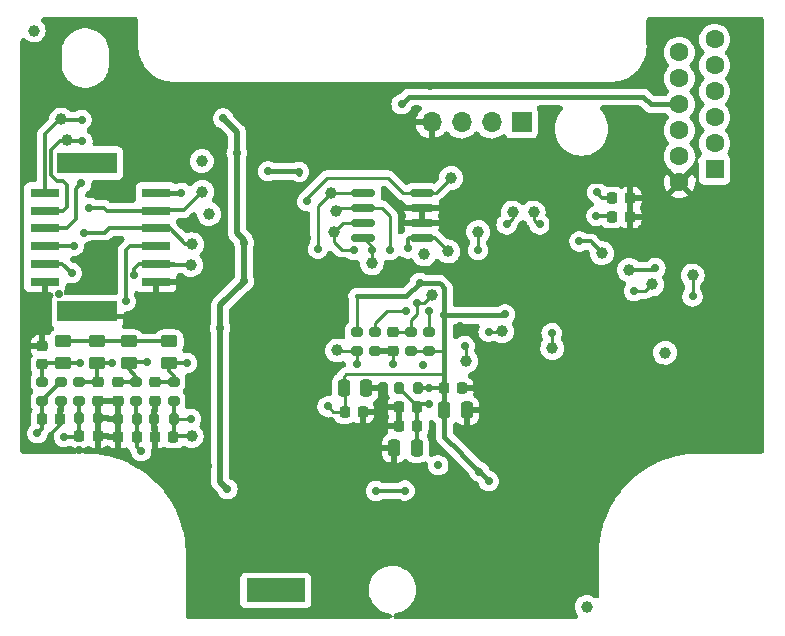
<source format=gbr>
%TF.GenerationSoftware,KiCad,Pcbnew,(6.0.5)*%
%TF.CreationDate,2022-08-10T11:04:23+08:00*%
%TF.ProjectId,SX7H02050048,53583748-3032-4303-9530-3034382e6b69,rev?*%
%TF.SameCoordinates,PX59a5380PY6d321a0*%
%TF.FileFunction,Copper,L1,Top*%
%TF.FilePolarity,Positive*%
%FSLAX46Y46*%
G04 Gerber Fmt 4.6, Leading zero omitted, Abs format (unit mm)*
G04 Created by KiCad (PCBNEW (6.0.5)) date 2022-08-10 11:04:23*
%MOMM*%
%LPD*%
G01*
G04 APERTURE LIST*
G04 Aperture macros list*
%AMRoundRect*
0 Rectangle with rounded corners*
0 $1 Rounding radius*
0 $2 $3 $4 $5 $6 $7 $8 $9 X,Y pos of 4 corners*
0 Add a 4 corners polygon primitive as box body*
4,1,4,$2,$3,$4,$5,$6,$7,$8,$9,$2,$3,0*
0 Add four circle primitives for the rounded corners*
1,1,$1+$1,$2,$3*
1,1,$1+$1,$4,$5*
1,1,$1+$1,$6,$7*
1,1,$1+$1,$8,$9*
0 Add four rect primitives between the rounded corners*
20,1,$1+$1,$2,$3,$4,$5,0*
20,1,$1+$1,$4,$5,$6,$7,0*
20,1,$1+$1,$6,$7,$8,$9,0*
20,1,$1+$1,$8,$9,$2,$3,0*%
G04 Aperture macros list end*
%TA.AperFunction,SMDPad,CuDef*%
%ADD10RoundRect,0.200000X0.275000X-0.200000X0.275000X0.200000X-0.275000X0.200000X-0.275000X-0.200000X0*%
%TD*%
%TA.AperFunction,SMDPad,CuDef*%
%ADD11C,1.000000*%
%TD*%
%TA.AperFunction,SMDPad,CuDef*%
%ADD12RoundRect,0.225000X0.225000X0.250000X-0.225000X0.250000X-0.225000X-0.250000X0.225000X-0.250000X0*%
%TD*%
%TA.AperFunction,SMDPad,CuDef*%
%ADD13RoundRect,0.225000X-0.225000X-0.250000X0.225000X-0.250000X0.225000X0.250000X-0.225000X0.250000X0*%
%TD*%
%TA.AperFunction,SMDPad,CuDef*%
%ADD14RoundRect,0.225000X-0.250000X0.225000X-0.250000X-0.225000X0.250000X-0.225000X0.250000X0.225000X0*%
%TD*%
%TA.AperFunction,SMDPad,CuDef*%
%ADD15RoundRect,0.150000X0.825000X0.150000X-0.825000X0.150000X-0.825000X-0.150000X0.825000X-0.150000X0*%
%TD*%
%TA.AperFunction,SMDPad,CuDef*%
%ADD16RoundRect,0.250000X-0.450000X0.262500X-0.450000X-0.262500X0.450000X-0.262500X0.450000X0.262500X0*%
%TD*%
%TA.AperFunction,SMDPad,CuDef*%
%ADD17RoundRect,0.200000X-0.200000X-0.275000X0.200000X-0.275000X0.200000X0.275000X-0.200000X0.275000X0*%
%TD*%
%TA.AperFunction,SMDPad,CuDef*%
%ADD18RoundRect,0.200000X-0.275000X0.200000X-0.275000X-0.200000X0.275000X-0.200000X0.275000X0.200000X0*%
%TD*%
%TA.AperFunction,ComponentPad*%
%ADD19R,1.700000X1.700000*%
%TD*%
%TA.AperFunction,ComponentPad*%
%ADD20O,1.700000X1.700000*%
%TD*%
%TA.AperFunction,SMDPad,CuDef*%
%ADD21RoundRect,0.250000X0.250000X0.475000X-0.250000X0.475000X-0.250000X-0.475000X0.250000X-0.475000X0*%
%TD*%
%TA.AperFunction,ComponentPad*%
%ADD22R,1.600000X1.600000*%
%TD*%
%TA.AperFunction,ComponentPad*%
%ADD23C,1.600000*%
%TD*%
%TA.AperFunction,SMDPad,CuDef*%
%ADD24RoundRect,0.250000X-0.250000X-0.475000X0.250000X-0.475000X0.250000X0.475000X-0.250000X0.475000X0*%
%TD*%
%TA.AperFunction,SMDPad,CuDef*%
%ADD25RoundRect,0.200000X0.200000X0.275000X-0.200000X0.275000X-0.200000X-0.275000X0.200000X-0.275000X0*%
%TD*%
%TA.AperFunction,SMDPad,CuDef*%
%ADD26R,2.450000X0.800000*%
%TD*%
%TA.AperFunction,SMDPad,CuDef*%
%ADD27R,5.050000X1.800000*%
%TD*%
%TA.AperFunction,SMDPad,CuDef*%
%ADD28RoundRect,0.225000X0.250000X-0.225000X0.250000X0.225000X-0.250000X0.225000X-0.250000X-0.225000X0*%
%TD*%
%TA.AperFunction,SMDPad,CuDef*%
%ADD29R,5.000000X2.000000*%
%TD*%
%TA.AperFunction,ViaPad*%
%ADD30C,0.700000*%
%TD*%
%TA.AperFunction,Conductor*%
%ADD31C,0.500000*%
%TD*%
%TA.AperFunction,Conductor*%
%ADD32C,0.300000*%
%TD*%
%TA.AperFunction,Conductor*%
%ADD33C,0.400000*%
%TD*%
%TA.AperFunction,Conductor*%
%ADD34C,0.250000*%
%TD*%
%ADD35C,0.300000*%
%ADD36C,0.350000*%
G04 APERTURE END LIST*
D10*
%TO.P,R124,1*%
%TO.N,/MCU/UNLOCK1_MCU*%
X99466400Y-95477600D03*
%TO.P,R124,2*%
%TO.N,/RELEASE1_AI*%
X99466400Y-93827600D03*
%TD*%
D11*
%TO.P,TP6,1,1*%
%TO.N,Net-(D103-Pad1)*%
X147955000Y-85598000D03*
%TD*%
D12*
%TO.P,C121,1*%
%TO.N,VDDA*%
X128061000Y-97578240D03*
%TO.P,C121,2*%
%TO.N,GND*%
X126511000Y-97578240D03*
%TD*%
D11*
%TO.P,TP79,1,1*%
%TO.N,/N_OH*%
X98425000Y-73406000D03*
%TD*%
D13*
%TO.P,C144,1*%
%TO.N,/CANL*%
X144555000Y-78300000D03*
%TO.P,C144,2*%
%TO.N,GND*%
X146105000Y-78300000D03*
%TD*%
D14*
%TO.P,C129,1*%
%TO.N,/RELEASE1_AI*%
X101041200Y-93877600D03*
%TO.P,C129,2*%
%TO.N,GND*%
X101041200Y-95427600D03*
%TD*%
D11*
%TO.P,MARK1,*%
%TO.N,*%
X95600000Y-64100000D03*
%TD*%
D13*
%TO.P,C118,1*%
%TO.N,+5V*%
X130323000Y-94399240D03*
%TO.P,C118,2*%
%TO.N,GND*%
X131873000Y-94399240D03*
%TD*%
D11*
%TO.P,TP93,1,1*%
%TO.N,Net-(C146-Pad2)*%
X133223000Y-81153000D03*
%TD*%
%TO.P,TP92,1,1*%
%TO.N,Net-(L104-Pad2)*%
X137922000Y-79502000D03*
%TD*%
%TO.P,TP25,1,1*%
%TO.N,/CAN/CAN_RX*%
X132207000Y-92075000D03*
%TD*%
%TO.P,U103,0*%
%TO.N,N/C*%
X128651000Y-83058000D03*
D15*
%TO.P,U103,1,VSUP*%
%TO.N,Net-(C132-Pad2)*%
X128459000Y-81661000D03*
%TO.P,U103,2,GND*%
%TO.N,GND*%
X128459000Y-80391000D03*
%TO.P,U103,3,TEST*%
X128459000Y-79121000D03*
%TO.P,U103,4,CSN*%
%TO.N,Net-(R134-Pad2)*%
X128459000Y-77851000D03*
%TO.P,U103,5,MISO*%
%TO.N,Net-(R113-Pad2)*%
X123509000Y-77851000D03*
%TO.P,U103,6,WAKI/O*%
%TO.N,Net-(R115-Pad2)*%
X123509000Y-79121000D03*
%TO.P,U103,7,MOSI*%
%TO.N,Net-(R136-Pad1)*%
X123509000Y-80391000D03*
%TO.P,U103,8,SCK*%
%TO.N,Net-(R114-Pad1)*%
X123509000Y-81661000D03*
%TD*%
D16*
%TO.P,R132,1*%
%TO.N,+5V*%
X100956533Y-90425900D03*
%TO.P,R132,2*%
%TO.N,/RELEASE1_AI*%
X100956533Y-92250900D03*
%TD*%
%TO.P,R131,1*%
%TO.N,+5V*%
X107069466Y-90425900D03*
%TO.P,R131,2*%
%TO.N,/PARK2_AI*%
X107069466Y-92250900D03*
%TD*%
D11*
%TO.P,TP48,1,1*%
%TO.N,/PARK2_AI*%
X108915200Y-83947000D03*
%TD*%
%TO.P,TP28,1,1*%
%TO.N,Net-(C122-Pad1)*%
X129286000Y-86487000D03*
%TD*%
D12*
%TO.P,C124,1*%
%TO.N,/MCU/P2_MCU*%
X107404200Y-98501200D03*
%TO.P,C124,2*%
%TO.N,GND*%
X105854200Y-98501200D03*
%TD*%
D17*
%TO.P,R127,1*%
%TO.N,GND*%
X105804200Y-96977200D03*
%TO.P,R127,2*%
%TO.N,/MCU/P2_MCU*%
X107454200Y-96977200D03*
%TD*%
D12*
%TO.P,C145,1*%
%TO.N,GND*%
X146095000Y-79870000D03*
%TO.P,C145,2*%
%TO.N,/CANH*%
X144545000Y-79870000D03*
%TD*%
D17*
%TO.P,R126,1*%
%TO.N,GND*%
X102705400Y-96977200D03*
%TO.P,R126,2*%
%TO.N,/MCU/P1_MCU*%
X104355400Y-96977200D03*
%TD*%
D18*
%TO.P,R110,1*%
%TO.N,/MCU/SWD_CLK*%
X124460000Y-89599000D03*
%TO.P,R110,2*%
%TO.N,GND*%
X124460000Y-91249000D03*
%TD*%
D11*
%TO.P,TP7,1,1*%
%TO.N,Net-(C102-Pad1)*%
X149050000Y-91380000D03*
%TD*%
D19*
%TO.P,J101,1,Pin_1*%
%TO.N,+5V*%
X136896000Y-71882000D03*
D20*
%TO.P,J101,2,Pin_2*%
%TO.N,/MCU/SWD_DIO*%
X134356000Y-71882000D03*
%TO.P,J101,3,Pin_3*%
%TO.N,/MCU/SWD_CLK*%
X131816000Y-71882000D03*
%TO.P,J101,4,Pin_4*%
%TO.N,GND*%
X129276000Y-71882000D03*
%TD*%
D13*
%TO.P,C113,1*%
%TO.N,+5V*%
X121907000Y-96393000D03*
%TO.P,C113,2*%
%TO.N,GND*%
X123457000Y-96393000D03*
%TD*%
D21*
%TO.P,C119,1*%
%TO.N,VDDA*%
X128016000Y-99441000D03*
%TO.P,C119,2*%
%TO.N,GND*%
X126116000Y-99441000D03*
%TD*%
D11*
%TO.P,TP52,1,1*%
%TO.N,Net-(C132-Pad2)*%
X130683000Y-82804000D03*
%TD*%
%TO.P,TP77,1,1*%
%TO.N,/D_OH*%
X109016800Y-82194400D03*
%TD*%
D14*
%TO.P,C128,1*%
%TO.N,/PARK2_AI*%
X105867200Y-93877600D03*
%TO.P,C128,2*%
%TO.N,GND*%
X105867200Y-95427600D03*
%TD*%
D18*
%TO.P,R119,1*%
%TO.N,+5V*%
X122936000Y-89599000D03*
%TO.P,R119,2*%
%TO.N,Net-(R119-Pad2)*%
X122936000Y-91249000D03*
%TD*%
D11*
%TO.P,TP3,1,1*%
%TO.N,Net-(D101-Pad1)*%
X143720000Y-82960000D03*
%TD*%
%TO.P,TP10,1,1*%
%TO.N,Net-(D3-Pad2)*%
X146000000Y-84350000D03*
%TD*%
%TO.P,TP11,1,1*%
%TO.N,Net-(Q102-Pad1)*%
X151384000Y-84836000D03*
%TD*%
%TO.P,TP59,1,1*%
%TO.N,Net-(R115-Pad2)*%
X121158000Y-79375000D03*
%TD*%
%TO.P,TP56,1,1*%
%TO.N,Net-(R113-Pad2)*%
X120777000Y-77851000D03*
%TD*%
D14*
%TO.P,C127,1*%
%TO.N,/PARK1_AI*%
X102717600Y-93877600D03*
%TO.P,C127,2*%
%TO.N,GND*%
X102717600Y-95427600D03*
%TD*%
%TO.P,C122,1*%
%TO.N,Net-(C122-Pad1)*%
X125984000Y-89649000D03*
%TO.P,C122,2*%
%TO.N,GND*%
X125984000Y-91199000D03*
%TD*%
D11*
%TO.P,TP53,1,1*%
%TO.N,Net-(R134-Pad2)*%
X130937000Y-76581000D03*
%TD*%
D22*
%TO.P,J1,1,Pin_1*%
%TO.N,/CANH*%
X153250000Y-75850000D03*
D23*
%TO.P,J1,2,Pin_2*%
%TO.N,/CANL*%
X153250000Y-73650000D03*
%TO.P,J1,3,Pin_3*%
%TO.N,/DriveMode*%
X153250000Y-71450000D03*
%TO.P,J1,4,Pin_4*%
%TO.N,unconnected-(J1-Pad4)*%
X153250000Y-69250000D03*
%TO.P,J1,5,Pin_5*%
%TO.N,unconnected-(J1-Pad5)*%
X153250000Y-67050000D03*
%TO.P,J1,6,Pin_6*%
%TO.N,unconnected-(J1-Pad6)*%
X153250000Y-64850000D03*
%TO.P,J1,7,Pin_7*%
%TO.N,GND*%
X150250000Y-76950000D03*
%TO.P,J1,8,Pin_8*%
%TO.N,/Paddle+*%
X150250000Y-74750000D03*
%TO.P,J1,9,Pin_9*%
%TO.N,/Paddle-*%
X150250000Y-72550000D03*
%TO.P,J1,10,Pin_10*%
%TO.N,/ILL+*%
X150250000Y-70350000D03*
%TO.P,J1,11,Pin_11*%
%TO.N,/KL15*%
X150250000Y-68150000D03*
%TO.P,J1,12,Pin_12*%
%TO.N,/KL30*%
X150250000Y-65950000D03*
%TD*%
D16*
%TO.P,R133,1*%
%TO.N,+5V*%
X98094800Y-90425900D03*
%TO.P,R133,2*%
%TO.N,/RELEASE2_AI*%
X98094800Y-92250900D03*
%TD*%
D10*
%TO.P,R116,1*%
%TO.N,+5V*%
X127508000Y-91249000D03*
%TO.P,R116,2*%
%TO.N,Net-(C122-Pad1)*%
X127508000Y-89599000D03*
%TD*%
D13*
%TO.P,C125,1*%
%TO.N,/MCU/UNLOCK1_MCU*%
X99453400Y-98450400D03*
%TO.P,C125,2*%
%TO.N,GND*%
X101003400Y-98450400D03*
%TD*%
%TO.P,C126,1*%
%TO.N,/MCU/UNLOCK2_MCU*%
X96303800Y-96977200D03*
%TO.P,C126,2*%
%TO.N,GND*%
X97853800Y-96977200D03*
%TD*%
D11*
%TO.P,MARK2,*%
%TO.N,*%
X142400000Y-112900000D03*
%TD*%
%TO.P,TP95,1,1*%
%TO.N,Net-(R153-Pad1)*%
X135255000Y-89535000D03*
%TD*%
%TO.P,TP96,1,1*%
%TO.N,Net-(R154-Pad1)*%
X139496800Y-90982800D03*
%TD*%
D10*
%TO.P,R122,1*%
%TO.N,/MCU/P1_MCU*%
X104292400Y-95477600D03*
%TO.P,R122,2*%
%TO.N,/PARK1_AI*%
X104292400Y-93827600D03*
%TD*%
D24*
%TO.P,C116,1*%
%TO.N,+5V*%
X121859000Y-94361000D03*
%TO.P,C116,2*%
%TO.N,GND*%
X123759000Y-94361000D03*
%TD*%
D11*
%TO.P,TP78,1,1*%
%TO.N,/R_OH*%
X109855000Y-77749400D03*
%TD*%
%TO.P,TP69,1,1*%
%TO.N,/P_OH*%
X97917000Y-71628000D03*
%TD*%
%TO.P,TP54,1,1*%
%TO.N,Net-(R114-Pad1)*%
X124206000Y-83820000D03*
%TD*%
%TO.P,TP85,1,1*%
%TO.N,Net-(C143-Pad1)*%
X109829600Y-75158600D03*
%TD*%
%TO.P,TP91,1,1*%
%TO.N,Net-(L104-Pad3)*%
X136144000Y-79502000D03*
%TD*%
%TO.P,TP74,1,1*%
%TO.N,Net-(C140-Pad1)*%
X110439200Y-79629000D03*
%TD*%
D25*
%TO.P,L103,1,1*%
%TO.N,+5V*%
X128145000Y-94361000D03*
%TO.P,L103,2,2*%
%TO.N,VDDA*%
X126495000Y-94361000D03*
%TD*%
D26*
%TO.P,J2,1,Pin_1*%
%TO.N,/ILL_LED_OH*%
X105944400Y-77852300D03*
%TO.P,J2,2,Pin_2*%
%TO.N,/P_OH*%
X96544393Y-77852300D03*
%TO.P,J2,3,Pin_3*%
%TO.N,/R_OH*%
X105944400Y-79352300D03*
%TO.P,J2,4,Pin_4*%
%TO.N,/N_OH*%
X96544393Y-79352300D03*
%TO.P,J2,5,Pin_5*%
%TO.N,/D_OH*%
X105944400Y-80852299D03*
%TO.P,J2,6,Pin_6*%
%TO.N,/M_OH*%
X96544393Y-80852299D03*
%TO.P,J2,7,Pin_7*%
%TO.N,/PARK1_AI*%
X105944400Y-82352301D03*
%TO.P,J2,8,Pin_8*%
%TO.N,/RELEASE1_AI*%
X96544393Y-82352301D03*
%TO.P,J2,9,Pin_9*%
%TO.N,/PARK2_AI*%
X105944400Y-83852301D03*
%TO.P,J2,10,Pin_10*%
%TO.N,/RELEASE2_AI*%
X96544393Y-83852301D03*
%TO.P,J2,11,Pin_11*%
%TO.N,GND*%
X105944400Y-85352300D03*
%TO.P,J2,12,Pin_12*%
X96544393Y-85352300D03*
D27*
%TO.P,J2,13*%
%TO.N,N/C*%
X100144386Y-75322300D03*
%TO.P,J2,14*%
X100144386Y-87882300D03*
%TD*%
D28*
%TO.P,C130,1*%
%TO.N,/RELEASE2_AI*%
X96316800Y-92367400D03*
%TO.P,C130,2*%
%TO.N,GND*%
X96316800Y-90817400D03*
%TD*%
D16*
%TO.P,R130,1*%
%TO.N,+5V*%
X103632000Y-90425900D03*
%TO.P,R130,2*%
%TO.N,/PARK1_AI*%
X103632000Y-92250900D03*
%TD*%
D29*
%TO.P,ZLONG_LOGO2,*%
%TO.N,*%
X116078000Y-111506000D03*
%TD*%
D11*
%TO.P,TP44,1,1*%
%TO.N,/MCU/P2_MCU*%
X108966000Y-98450400D03*
%TD*%
%TO.P,TP31,1,1*%
%TO.N,Net-(R119-Pad2)*%
X121285000Y-91186000D03*
%TD*%
%TO.P,TP55,1,1*%
%TO.N,Net-(R136-Pad1)*%
X121031000Y-81153000D03*
%TD*%
D24*
%TO.P,C117,1*%
%TO.N,+5V*%
X130368000Y-96266000D03*
%TO.P,C117,2*%
%TO.N,GND*%
X132268000Y-96266000D03*
%TD*%
D10*
%TO.P,R125,1*%
%TO.N,/MCU/UNLOCK2_MCU*%
X96316800Y-95477600D03*
%TO.P,R125,2*%
%TO.N,/RELEASE2_AI*%
X96316800Y-93827600D03*
%TD*%
D25*
%TO.P,R128,1*%
%TO.N,GND*%
X101053400Y-96926400D03*
%TO.P,R128,2*%
%TO.N,/MCU/UNLOCK1_MCU*%
X99403400Y-96926400D03*
%TD*%
D10*
%TO.P,R109,1*%
%TO.N,+5V*%
X129032000Y-91249000D03*
%TO.P,R109,2*%
%TO.N,/MCU/SWD_DIO*%
X129032000Y-89599000D03*
%TD*%
%TO.P,R129,1*%
%TO.N,GND*%
X97891600Y-95477600D03*
%TO.P,R129,2*%
%TO.N,/MCU/UNLOCK2_MCU*%
X97891600Y-93827600D03*
%TD*%
D12*
%TO.P,C123,1*%
%TO.N,/MCU/P1_MCU*%
X104305400Y-98501200D03*
%TO.P,C123,2*%
%TO.N,GND*%
X102755400Y-98501200D03*
%TD*%
D10*
%TO.P,R123,1*%
%TO.N,/MCU/P2_MCU*%
X107442000Y-95477600D03*
%TO.P,R123,2*%
%TO.N,/PARK2_AI*%
X107442000Y-93827600D03*
%TD*%
D12*
%TO.P,C120,1*%
%TO.N,VDDA*%
X128061000Y-96012000D03*
%TO.P,C120,2*%
%TO.N,GND*%
X126511000Y-96012000D03*
%TD*%
D30*
%TO.N,GND*%
X156210000Y-99441000D03*
X143510000Y-104902000D03*
X142748000Y-110871000D03*
X143764000Y-99822000D03*
X142113000Y-101854000D03*
X143256000Y-75819000D03*
X145161000Y-74930000D03*
X107696000Y-88900000D03*
X117348000Y-100965000D03*
X109474000Y-106299000D03*
X102362000Y-72898000D03*
%TO.N,/M_OH*%
X99618800Y-77038200D03*
%TO.N,/N_OH*%
X99720400Y-73482200D03*
%TO.N,/P_OH*%
X99644200Y-71653400D03*
%TO.N,/D_OH*%
X99847400Y-81203800D03*
%TO.N,/R_OH*%
X100310151Y-79100468D03*
%TO.N,GND*%
X108102400Y-75946000D03*
X115290600Y-105537000D03*
X107772200Y-73228200D03*
X108153200Y-80492600D03*
%TO.N,Net-(C140-Pad1)*%
X110439200Y-79654400D03*
%TO.N,Net-(C143-Pad1)*%
X109855000Y-75158600D03*
%TO.N,GND*%
X115925600Y-77317600D03*
X114554000Y-86893400D03*
X118237000Y-105918000D03*
X128295400Y-107365800D03*
X122834400Y-110845600D03*
X120319800Y-110871000D03*
X115925600Y-78435200D03*
X113538000Y-105029000D03*
X112649000Y-100838000D03*
X108204000Y-100965000D03*
X109956600Y-94665800D03*
X109956600Y-90678000D03*
X127076200Y-73634600D03*
X124333000Y-73914000D03*
X125399800Y-75209400D03*
X122072400Y-75006200D03*
X118694200Y-81686400D03*
X118668800Y-80086200D03*
X115214400Y-82931000D03*
X113309400Y-89662000D03*
X113360200Y-93903800D03*
X129184400Y-68783200D03*
X107289600Y-68783200D03*
X116047520Y-68783200D03*
X120426480Y-68783200D03*
%TO.N,+12P*%
X113385600Y-85344000D03*
%TO.N,/ILL_LED_OH*%
X118033800Y-76047600D03*
X115417600Y-76022200D03*
%TO.N,+12P*%
X111379000Y-89306400D03*
X111633000Y-71526400D03*
X113411000Y-82067400D03*
%TO.N,GND*%
X102362000Y-84988400D03*
X102311200Y-83337400D03*
X107696000Y-87045800D03*
%TO.N,/ILL_LED_OH*%
X108102400Y-77851000D03*
%TO.N,+12P*%
X112776000Y-74447400D03*
%TO.N,GND*%
X118719600Y-108127800D03*
X123113800Y-107340400D03*
X121539000Y-107391200D03*
X114185100Y-100939600D03*
X110350900Y-100939600D03*
%TO.N,+12P*%
X111988600Y-102920800D03*
%TO.N,GND*%
X102362000Y-63703200D03*
X130302000Y-74549000D03*
X97536000Y-63652400D03*
X121031000Y-92583000D03*
X94996000Y-75000000D03*
X141605000Y-86995000D03*
X145796000Y-72136000D03*
X109499400Y-113411000D03*
X111668560Y-68783200D03*
X130938280Y-102576500D03*
X148336000Y-63881000D03*
X125984000Y-92329000D03*
X116586000Y-96012000D03*
X99415600Y-99632900D03*
X140970000Y-95504000D03*
X114528600Y-108127800D03*
X149175000Y-80225000D03*
X140462000Y-113411000D03*
X150749000Y-93218000D03*
X140970000Y-98425000D03*
X128422400Y-113411000D03*
X132285506Y-86185110D03*
X117144800Y-95097600D03*
X138303000Y-74549000D03*
X129514600Y-108432600D03*
X101041200Y-99632900D03*
X126746000Y-78994000D03*
X118008400Y-77419200D03*
X132715000Y-102895400D03*
X97713800Y-86385400D03*
X140335000Y-104902000D03*
X118745000Y-90678000D03*
X96875600Y-99212400D03*
X122769084Y-113411000D03*
X131615540Y-113411000D03*
X134239000Y-95250000D03*
X139192000Y-99949000D03*
X138430000Y-106426000D03*
X135636000Y-102362000D03*
X156591000Y-88392000D03*
X105079800Y-87274400D03*
X151384000Y-88519000D03*
X95148400Y-87172800D03*
X141650000Y-78725000D03*
X103784400Y-66090800D03*
X137414000Y-87884000D03*
X142174047Y-83313290D03*
X128397000Y-76073000D03*
X96418400Y-87172800D03*
X138176000Y-112141000D03*
X125222000Y-96647000D03*
X132461000Y-78740000D03*
X131699000Y-89154000D03*
X148336000Y-71501000D03*
X95046800Y-99364800D03*
X95148400Y-66192400D03*
X125095000Y-94361000D03*
X109474000Y-109474000D03*
X104698800Y-88265000D03*
X125476000Y-77978000D03*
X104495600Y-67970400D03*
X144373600Y-93878400D03*
X129286000Y-84328000D03*
X134112000Y-99695000D03*
X118345856Y-113411000D03*
X120777000Y-97155000D03*
X134620000Y-76200000D03*
X94996000Y-72390000D03*
X94894400Y-90728800D03*
X95148400Y-69291200D03*
X115697000Y-79552800D03*
X121310400Y-99187000D03*
X126605300Y-105003600D03*
X102819200Y-99872800D03*
X148971000Y-69215000D03*
X147193000Y-94234000D03*
X145923000Y-98298000D03*
X128524000Y-92456000D03*
X105791000Y-100838000D03*
X100050600Y-86182200D03*
X113922628Y-113411000D03*
X94894400Y-94640400D03*
X124805440Y-68783200D03*
X152908000Y-79248000D03*
X149352000Y-99568000D03*
X136038768Y-113411000D03*
X108204000Y-103632000D03*
X119380000Y-102743000D03*
X124510800Y-99237800D03*
%TO.N,+5V*%
X130368000Y-88199000D03*
X128270000Y-85471000D03*
X120466460Y-95923410D03*
X135509000Y-88138000D03*
X134112000Y-102235000D03*
X129032000Y-94361000D03*
X133324600Y-101447600D03*
%TO.N,/ILL+*%
X126738000Y-70350000D03*
%TO.N,VDDA*%
X129032000Y-95758000D03*
%TO.N,Net-(C132-Pad2)*%
X127254000Y-82550000D03*
%TO.N,/CANL*%
X143280000Y-77790000D03*
%TO.N,/CANH*%
X143230000Y-79790000D03*
%TO.N,Net-(C146-Pad2)*%
X133223000Y-82677000D03*
%TO.N,Net-(D101-Pad1)*%
X141800000Y-81950000D03*
%TO.N,Net-(D103-Pad1)*%
X146411500Y-86168500D03*
%TO.N,/PARK1_AI*%
X105156000Y-92202000D03*
X103403400Y-87020400D03*
%TO.N,/RELEASE1_AI*%
X102209600Y-92252800D03*
X98983800Y-82321400D03*
%TO.N,/PARK2_AI*%
X108559600Y-92250900D03*
X104114600Y-84759800D03*
%TO.N,/RELEASE2_AI*%
X99517200Y-92250900D03*
X98806000Y-84632800D03*
%TO.N,/MCU/SWD_DIO*%
X129032000Y-87884000D03*
%TO.N,/MCU/SWD_CLK*%
X127127000Y-87884000D03*
%TO.N,/MCU/WAKEUP_M*%
X129844800Y-100914200D03*
%TO.N,Net-(L104-Pad2)*%
X138430000Y-80518000D03*
%TO.N,Net-(L104-Pad3)*%
X135636000Y-80518000D03*
%TO.N,Net-(R119-Pad2)*%
X122936000Y-92329000D03*
%TO.N,/MCU/P1_MCU*%
X104698800Y-99720400D03*
%TO.N,/MCU/P2_MCU*%
X108915200Y-96977200D03*
%TO.N,/MCU/UNLOCK1_MCU*%
X98145600Y-98501200D03*
%TO.N,/MCU/UNLOCK2_MCU*%
X95910400Y-98196400D03*
%TO.N,Net-(R153-Pad1)*%
X134112000Y-89599000D03*
%TO.N,/CAN/CAN_RX*%
X132080000Y-90805000D03*
%TO.N,Net-(R154-Pad1)*%
X139446000Y-89724000D03*
%TO.N,Net-(Q102-Pad1)*%
X151370000Y-86614000D03*
%TO.N,Net-(R113-Pad2)*%
X119659400Y-82575400D03*
%TO.N,Net-(R114-Pad1)*%
X124206000Y-82677000D03*
%TO.N,Net-(R115-Pad2)*%
X125769500Y-82671616D03*
%TO.N,Net-(R134-Pad2)*%
X118745000Y-78562200D03*
%TO.N,Net-(R136-Pad1)*%
X122682000Y-82677000D03*
%TO.N,/MCU/POWER_M*%
X124561600Y-103073200D03*
X127000000Y-103047800D03*
%TO.N,Net-(C122-Pad1)*%
X128065600Y-87171600D03*
%TO.N,Net-(D3-Pad2)*%
X148225000Y-84205000D03*
%TD*%
D31*
%TO.N,+12P*%
X113385600Y-85369400D02*
X113385600Y-85344000D01*
X111379000Y-87376000D02*
X113385600Y-85369400D01*
X111379000Y-89306400D02*
X111379000Y-87376000D01*
D32*
%TO.N,/R_OH*%
X102384700Y-79352300D02*
X101805900Y-79352300D01*
%TO.N,GND*%
X94615000Y-86639400D02*
X95148400Y-87172800D01*
X94615000Y-75381000D02*
X94615000Y-86639400D01*
X94996000Y-75000000D02*
X94615000Y-75381000D01*
%TO.N,/M_OH*%
X99161600Y-77495400D02*
X99618800Y-77038200D01*
X99161600Y-80086200D02*
X99161600Y-77495400D01*
X98395501Y-80852299D02*
X99161600Y-80086200D01*
X96544393Y-80852299D02*
X98395501Y-80852299D01*
%TO.N,/R_OH*%
X101554068Y-79100468D02*
X100310151Y-79100468D01*
X103050500Y-79352300D02*
X102384700Y-79352300D01*
X101805900Y-79352300D02*
X101554068Y-79100468D01*
%TO.N,/N_OH*%
X97815400Y-73482200D02*
X99720400Y-73482200D01*
X97078800Y-74218800D02*
X97815400Y-73482200D01*
X97078800Y-76327000D02*
X97078800Y-74218800D01*
X97561400Y-76809600D02*
X97078800Y-76327000D01*
X98069400Y-76809600D02*
X97561400Y-76809600D01*
X98399600Y-77139800D02*
X98069400Y-76809600D01*
X98399600Y-79044800D02*
X98399600Y-77139800D01*
X98092100Y-79352300D02*
X98399600Y-79044800D01*
X96544393Y-79352300D02*
X98092100Y-79352300D01*
%TO.N,/P_OH*%
X97764600Y-71653400D02*
X99644200Y-71653400D01*
X96544393Y-77852300D02*
X96544393Y-72873607D01*
X96544393Y-72873607D02*
X97764600Y-71653400D01*
%TO.N,/R_OH*%
X103050500Y-79352300D02*
X105944400Y-79352300D01*
%TO.N,/D_OH*%
X101633598Y-81203800D02*
X101985099Y-80852299D01*
X99847400Y-81203800D02*
X101633598Y-81203800D01*
X101985099Y-80852299D02*
X105944400Y-80852299D01*
X107090499Y-80852299D02*
X105944400Y-80852299D01*
X108432600Y-82194400D02*
X107090499Y-80852299D01*
X109016800Y-82194400D02*
X108432600Y-82194400D01*
%TO.N,/R_OH*%
X107365800Y-79324200D02*
X108280200Y-79324200D01*
X108280200Y-79324200D02*
X109855000Y-77749400D01*
X107365800Y-79324200D02*
X105972500Y-79324200D01*
D33*
%TO.N,GND*%
X102031800Y-88290400D02*
X104698800Y-88290400D01*
X101623700Y-87882300D02*
X101904800Y-88163400D01*
X100144386Y-87882300D02*
X101623700Y-87882300D01*
X101904800Y-88163400D02*
X102031800Y-88290400D01*
D32*
%TO.N,/R_OH*%
X105972500Y-79324200D02*
X105944400Y-79352300D01*
%TO.N,/PARK2_AI*%
X105937499Y-83845400D02*
X105944400Y-83852301D01*
X104495600Y-83845400D02*
X105937499Y-83845400D01*
X104063800Y-84277200D02*
X104495600Y-83845400D01*
X104063800Y-84963000D02*
X104063800Y-84277200D01*
%TO.N,/PARK1_AI*%
X103378000Y-86995000D02*
X103403400Y-87020400D01*
X103378000Y-82713402D02*
X103378000Y-86995000D01*
X103739101Y-82352301D02*
X103378000Y-82713402D01*
X105944400Y-82352301D02*
X103739101Y-82352301D01*
D34*
%TO.N,Net-(R134-Pad2)*%
X125603000Y-76581000D02*
X126873000Y-77851000D01*
X120421400Y-76581000D02*
X125603000Y-76581000D01*
X118745000Y-78257400D02*
X120421400Y-76581000D01*
X126873000Y-77851000D02*
X128459000Y-77851000D01*
X118745000Y-78562200D02*
X118745000Y-78257400D01*
%TO.N,Net-(R113-Pad2)*%
X119659400Y-78968600D02*
X119659400Y-82575400D01*
X120777000Y-77851000D02*
X119659400Y-78968600D01*
D31*
%TO.N,+12P*%
X112801400Y-72694800D02*
X111633000Y-71526400D01*
X112801400Y-81254600D02*
X112801400Y-72694800D01*
X113385600Y-81838800D02*
X112801400Y-81254600D01*
X113385600Y-85344000D02*
X113385600Y-81838800D01*
X111379000Y-102311200D02*
X111379000Y-89306400D01*
X111988600Y-102920800D02*
X111379000Y-102311200D01*
D33*
%TO.N,/ILL_LED_OH*%
X117881400Y-76022200D02*
X118084600Y-76225400D01*
X115417600Y-76022200D02*
X117881400Y-76022200D01*
X108101100Y-77852300D02*
X108102400Y-77851000D01*
X105944400Y-77852300D02*
X108101100Y-77852300D01*
D31*
%TO.N,+12P*%
X111633000Y-71526400D02*
X111607600Y-71526400D01*
D32*
%TO.N,GND*%
X142490000Y-76920000D02*
X144270000Y-76920000D01*
X131318000Y-80076000D02*
X130490000Y-80076000D01*
X130490000Y-80076000D02*
X130175000Y-80391000D01*
X97891600Y-96939400D02*
X97853800Y-96977200D01*
X130490000Y-79690000D02*
X130490000Y-80076000D01*
D34*
X139319000Y-81407000D02*
X139319000Y-79502000D01*
D32*
X133617000Y-103619600D02*
X133617000Y-104165400D01*
X130175000Y-80391000D02*
X128459000Y-80391000D01*
D34*
X151765000Y-76327000D02*
X151765000Y-77216000D01*
D32*
X129921000Y-79121000D02*
X130490000Y-79690000D01*
X97853800Y-97472200D02*
X97853800Y-96977200D01*
X130720980Y-102793800D02*
X130938280Y-102576500D01*
X96875600Y-98450400D02*
X97853800Y-97472200D01*
D34*
X123357400Y-98121000D02*
X123357400Y-96492600D01*
D32*
X96875600Y-99212400D02*
X96875600Y-98450400D01*
D34*
X123978200Y-98121000D02*
X124510800Y-98653600D01*
D32*
X132715000Y-102895400D02*
X132892800Y-102895400D01*
D34*
X123357400Y-98121000D02*
X123978200Y-98121000D01*
X151638000Y-75311000D02*
X151638000Y-74930000D01*
D32*
X105867200Y-98514200D02*
X105867200Y-98537900D01*
X97891600Y-95477600D02*
X97891600Y-96939400D01*
D34*
X151638000Y-74930000D02*
X151892000Y-74676000D01*
X124510800Y-98653600D02*
X124510800Y-99237800D01*
D32*
X105854200Y-98501200D02*
X105867200Y-98514200D01*
D34*
X125984000Y-92329000D02*
X125984000Y-91199000D01*
X123357400Y-96492600D02*
X123457000Y-96393000D01*
D32*
X132892800Y-102895400D02*
X133617000Y-103619600D01*
X128459000Y-79121000D02*
X129921000Y-79121000D01*
D34*
%TO.N,+5V*%
X130239000Y-91249000D02*
X130368000Y-91120000D01*
X120936050Y-96393000D02*
X120466460Y-95923410D01*
D33*
X132054600Y-100177600D02*
X131660900Y-99783900D01*
D32*
X132029200Y-100177600D02*
X132054600Y-100177600D01*
D33*
X130368000Y-98491000D02*
X130368000Y-97348000D01*
X130048000Y-85598000D02*
X129921000Y-85471000D01*
X135448000Y-88199000D02*
X135509000Y-88138000D01*
D34*
X130175000Y-93218000D02*
X130368000Y-93025000D01*
D33*
X130368000Y-93025000D02*
X130368000Y-91120000D01*
D34*
X122936000Y-89599000D02*
X122936000Y-86614000D01*
D33*
X128270000Y-85471000D02*
X127127000Y-86614000D01*
D34*
X122047000Y-93218000D02*
X130175000Y-93218000D01*
D32*
X129032000Y-94361000D02*
X130284760Y-94361000D01*
X130368000Y-96266000D02*
X130368000Y-94444240D01*
D34*
X121907000Y-96393000D02*
X120936050Y-96393000D01*
D32*
X130284760Y-94361000D02*
X130323000Y-94399240D01*
X130368000Y-94444240D02*
X130323000Y-94399240D01*
D34*
X121907000Y-96393000D02*
X121907000Y-94409000D01*
D33*
X130368000Y-88199000D02*
X135448000Y-88199000D01*
X130368000Y-91120000D02*
X130368000Y-88199000D01*
X130368000Y-88199000D02*
X130368000Y-85918000D01*
D32*
X129032000Y-94361000D02*
X128145000Y-94361000D01*
D33*
X129921000Y-85471000D02*
X128270000Y-85471000D01*
D34*
X127508000Y-91249000D02*
X130239000Y-91249000D01*
D33*
X130368000Y-85918000D02*
X130048000Y-85598000D01*
D32*
X98094800Y-90425900D02*
X107069466Y-90425900D01*
D33*
X130368000Y-97348000D02*
X130368000Y-96266000D01*
D34*
X121859000Y-94361000D02*
X121859000Y-93406000D01*
D33*
X127127000Y-86614000D02*
X122936000Y-86614000D01*
D34*
X121859000Y-93406000D02*
X122047000Y-93218000D01*
X121907000Y-94409000D02*
X121859000Y-94361000D01*
D33*
X134112000Y-102235000D02*
X132054600Y-100177600D01*
X131660900Y-99783900D02*
X130368000Y-98491000D01*
X130368000Y-97348000D02*
X130368000Y-93025000D01*
%TO.N,/ILL+*%
X147820000Y-70350000D02*
X147193000Y-69723000D01*
X127365000Y-69723000D02*
X126738000Y-70350000D01*
X147193000Y-69723000D02*
X127365000Y-69723000D01*
X150250000Y-70350000D02*
X147820000Y-70350000D01*
D32*
%TO.N,VDDA*%
X128016000Y-99441000D02*
X128016000Y-96057000D01*
X128315000Y-95758000D02*
X128061000Y-96012000D01*
X128061000Y-95927000D02*
X126495000Y-94361000D01*
X128061000Y-96012000D02*
X128061000Y-95927000D01*
X129032000Y-95758000D02*
X128315000Y-95758000D01*
X128016000Y-96057000D02*
X128061000Y-96012000D01*
%TO.N,Net-(C132-Pad2)*%
X127381000Y-81661000D02*
X128459000Y-81661000D01*
X127254000Y-81788000D02*
X127381000Y-81661000D01*
X130683000Y-82804000D02*
X129540000Y-81661000D01*
X129540000Y-81661000D02*
X128459000Y-81661000D01*
X127254000Y-82550000D02*
X127254000Y-81788000D01*
D34*
%TO.N,/Paddle+*%
X150250000Y-74750000D02*
X150092000Y-74750000D01*
D32*
%TO.N,/CANL*%
X143730000Y-78300000D02*
X144555000Y-78300000D01*
X143280000Y-77850000D02*
X143730000Y-78300000D01*
X143280000Y-77790000D02*
X143280000Y-77850000D01*
%TO.N,/CANH*%
X144465000Y-79790000D02*
X144545000Y-79870000D01*
X143230000Y-79790000D02*
X144465000Y-79790000D01*
D34*
%TO.N,Net-(C146-Pad2)*%
X133223000Y-82677000D02*
X133223000Y-81407000D01*
D32*
%TO.N,Net-(D101-Pad1)*%
X143720000Y-82960000D02*
X143720000Y-82920000D01*
X143720000Y-82920000D02*
X142750000Y-81950000D01*
X142750000Y-81950000D02*
X141800000Y-81950000D01*
D34*
%TO.N,Net-(D103-Pad1)*%
X147384500Y-86168500D02*
X147955000Y-85598000D01*
X146411500Y-86168500D02*
X147384500Y-86168500D01*
D32*
%TO.N,/PARK1_AI*%
X104292400Y-93421200D02*
X104292400Y-93827600D01*
X103632000Y-92250900D02*
X103632000Y-92456000D01*
X103680900Y-92202000D02*
X103632000Y-92250900D01*
X104242400Y-93877600D02*
X104292400Y-93827600D01*
X103632000Y-92760800D02*
X104292400Y-93421200D01*
X105156000Y-92202000D02*
X103680900Y-92202000D01*
X103632000Y-92456000D02*
X103632000Y-92760800D01*
X102717600Y-93877600D02*
X104242400Y-93877600D01*
%TO.N,/RELEASE1_AI*%
X96544393Y-82352301D02*
X98952899Y-82352301D01*
X101041200Y-93877600D02*
X99516400Y-93877600D01*
X96544393Y-82352301D02*
X98394099Y-82352301D01*
X100956533Y-93792933D02*
X101041200Y-93877600D01*
X100956533Y-92250900D02*
X100956533Y-93792933D01*
X98952899Y-82352301D02*
X99009200Y-82296000D01*
X102207700Y-92250900D02*
X102209600Y-92252800D01*
X100956533Y-92250900D02*
X102207700Y-92250900D01*
X99516400Y-93877600D02*
X99466400Y-93827600D01*
X98394099Y-82352301D02*
X98399600Y-82346800D01*
%TO.N,/PARK2_AI*%
X107474301Y-83852301D02*
X107543600Y-83921600D01*
X105944400Y-83852301D02*
X107474301Y-83852301D01*
X107392000Y-93877600D02*
X107442000Y-93827600D01*
X106039099Y-83947000D02*
X105944400Y-83852301D01*
X107069466Y-92250900D02*
X108506900Y-92250900D01*
X108915200Y-83947000D02*
X106039099Y-83947000D01*
X107492800Y-93370400D02*
X107492800Y-93776800D01*
X107492800Y-93776800D02*
X107442000Y-93827600D01*
X105867200Y-93877600D02*
X107392000Y-93877600D01*
X107069466Y-92947066D02*
X107492800Y-93370400D01*
X107069466Y-92250900D02*
X107069466Y-92947066D01*
%TO.N,/RELEASE2_AI*%
X98094800Y-92250900D02*
X99517200Y-92250900D01*
X96433300Y-92250900D02*
X96316800Y-92367400D01*
X98094800Y-92250900D02*
X96433300Y-92250900D01*
X96544393Y-83852301D02*
X98025501Y-83852301D01*
X96316800Y-93827600D02*
X96316800Y-92367400D01*
X98025501Y-83852301D02*
X98806000Y-84632800D01*
D34*
%TO.N,/MCU/SWD_DIO*%
X129032000Y-89599000D02*
X129032000Y-87884000D01*
%TO.N,/MCU/SWD_CLK*%
X125476000Y-87884000D02*
X127127000Y-87884000D01*
X124460000Y-89599000D02*
X124460000Y-88900000D01*
X124460000Y-88900000D02*
X125476000Y-87884000D01*
%TO.N,Net-(L104-Pad2)*%
X138303000Y-80518000D02*
X137922000Y-80137000D01*
X138430000Y-80518000D02*
X138303000Y-80518000D01*
X137922000Y-80137000D02*
X137922000Y-79502000D01*
%TO.N,Net-(L104-Pad3)*%
X136144000Y-80010000D02*
X136144000Y-79502000D01*
X135636000Y-80518000D02*
X136144000Y-80010000D01*
%TO.N,Net-(R119-Pad2)*%
X121348000Y-91249000D02*
X121285000Y-91186000D01*
X122936000Y-91249000D02*
X121348000Y-91249000D01*
X122936000Y-92329000D02*
X122936000Y-91249000D01*
D32*
%TO.N,/MCU/P1_MCU*%
X104292400Y-96875600D02*
X104292400Y-95477600D01*
X104343200Y-98145600D02*
X104343200Y-96989400D01*
X104343200Y-96989400D02*
X104355400Y-96977200D01*
X104749600Y-99771200D02*
X104305400Y-99327000D01*
X104305400Y-99327000D02*
X104305400Y-98501200D01*
%TO.N,/MCU/P2_MCU*%
X107454200Y-98005400D02*
X107594400Y-98145600D01*
X108966000Y-98450400D02*
X107455000Y-98450400D01*
X107442000Y-96875600D02*
X107442000Y-95477600D01*
D34*
X107454200Y-96977200D02*
X108915200Y-96977200D01*
D32*
X107455000Y-98450400D02*
X107404200Y-98501200D01*
X107454200Y-96977200D02*
X107454200Y-98005400D01*
%TO.N,/MCU/UNLOCK1_MCU*%
X99402600Y-98501200D02*
X99453400Y-98450400D01*
X99466400Y-96863400D02*
X99466400Y-95477600D01*
X98145600Y-98501200D02*
X99402600Y-98501200D01*
X99415600Y-96938600D02*
X99403400Y-96926400D01*
X99415600Y-98145600D02*
X99415600Y-96938600D01*
%TO.N,/MCU/UNLOCK2_MCU*%
X96316800Y-95477600D02*
X96316800Y-95402400D01*
X96316800Y-95402400D02*
X97891600Y-93827600D01*
X95910400Y-98196400D02*
X96303800Y-97803000D01*
X96316800Y-96875600D02*
X96316800Y-95477600D01*
X96303800Y-97803000D02*
X96303800Y-96977200D01*
D34*
%TO.N,Net-(R153-Pad1)*%
X135191000Y-89599000D02*
X135255000Y-89535000D01*
X134112000Y-89599000D02*
X135191000Y-89599000D01*
%TO.N,/CAN/CAN_RX*%
X132207000Y-92075000D02*
X132207000Y-90932000D01*
X132207000Y-90932000D02*
X132080000Y-90805000D01*
%TO.N,Net-(R154-Pad1)*%
X139446000Y-89724000D02*
X139446000Y-90932000D01*
X139446000Y-89662000D02*
X139384000Y-89724000D01*
X139446000Y-90932000D02*
X139496800Y-90982800D01*
%TO.N,Net-(Q102-Pad1)*%
X151370000Y-86614000D02*
X151370000Y-84850000D01*
X151370000Y-84850000D02*
X151384000Y-84836000D01*
%TO.N,Net-(R113-Pad2)*%
X123509000Y-77851000D02*
X120777000Y-77851000D01*
%TO.N,Net-(R114-Pad1)*%
X124206000Y-82677000D02*
X124206000Y-82358000D01*
X124206000Y-82358000D02*
X123509000Y-81661000D01*
X124206000Y-83947000D02*
X124206000Y-82677000D01*
%TO.N,Net-(R115-Pad2)*%
X125095000Y-79121000D02*
X123509000Y-79121000D01*
X125769500Y-79795500D02*
X125095000Y-79121000D01*
X125769500Y-82671616D02*
X125769500Y-79795500D01*
X121412000Y-79121000D02*
X121158000Y-79375000D01*
X123509000Y-79121000D02*
X121412000Y-79121000D01*
%TO.N,Net-(R134-Pad2)*%
X129667000Y-77851000D02*
X130937000Y-76581000D01*
X128459000Y-77851000D02*
X129667000Y-77851000D01*
%TO.N,Net-(R136-Pad1)*%
X121031000Y-81153000D02*
X121793000Y-80391000D01*
X123509000Y-80391000D02*
X121793000Y-80391000D01*
X122682000Y-82677000D02*
X121666000Y-82677000D01*
X121031000Y-82042000D02*
X121031000Y-81153000D01*
X121666000Y-82677000D02*
X121031000Y-82042000D01*
D32*
%TO.N,/MCU/POWER_M*%
X126974600Y-103073200D02*
X127000000Y-103047800D01*
X124561600Y-103073200D02*
X126974600Y-103073200D01*
D34*
%TO.N,Net-(C122-Pad1)*%
X127508000Y-89599000D02*
X127508000Y-88646000D01*
X128065600Y-88088400D02*
X128065600Y-87171600D01*
X128065600Y-87171600D02*
X128601400Y-87171600D01*
X128601400Y-87171600D02*
X129286000Y-86487000D01*
X127508000Y-88646000D02*
X128065600Y-88088400D01*
X127458000Y-89649000D02*
X127508000Y-89599000D01*
X125984000Y-89649000D02*
X127458000Y-89649000D01*
D32*
%TO.N,Net-(D3-Pad2)*%
X146000000Y-84350000D02*
X148080000Y-84350000D01*
X148080000Y-84350000D02*
X148225000Y-84205000D01*
%TD*%
%TA.AperFunction,Conductor*%
%TO.N,GND*%
G36*
X104297321Y-62965705D02*
G01*
X104379400Y-63020549D01*
X104434244Y-63102628D01*
X104453502Y-63199447D01*
X104453502Y-65285965D01*
X104447555Y-65326608D01*
X104449658Y-65326922D01*
X104449618Y-65327190D01*
X104446291Y-65336569D01*
X104445558Y-65349550D01*
X104441831Y-65362013D01*
X104441721Y-65380033D01*
X104441503Y-65415687D01*
X104441106Y-65428399D01*
X104439982Y-65448310D01*
X104440939Y-65458039D01*
X104441104Y-65465970D01*
X104441154Y-65472774D01*
X104440941Y-65507668D01*
X104445894Y-65524998D01*
X104448341Y-65542859D01*
X104448038Y-65542901D01*
X104450622Y-65556472D01*
X104485723Y-65913264D01*
X104485892Y-65916779D01*
X104484408Y-65926991D01*
X104486925Y-65944832D01*
X104486925Y-65944834D01*
X104492475Y-65984174D01*
X104493739Y-65994735D01*
X104495653Y-66014183D01*
X104497797Y-66022932D01*
X104498024Y-66024261D01*
X104498508Y-66027367D01*
X104498678Y-66028137D01*
X104500043Y-66037812D01*
X104502880Y-66047161D01*
X104505319Y-66055197D01*
X104508950Y-66068449D01*
X104521541Y-66119830D01*
X104528073Y-66131113D01*
X104530118Y-66136921D01*
X104635692Y-66484822D01*
X104636533Y-66488193D01*
X104637065Y-66498433D01*
X104643013Y-66515442D01*
X104643014Y-66515446D01*
X104656176Y-66553082D01*
X104659460Y-66563143D01*
X104662543Y-66573305D01*
X104662546Y-66573313D01*
X104665155Y-66581911D01*
X104668957Y-66590053D01*
X104669330Y-66591028D01*
X104670471Y-66594142D01*
X104670781Y-66594849D01*
X104674009Y-66604078D01*
X104682638Y-66620221D01*
X104688746Y-66632430D01*
X104711177Y-66680468D01*
X104719741Y-66690206D01*
X104722831Y-66695420D01*
X104894198Y-67016029D01*
X104895686Y-67019184D01*
X104898214Y-67029156D01*
X104910718Y-67050360D01*
X104927575Y-67078947D01*
X104932772Y-67088199D01*
X104937765Y-67097541D01*
X104937773Y-67097554D01*
X104942010Y-67105481D01*
X104947329Y-67112728D01*
X104947969Y-67113745D01*
X104949644Y-67116493D01*
X104950097Y-67117141D01*
X104955062Y-67125561D01*
X104962737Y-67134912D01*
X104966636Y-67139663D01*
X104975035Y-67150481D01*
X105006366Y-67193172D01*
X105016691Y-67201074D01*
X105020762Y-67205610D01*
X105251438Y-67486666D01*
X105253503Y-67489456D01*
X105257913Y-67498715D01*
X105296470Y-67541880D01*
X105303345Y-67549908D01*
X105315798Y-67565082D01*
X105322435Y-67571158D01*
X105323151Y-67571914D01*
X105325398Y-67574357D01*
X105325959Y-67574895D01*
X105332470Y-67582184D01*
X105340024Y-67588384D01*
X105340026Y-67588386D01*
X105346608Y-67593788D01*
X105356930Y-67602738D01*
X105382731Y-67626357D01*
X105382734Y-67626359D01*
X105396029Y-67638530D01*
X105407670Y-67644251D01*
X105412536Y-67647898D01*
X105693582Y-67878565D01*
X105696171Y-67880917D01*
X105702322Y-67889161D01*
X105716719Y-67900000D01*
X105748515Y-67923938D01*
X105756857Y-67930497D01*
X105771993Y-67942920D01*
X105779689Y-67947586D01*
X105780627Y-67948250D01*
X105783269Y-67950179D01*
X105783927Y-67950599D01*
X105791733Y-67956476D01*
X105807808Y-67965068D01*
X105819716Y-67971853D01*
X105865006Y-67999312D01*
X105877569Y-68002661D01*
X105883076Y-68005300D01*
X105883920Y-68005751D01*
X106203665Y-68176656D01*
X106206634Y-68178440D01*
X106214251Y-68185306D01*
X106230487Y-68193131D01*
X106230492Y-68193134D01*
X106266396Y-68210437D01*
X106275818Y-68215223D01*
X106285193Y-68220234D01*
X106285205Y-68220239D01*
X106293137Y-68224479D01*
X106301592Y-68227553D01*
X106302523Y-68227968D01*
X106305541Y-68229369D01*
X106306270Y-68229653D01*
X106315072Y-68233895D01*
X106332592Y-68239211D01*
X106345528Y-68243522D01*
X106395366Y-68261637D01*
X106408309Y-68262468D01*
X106414187Y-68263972D01*
X106762135Y-68369560D01*
X106765437Y-68370745D01*
X106774311Y-68376029D01*
X106830226Y-68390457D01*
X106840464Y-68393330D01*
X106850558Y-68396393D01*
X106850564Y-68396394D01*
X106859170Y-68399006D01*
X106868059Y-68400371D01*
X106869393Y-68400674D01*
X106872429Y-68401411D01*
X106873225Y-68401552D01*
X106882680Y-68403992D01*
X106900795Y-68405774D01*
X106914383Y-68407485D01*
X106966682Y-68415517D01*
X106979606Y-68413799D01*
X106985751Y-68414132D01*
X107340208Y-68449005D01*
X107352829Y-68450568D01*
X107368803Y-68452955D01*
X107386068Y-68458118D01*
X107415191Y-68458296D01*
X107424298Y-68458352D01*
X107430596Y-68458680D01*
X107430600Y-68458541D01*
X107439602Y-68458784D01*
X107448553Y-68459664D01*
X107457535Y-68459267D01*
X107457542Y-68459267D01*
X107465336Y-68458922D01*
X107478057Y-68458680D01*
X107513694Y-68458898D01*
X107513696Y-68458898D01*
X107531723Y-68459008D01*
X107544227Y-68455434D01*
X107557219Y-68454860D01*
X107570660Y-68450276D01*
X107611686Y-68446447D01*
X144310020Y-68446447D01*
X144350663Y-68452394D01*
X144350977Y-68450291D01*
X144351245Y-68450331D01*
X144360624Y-68453658D01*
X144373605Y-68454391D01*
X144386068Y-68458118D01*
X144439744Y-68458446D01*
X144452454Y-68458843D01*
X144472365Y-68459967D01*
X144482094Y-68459010D01*
X144490025Y-68458845D01*
X144496829Y-68458795D01*
X144531723Y-68459008D01*
X144549053Y-68454055D01*
X144566914Y-68451608D01*
X144566956Y-68451911D01*
X144580527Y-68449327D01*
X144937319Y-68414226D01*
X144940834Y-68414057D01*
X144951046Y-68415541D01*
X144968887Y-68413024D01*
X144968889Y-68413024D01*
X145008235Y-68407473D01*
X145018800Y-68406208D01*
X145023968Y-68405700D01*
X145029275Y-68405178D01*
X145029276Y-68405178D01*
X145038239Y-68404296D01*
X145046986Y-68402153D01*
X145048331Y-68401923D01*
X145051423Y-68401441D01*
X145052192Y-68401271D01*
X145061867Y-68399906D01*
X145079241Y-68394634D01*
X145092488Y-68391003D01*
X145126383Y-68382697D01*
X145143886Y-68378408D01*
X145155167Y-68371877D01*
X145160975Y-68369832D01*
X145508900Y-68264252D01*
X145512250Y-68263416D01*
X145522488Y-68262884D01*
X145577135Y-68243775D01*
X145587142Y-68240509D01*
X145597358Y-68237409D01*
X145597369Y-68237405D01*
X145605966Y-68234796D01*
X145614107Y-68230995D01*
X145615075Y-68230624D01*
X145618192Y-68229482D01*
X145618911Y-68229166D01*
X145628134Y-68225941D01*
X145636751Y-68221335D01*
X145636754Y-68221334D01*
X145644277Y-68217313D01*
X145656477Y-68211209D01*
X145704522Y-68188773D01*
X145714258Y-68180210D01*
X145719470Y-68177121D01*
X146040084Y-68005751D01*
X146043239Y-68004263D01*
X146053210Y-68001735D01*
X146068736Y-67992580D01*
X146068738Y-67992579D01*
X146103019Y-67972364D01*
X146112265Y-67967170D01*
X146121596Y-67962183D01*
X146121601Y-67962180D01*
X146129537Y-67957938D01*
X146136797Y-67952610D01*
X146137743Y-67952014D01*
X146140563Y-67950295D01*
X146141202Y-67949849D01*
X146149616Y-67944887D01*
X146157166Y-67938690D01*
X146157171Y-67938687D01*
X146163729Y-67933305D01*
X146174544Y-67924908D01*
X146202698Y-67904246D01*
X146202699Y-67904245D01*
X146217228Y-67893582D01*
X146225128Y-67883259D01*
X146229676Y-67879178D01*
X146510717Y-67648515D01*
X146513511Y-67646448D01*
X146522771Y-67642036D01*
X146565926Y-67603489D01*
X146573951Y-67596617D01*
X146582172Y-67589869D01*
X146582176Y-67589865D01*
X146589138Y-67584151D01*
X146595219Y-67577509D01*
X146595994Y-67576775D01*
X146598415Y-67574548D01*
X146598948Y-67573992D01*
X146606239Y-67567479D01*
X146617840Y-67553345D01*
X146626783Y-67543031D01*
X146650411Y-67517220D01*
X146650412Y-67517218D01*
X146662586Y-67503920D01*
X146668309Y-67492276D01*
X146671953Y-67487413D01*
X146719364Y-67429647D01*
X146902624Y-67206364D01*
X146904968Y-67203783D01*
X146913218Y-67197628D01*
X146927514Y-67178639D01*
X146948013Y-67151412D01*
X146954566Y-67143077D01*
X146957368Y-67139663D01*
X146966975Y-67127958D01*
X146971641Y-67120263D01*
X146972314Y-67119312D01*
X146974232Y-67116686D01*
X146974653Y-67116027D01*
X146980533Y-67108216D01*
X146989137Y-67092118D01*
X146995914Y-67080227D01*
X147014022Y-67050360D01*
X147014024Y-67050355D01*
X147023367Y-67034945D01*
X147026716Y-67022382D01*
X147029352Y-67016880D01*
X147133563Y-66821913D01*
X147200712Y-66696284D01*
X147202496Y-66693315D01*
X147209360Y-66685700D01*
X147234501Y-66633535D01*
X147239275Y-66624135D01*
X147244292Y-66614749D01*
X147248534Y-66606813D01*
X147251611Y-66598347D01*
X147252003Y-66597470D01*
X147253428Y-66594400D01*
X147253709Y-66593680D01*
X147257950Y-66584879D01*
X147263264Y-66567366D01*
X147267582Y-66554409D01*
X147279535Y-66521525D01*
X147279536Y-66521520D01*
X147285692Y-66504584D01*
X147286523Y-66491644D01*
X147288028Y-66485762D01*
X147393613Y-66137826D01*
X147394805Y-66134506D01*
X147400085Y-66125637D01*
X147414511Y-66069732D01*
X147417387Y-66059485D01*
X147420445Y-66049406D01*
X147420447Y-66049398D01*
X147423062Y-66040780D01*
X147424428Y-66031882D01*
X147424735Y-66030533D01*
X147425467Y-66027516D01*
X147425606Y-66026731D01*
X147428048Y-66017268D01*
X147429004Y-66007549D01*
X147429006Y-66007538D01*
X147429828Y-65999182D01*
X147431544Y-65985552D01*
X147436837Y-65951087D01*
X147436837Y-65951083D01*
X147439573Y-65933268D01*
X147437856Y-65920345D01*
X147438189Y-65914191D01*
X147473061Y-65559734D01*
X147474624Y-65547111D01*
X147477010Y-65531147D01*
X147482173Y-65513881D01*
X147482407Y-65475650D01*
X147482735Y-65469352D01*
X147482596Y-65469348D01*
X147482839Y-65460346D01*
X147483719Y-65451395D01*
X147483152Y-65438556D01*
X147482977Y-65434612D01*
X147482735Y-65421891D01*
X147482953Y-65386255D01*
X147482953Y-65386253D01*
X147483063Y-65368226D01*
X147479489Y-65355722D01*
X147478915Y-65342729D01*
X147474341Y-65329318D01*
X147470502Y-65288262D01*
X147470502Y-63199447D01*
X147489760Y-63102628D01*
X147544604Y-63020549D01*
X147626683Y-62965705D01*
X147723502Y-62946447D01*
X157200502Y-62946447D01*
X157297321Y-62965705D01*
X157379400Y-63020549D01*
X157434244Y-63102628D01*
X157453502Y-63199447D01*
X157453502Y-99676508D01*
X157434244Y-99773327D01*
X157379400Y-99855406D01*
X157297321Y-99910250D01*
X157200502Y-99929508D01*
X152116770Y-99929508D01*
X152084608Y-99925621D01*
X152084526Y-99926457D01*
X152084308Y-99926436D01*
X152083435Y-99926349D01*
X152073078Y-99925067D01*
X152073070Y-99925123D01*
X152072494Y-99925037D01*
X152071909Y-99924922D01*
X152070805Y-99924785D01*
X152055207Y-99922453D01*
X152037936Y-99917288D01*
X152019914Y-99917178D01*
X152019909Y-99917177D01*
X152000267Y-99917057D01*
X151991424Y-99916595D01*
X151982773Y-99916412D01*
X151973056Y-99915453D01*
X151957782Y-99916310D01*
X151942068Y-99916702D01*
X151913407Y-99916527D01*
X151910302Y-99916508D01*
X151892281Y-99916398D01*
X151878141Y-99920439D01*
X151869669Y-99921256D01*
X151722655Y-99929508D01*
X151053415Y-99967072D01*
X151042755Y-99967446D01*
X151018786Y-99967777D01*
X151009206Y-99969404D01*
X151008767Y-99969437D01*
X151008528Y-99969463D01*
X151007141Y-99969669D01*
X150999955Y-99970073D01*
X150991136Y-99971845D01*
X150991131Y-99971846D01*
X150974555Y-99975177D01*
X150967088Y-99976561D01*
X150903041Y-99987443D01*
X150110658Y-100122073D01*
X150100150Y-100123631D01*
X150076318Y-100126652D01*
X150066989Y-100129340D01*
X150066584Y-100129416D01*
X150066298Y-100129481D01*
X150064954Y-100129838D01*
X150057870Y-100131042D01*
X150033210Y-100138956D01*
X150026019Y-100141145D01*
X149191251Y-100381674D01*
X149180945Y-100384410D01*
X149157636Y-100390070D01*
X149148654Y-100393791D01*
X149148240Y-100393918D01*
X149147996Y-100394003D01*
X149146682Y-100394516D01*
X149139764Y-100396509D01*
X149131551Y-100400204D01*
X149131546Y-100400206D01*
X149116220Y-100407101D01*
X149109242Y-100410116D01*
X148306663Y-100742572D01*
X148296696Y-100746456D01*
X148274209Y-100754675D01*
X148265698Y-100759378D01*
X148265279Y-100759561D01*
X148265090Y-100759651D01*
X148263820Y-100760319D01*
X148257165Y-100763076D01*
X148234882Y-100776281D01*
X148228383Y-100780001D01*
X147721498Y-101060135D01*
X147468002Y-101200231D01*
X147458537Y-101205203D01*
X147457220Y-101205860D01*
X147437126Y-101215881D01*
X147429203Y-101221503D01*
X147428822Y-101221722D01*
X147428607Y-101221856D01*
X147427439Y-101222649D01*
X147421142Y-101226129D01*
X147400451Y-101241765D01*
X147394406Y-101246191D01*
X146685852Y-101748913D01*
X146677052Y-101754882D01*
X146656907Y-101767932D01*
X146649668Y-101774401D01*
X146649333Y-101774648D01*
X146649100Y-101774832D01*
X146648044Y-101775738D01*
X146642190Y-101779891D01*
X146635667Y-101786082D01*
X146635660Y-101786088D01*
X146623408Y-101797717D01*
X146617829Y-101802856D01*
X146100488Y-102265197D01*
X145970131Y-102381695D01*
X145962005Y-102388655D01*
X145943475Y-102403856D01*
X145936996Y-102411106D01*
X145936651Y-102411425D01*
X145936520Y-102411555D01*
X145935534Y-102412614D01*
X145930162Y-102417415D01*
X145918152Y-102431696D01*
X145913522Y-102437201D01*
X145908540Y-102442946D01*
X145329685Y-103090661D01*
X145322398Y-103098477D01*
X145305692Y-103115652D01*
X145300071Y-103123574D01*
X145299788Y-103123902D01*
X145299630Y-103124099D01*
X145298792Y-103125230D01*
X145293992Y-103130601D01*
X145279654Y-103152150D01*
X145275369Y-103158386D01*
X145126465Y-103368239D01*
X144834793Y-103779300D01*
X144772667Y-103866855D01*
X144766299Y-103875439D01*
X144751624Y-103894373D01*
X144746925Y-103902876D01*
X144746673Y-103903244D01*
X144746547Y-103903442D01*
X144745839Y-103904662D01*
X144741680Y-103910525D01*
X144733352Y-103926723D01*
X144729854Y-103933527D01*
X144726284Y-103940223D01*
X144306069Y-104700576D01*
X144300717Y-104709795D01*
X144288242Y-104730274D01*
X144284525Y-104739248D01*
X144284331Y-104739615D01*
X144284206Y-104739873D01*
X144283649Y-104741144D01*
X144280169Y-104747440D01*
X144275659Y-104759328D01*
X144270997Y-104771615D01*
X144268197Y-104778672D01*
X143935809Y-105581230D01*
X143931503Y-105591034D01*
X143921422Y-105612729D01*
X143918726Y-105622085D01*
X143918547Y-105622540D01*
X143918497Y-105622681D01*
X143918062Y-105624081D01*
X143915302Y-105630746D01*
X143913071Y-105639468D01*
X143913070Y-105639471D01*
X143908905Y-105655755D01*
X143906906Y-105663106D01*
X143666399Y-106497803D01*
X143663227Y-106508000D01*
X143655616Y-106530757D01*
X143653990Y-106540328D01*
X143653883Y-106540725D01*
X143653815Y-106541020D01*
X143653555Y-106542379D01*
X143651566Y-106549283D01*
X143650327Y-106558189D01*
X143650325Y-106558196D01*
X143647999Y-106574912D01*
X143646839Y-106582419D01*
X143501321Y-107438878D01*
X143499310Y-107449369D01*
X143499067Y-107450508D01*
X143494302Y-107472805D01*
X143493758Y-107482505D01*
X143493690Y-107482950D01*
X143493664Y-107483169D01*
X143493555Y-107484585D01*
X143492351Y-107491673D01*
X143492117Y-107500662D01*
X143491677Y-107517546D01*
X143491366Y-107525114D01*
X143445311Y-108345676D01*
X143443809Y-108372444D01*
X143443014Y-108380041D01*
X143443065Y-108380045D01*
X143442331Y-108389794D01*
X143440847Y-108399460D01*
X143440884Y-108416919D01*
X143440488Y-108431612D01*
X143439682Y-108445968D01*
X143440457Y-108454938D01*
X143440557Y-108461583D01*
X143440998Y-108471595D01*
X143444714Y-110244872D01*
X143448223Y-111918851D01*
X143448247Y-111930463D01*
X143429192Y-112027322D01*
X143374521Y-112109516D01*
X143292557Y-112164531D01*
X143195778Y-112183992D01*
X143098919Y-112164937D01*
X143033980Y-112125933D01*
X142971719Y-112074426D01*
X142971717Y-112074425D01*
X142962180Y-112066535D01*
X142856770Y-112009540D01*
X142800466Y-111979096D01*
X142800463Y-111979095D01*
X142789585Y-111973213D01*
X142602152Y-111915193D01*
X142407019Y-111894683D01*
X142394701Y-111895804D01*
X142394696Y-111895804D01*
X142276173Y-111906591D01*
X142211618Y-111912466D01*
X142107326Y-111943161D01*
X142035267Y-111964369D01*
X142035265Y-111964370D01*
X142023393Y-111967864D01*
X142012423Y-111973599D01*
X141908477Y-112027941D01*
X141849512Y-112058767D01*
X141839872Y-112066518D01*
X141839870Y-112066519D01*
X141706241Y-112173959D01*
X141706238Y-112173962D01*
X141696600Y-112181711D01*
X141570480Y-112332016D01*
X141475956Y-112503954D01*
X141416628Y-112690978D01*
X141415249Y-112703272D01*
X141411598Y-112735826D01*
X141394757Y-112885963D01*
X141411175Y-113081483D01*
X141465258Y-113270091D01*
X141470914Y-113281096D01*
X141470915Y-113281099D01*
X141493445Y-113324937D01*
X141554944Y-113444601D01*
X141562629Y-113454297D01*
X141562634Y-113454305D01*
X141614195Y-113519359D01*
X141659241Y-113607198D01*
X141667243Y-113705588D01*
X141636984Y-113799552D01*
X141573069Y-113874783D01*
X141485230Y-113919829D01*
X141415920Y-113929508D01*
X126292624Y-113929508D01*
X126195805Y-113910250D01*
X126113726Y-113855406D01*
X126058882Y-113773327D01*
X126039624Y-113676508D01*
X126058882Y-113579689D01*
X126113726Y-113497610D01*
X126195805Y-113442766D01*
X126262230Y-113425340D01*
X126334654Y-113416576D01*
X126334657Y-113416575D01*
X126343205Y-113415541D01*
X126536564Y-113364814D01*
X126599764Y-113348234D01*
X126599766Y-113348233D01*
X126608096Y-113346048D01*
X126861106Y-113241248D01*
X127097552Y-113103080D01*
X127104326Y-113097768D01*
X127104334Y-113097763D01*
X127306279Y-112939417D01*
X127306284Y-112939413D01*
X127313058Y-112934101D01*
X127503638Y-112737438D01*
X127508733Y-112730501D01*
X127508738Y-112730496D01*
X127660668Y-112523668D01*
X127660671Y-112523663D01*
X127665764Y-112516730D01*
X127796437Y-112276061D01*
X127893238Y-112019885D01*
X127954376Y-111752941D01*
X127978720Y-111480169D01*
X127979162Y-111438008D01*
X127960536Y-111164786D01*
X127905001Y-110896621D01*
X127813586Y-110638473D01*
X127807796Y-110627254D01*
X127691933Y-110402775D01*
X127687982Y-110395120D01*
X127530514Y-110171065D01*
X127524649Y-110164753D01*
X127349965Y-109976770D01*
X127349959Y-109976764D01*
X127344095Y-109970454D01*
X127337430Y-109964999D01*
X127337426Y-109964995D01*
X127138838Y-109802453D01*
X127138834Y-109802450D01*
X127132174Y-109796999D01*
X126898674Y-109653910D01*
X126773294Y-109598872D01*
X126655799Y-109547295D01*
X126655796Y-109547294D01*
X126647914Y-109543834D01*
X126623211Y-109536797D01*
X126566535Y-109520653D01*
X126384536Y-109468809D01*
X126113413Y-109430222D01*
X126046601Y-109429872D01*
X125848172Y-109428834D01*
X125848171Y-109428834D01*
X125839561Y-109428789D01*
X125831024Y-109429913D01*
X125831023Y-109429913D01*
X125576583Y-109463410D01*
X125576578Y-109463411D01*
X125568048Y-109464534D01*
X125559746Y-109466805D01*
X125559742Y-109466806D01*
X125479052Y-109488881D01*
X125303898Y-109536797D01*
X125052000Y-109644241D01*
X125028324Y-109658411D01*
X124824397Y-109780458D01*
X124824393Y-109780461D01*
X124817014Y-109784877D01*
X124603289Y-109956103D01*
X124597367Y-109962343D01*
X124597361Y-109962349D01*
X124515079Y-110049057D01*
X124414779Y-110154751D01*
X124254973Y-110377145D01*
X124126828Y-110619169D01*
X124123871Y-110627250D01*
X124123869Y-110627254D01*
X124116791Y-110646596D01*
X124032714Y-110876345D01*
X124030881Y-110884752D01*
X124030879Y-110884759D01*
X124024278Y-110915035D01*
X123974375Y-111143915D01*
X123973700Y-111152491D01*
X123973699Y-111152498D01*
X123967453Y-111231864D01*
X123952888Y-111416926D01*
X123953305Y-111424165D01*
X123953383Y-111425518D01*
X123953383Y-111425523D01*
X123956247Y-111475192D01*
X123968653Y-111690328D01*
X124021376Y-111959060D01*
X124110082Y-112218151D01*
X124135157Y-112268007D01*
X124204751Y-112406378D01*
X124233131Y-112462806D01*
X124269522Y-112515755D01*
X124381846Y-112679187D01*
X124388245Y-112688498D01*
X124394039Y-112694866D01*
X124394041Y-112694868D01*
X124562561Y-112880069D01*
X124572553Y-112891050D01*
X124579168Y-112896581D01*
X124579169Y-112896582D01*
X124719312Y-113013760D01*
X124782645Y-113066715D01*
X125014635Y-113212241D01*
X125264228Y-113324937D01*
X125272486Y-113327383D01*
X125272491Y-113327385D01*
X125518548Y-113400270D01*
X125526806Y-113402716D01*
X125535314Y-113404018D01*
X125535319Y-113404019D01*
X125681707Y-113426419D01*
X125774499Y-113460101D01*
X125847339Y-113526728D01*
X125889136Y-113616159D01*
X125893528Y-113714776D01*
X125859846Y-113807568D01*
X125793219Y-113880408D01*
X125703788Y-113922205D01*
X125643439Y-113929508D01*
X108723502Y-113929508D01*
X108626683Y-113910250D01*
X108544604Y-113855406D01*
X108489760Y-113773327D01*
X108470502Y-113676508D01*
X108470502Y-112554134D01*
X113069500Y-112554134D01*
X113076255Y-112616316D01*
X113127385Y-112752705D01*
X113214739Y-112869261D01*
X113229160Y-112880069D01*
X113316872Y-112945806D01*
X113316874Y-112945807D01*
X113331295Y-112956615D01*
X113348172Y-112962942D01*
X113348174Y-112962943D01*
X113399396Y-112982145D01*
X113467684Y-113007745D01*
X113483455Y-113009458D01*
X113483458Y-113009459D01*
X113523050Y-113013760D01*
X113523058Y-113013760D01*
X113529866Y-113014500D01*
X118626134Y-113014500D01*
X118632942Y-113013760D01*
X118632950Y-113013760D01*
X118672542Y-113009459D01*
X118672545Y-113009458D01*
X118688316Y-113007745D01*
X118756604Y-112982145D01*
X118807826Y-112962943D01*
X118807828Y-112962942D01*
X118824705Y-112956615D01*
X118839126Y-112945807D01*
X118839128Y-112945806D01*
X118926840Y-112880069D01*
X118941261Y-112869261D01*
X119028615Y-112752705D01*
X119079745Y-112616316D01*
X119086500Y-112554134D01*
X119086500Y-110457866D01*
X119079745Y-110395684D01*
X119028615Y-110259295D01*
X118955508Y-110161748D01*
X118952069Y-110157160D01*
X118941261Y-110142739D01*
X118926840Y-110131931D01*
X118839128Y-110066194D01*
X118839126Y-110066193D01*
X118824705Y-110055385D01*
X118807828Y-110049058D01*
X118807826Y-110049057D01*
X118756604Y-110029855D01*
X118688316Y-110004255D01*
X118672545Y-110002542D01*
X118672542Y-110002541D01*
X118632950Y-109998240D01*
X118632942Y-109998240D01*
X118626134Y-109997500D01*
X113529866Y-109997500D01*
X113523058Y-109998240D01*
X113523050Y-109998240D01*
X113483458Y-110002541D01*
X113483455Y-110002542D01*
X113467684Y-110004255D01*
X113399396Y-110029855D01*
X113348174Y-110049057D01*
X113348172Y-110049058D01*
X113331295Y-110055385D01*
X113316874Y-110066193D01*
X113316872Y-110066194D01*
X113229160Y-110131931D01*
X113214739Y-110142739D01*
X113203931Y-110157160D01*
X113200493Y-110161748D01*
X113127385Y-110259295D01*
X113076255Y-110395684D01*
X113069500Y-110457866D01*
X113069500Y-112554134D01*
X108470502Y-112554134D01*
X108470502Y-108592537D01*
X108474383Y-108560446D01*
X108473510Y-108560359D01*
X108473616Y-108559289D01*
X108474881Y-108549102D01*
X108474825Y-108549094D01*
X108474909Y-108548531D01*
X108475026Y-108547935D01*
X108475163Y-108546835D01*
X108477498Y-108531209D01*
X108482662Y-108513942D01*
X108482772Y-108495922D01*
X108482773Y-108495917D01*
X108482893Y-108476275D01*
X108483355Y-108467432D01*
X108483538Y-108458781D01*
X108484497Y-108449064D01*
X108483640Y-108433789D01*
X108483248Y-108418073D01*
X108483442Y-108386310D01*
X108483552Y-108368287D01*
X108479511Y-108354147D01*
X108478694Y-108345676D01*
X108432878Y-107529381D01*
X108432504Y-107518696D01*
X108432308Y-107504497D01*
X108432173Y-107494731D01*
X108430547Y-107485160D01*
X108430515Y-107484728D01*
X108430488Y-107484479D01*
X108430281Y-107483086D01*
X108429877Y-107475901D01*
X108427332Y-107463234D01*
X108424775Y-107450508D01*
X108423393Y-107443050D01*
X108277880Y-106586620D01*
X108276319Y-106576095D01*
X108273298Y-106552263D01*
X108270610Y-106542934D01*
X108270534Y-106542529D01*
X108270469Y-106542243D01*
X108270112Y-106540899D01*
X108268908Y-106533815D01*
X108260994Y-106509155D01*
X108258797Y-106501937D01*
X108102588Y-105959803D01*
X108018280Y-105667208D01*
X108015535Y-105656866D01*
X108009889Y-105633611D01*
X108006165Y-105624620D01*
X108006028Y-105624175D01*
X108005961Y-105623981D01*
X108005438Y-105622642D01*
X108003441Y-105615709D01*
X107999741Y-105607485D01*
X107992847Y-105592160D01*
X107989827Y-105585169D01*
X107657444Y-104782624D01*
X107653564Y-104772666D01*
X107648689Y-104759328D01*
X107645336Y-104750154D01*
X107640641Y-104741658D01*
X107640480Y-104741289D01*
X107640345Y-104741006D01*
X107639699Y-104739779D01*
X107636949Y-104733138D01*
X107623762Y-104710883D01*
X107620000Y-104704311D01*
X107477228Y-104445973D01*
X107199779Y-103943947D01*
X107194809Y-103934488D01*
X107188481Y-103921800D01*
X107184119Y-103913054D01*
X107178500Y-103905134D01*
X107178287Y-103904764D01*
X107178148Y-103904542D01*
X107177359Y-103903380D01*
X107173881Y-103897087D01*
X107158273Y-103876432D01*
X107153809Y-103870337D01*
X107152705Y-103868780D01*
X106737333Y-103283388D01*
X106651098Y-103161855D01*
X106645099Y-103153010D01*
X106637395Y-103141119D01*
X106632079Y-103132913D01*
X106625607Y-103125672D01*
X106625347Y-103125318D01*
X106625193Y-103125123D01*
X106624268Y-103124045D01*
X106620108Y-103118181D01*
X106613917Y-103111659D01*
X106613913Y-103111654D01*
X106603111Y-103100275D01*
X106602279Y-103099399D01*
X106597168Y-103093849D01*
X106018316Y-102446137D01*
X106011356Y-102438011D01*
X106011311Y-102437956D01*
X105996155Y-102419481D01*
X105988905Y-102413002D01*
X105988586Y-102412657D01*
X105988456Y-102412526D01*
X105987397Y-102411540D01*
X105982596Y-102406168D01*
X105962786Y-102389508D01*
X105957064Y-102384546D01*
X105953673Y-102381515D01*
X105638467Y-102099820D01*
X105309336Y-101805679D01*
X105301525Y-101798397D01*
X105300826Y-101797717D01*
X105284344Y-101781685D01*
X105276422Y-101776064D01*
X105276120Y-101775804D01*
X105275875Y-101775607D01*
X105274771Y-101774789D01*
X105269410Y-101769998D01*
X105247831Y-101755641D01*
X105241623Y-101751374D01*
X104533095Y-101248672D01*
X104524508Y-101242302D01*
X104523007Y-101241138D01*
X104505577Y-101227629D01*
X104497075Y-101222930D01*
X104496694Y-101222670D01*
X104496519Y-101222559D01*
X104495278Y-101221839D01*
X104489408Y-101217675D01*
X104481408Y-101213563D01*
X104481404Y-101213560D01*
X104466425Y-101205860D01*
X104459734Y-101202293D01*
X103818533Y-100847928D01*
X103699396Y-100782086D01*
X103690146Y-100776715D01*
X103678052Y-100769347D01*
X103678047Y-100769344D01*
X103669706Y-100764263D01*
X103660725Y-100760543D01*
X103660325Y-100760331D01*
X103660125Y-100760234D01*
X103658815Y-100759660D01*
X103652510Y-100756175D01*
X103628338Y-100747004D01*
X103621285Y-100744206D01*
X102818727Y-100411759D01*
X102808946Y-100407462D01*
X102796079Y-100401483D01*
X102796077Y-100401482D01*
X102787221Y-100397367D01*
X102777882Y-100394676D01*
X102777453Y-100394507D01*
X102777257Y-100394438D01*
X102775887Y-100394013D01*
X102769234Y-100391257D01*
X102760515Y-100389026D01*
X102760511Y-100389025D01*
X102744170Y-100384844D01*
X102736832Y-100382848D01*
X101902152Y-100142346D01*
X101891955Y-100139174D01*
X101878461Y-100134661D01*
X101878460Y-100134661D01*
X101869192Y-100131561D01*
X101859622Y-100129935D01*
X101859235Y-100129831D01*
X101858920Y-100129758D01*
X101857560Y-100129498D01*
X101850665Y-100127511D01*
X101825035Y-100123944D01*
X101817539Y-100122785D01*
X100961086Y-99977268D01*
X100950597Y-99975258D01*
X100936703Y-99972289D01*
X100936699Y-99972288D01*
X100927146Y-99970247D01*
X100917453Y-99969703D01*
X100917049Y-99969642D01*
X100916739Y-99969606D01*
X100915362Y-99969500D01*
X100908276Y-99968296D01*
X100882391Y-99967621D01*
X100874845Y-99967311D01*
X100027556Y-99919753D01*
X100019964Y-99918959D01*
X100019960Y-99919010D01*
X100010211Y-99918276D01*
X100000545Y-99916792D01*
X99983095Y-99916829D01*
X99968390Y-99916432D01*
X99966539Y-99916328D01*
X99954044Y-99915627D01*
X99945086Y-99916401D01*
X99938464Y-99916500D01*
X99928422Y-99916943D01*
X99906752Y-99916989D01*
X99809892Y-99897937D01*
X99727697Y-99843267D01*
X99672680Y-99761305D01*
X99653216Y-99664527D01*
X99672268Y-99567667D01*
X99726938Y-99485472D01*
X99808900Y-99430455D01*
X99829641Y-99423953D01*
X99829419Y-99423287D01*
X99839403Y-99419956D01*
X99991668Y-99369156D01*
X100004163Y-99361424D01*
X100004165Y-99361423D01*
X100095681Y-99304791D01*
X100188145Y-99270220D01*
X100286801Y-99273665D01*
X100361568Y-99304558D01*
X100454004Y-99361535D01*
X100480460Y-99373872D01*
X100615628Y-99418706D01*
X100642495Y-99424466D01*
X100723266Y-99432741D01*
X100726868Y-99432925D01*
X100745266Y-99429266D01*
X100749400Y-99408482D01*
X101257400Y-99408482D01*
X101261534Y-99429266D01*
X101279892Y-99432917D01*
X101283607Y-99432725D01*
X101365550Y-99424222D01*
X101392445Y-99418414D01*
X101527512Y-99373353D01*
X101553954Y-99360966D01*
X101674304Y-99286492D01*
X101695558Y-99269646D01*
X101783397Y-99224601D01*
X101881788Y-99216599D01*
X101975751Y-99246859D01*
X102031449Y-99288869D01*
X102062603Y-99319969D01*
X102085528Y-99338074D01*
X102206002Y-99412334D01*
X102232460Y-99424672D01*
X102367628Y-99469506D01*
X102394495Y-99475266D01*
X102475266Y-99483541D01*
X102478868Y-99483725D01*
X102497266Y-99480066D01*
X102501400Y-99459282D01*
X102501400Y-98780118D01*
X102497266Y-98759334D01*
X102476482Y-98755200D01*
X101901424Y-98755200D01*
X101804605Y-98735942D01*
X101760863Y-98712561D01*
X101755502Y-98708979D01*
X101732482Y-98704400D01*
X101282318Y-98704400D01*
X101261534Y-98708534D01*
X101257400Y-98729318D01*
X101257400Y-99408482D01*
X100749400Y-99408482D01*
X100749400Y-98171482D01*
X101257400Y-98171482D01*
X101261534Y-98192266D01*
X101282318Y-98196400D01*
X101857376Y-98196400D01*
X101954195Y-98215658D01*
X101997937Y-98239039D01*
X102003298Y-98242621D01*
X102026318Y-98247200D01*
X102476482Y-98247200D01*
X102497266Y-98243066D01*
X102501400Y-98222282D01*
X102501400Y-98025118D01*
X102496821Y-98002097D01*
X102494039Y-97997934D01*
X102456262Y-97906732D01*
X102451400Y-97857373D01*
X102451400Y-97256118D01*
X102447266Y-97235334D01*
X102426482Y-97231200D01*
X101901424Y-97231200D01*
X101804605Y-97211942D01*
X101760863Y-97188561D01*
X101755502Y-97184979D01*
X101732482Y-97180400D01*
X101332318Y-97180400D01*
X101311534Y-97184534D01*
X101307400Y-97205318D01*
X101307400Y-97806573D01*
X101288142Y-97903392D01*
X101264761Y-97947134D01*
X101261979Y-97951297D01*
X101257400Y-97974318D01*
X101257400Y-98171482D01*
X100749400Y-98171482D01*
X100749400Y-97570227D01*
X100768658Y-97473408D01*
X100792039Y-97429666D01*
X100794821Y-97425503D01*
X100799400Y-97402482D01*
X100799400Y-96450519D01*
X100792061Y-96413622D01*
X100787200Y-96364265D01*
X100787200Y-95878481D01*
X101295200Y-95878481D01*
X101302539Y-95915378D01*
X101307400Y-95964735D01*
X101307400Y-96647482D01*
X101311534Y-96668266D01*
X101332318Y-96672400D01*
X101857376Y-96672400D01*
X101954195Y-96691658D01*
X101997937Y-96715039D01*
X102003298Y-96718621D01*
X102026318Y-96723200D01*
X102426482Y-96723200D01*
X102447266Y-96719066D01*
X102451400Y-96698282D01*
X102451400Y-96015535D01*
X102456261Y-95966178D01*
X102463600Y-95929281D01*
X102463600Y-95706518D01*
X102459466Y-95685734D01*
X102438682Y-95681600D01*
X101320118Y-95681600D01*
X101299334Y-95685734D01*
X101295200Y-95706518D01*
X101295200Y-95878481D01*
X100787200Y-95878481D01*
X100787200Y-95426600D01*
X100806458Y-95329781D01*
X100861302Y-95247702D01*
X100943381Y-95192858D01*
X101040200Y-95173600D01*
X102718600Y-95173600D01*
X102815419Y-95192858D01*
X102897498Y-95247702D01*
X102952342Y-95329781D01*
X102971600Y-95426600D01*
X102971600Y-96364265D01*
X102966739Y-96413622D01*
X102959400Y-96450519D01*
X102959400Y-97453282D01*
X102963979Y-97476303D01*
X102966761Y-97480466D01*
X103004538Y-97571668D01*
X103009400Y-97621027D01*
X103009400Y-99459282D01*
X103013534Y-99480066D01*
X103031892Y-99483717D01*
X103035607Y-99483525D01*
X103117550Y-99475022D01*
X103144445Y-99469214D01*
X103279512Y-99424153D01*
X103305954Y-99411766D01*
X103309558Y-99409536D01*
X103315293Y-99407392D01*
X103319265Y-99405531D01*
X103319415Y-99405851D01*
X103402022Y-99374963D01*
X103500677Y-99378407D01*
X103590505Y-99419343D01*
X103657830Y-99491538D01*
X103685648Y-99554091D01*
X103696255Y-99590600D01*
X103704355Y-99604297D01*
X103707315Y-99611136D01*
X103714323Y-99625439D01*
X103717905Y-99631956D01*
X103723765Y-99646756D01*
X103733118Y-99659629D01*
X103733120Y-99659633D01*
X103747400Y-99679287D01*
X103760485Y-99699208D01*
X103780947Y-99733807D01*
X103792205Y-99745065D01*
X103801196Y-99756656D01*
X103845320Y-99844962D01*
X103852900Y-99885273D01*
X103854435Y-99899875D01*
X103910201Y-100071507D01*
X103950244Y-100140863D01*
X103969615Y-100174414D01*
X104000433Y-100227793D01*
X104121187Y-100361904D01*
X104131908Y-100369694D01*
X104131910Y-100369695D01*
X104256460Y-100460186D01*
X104267185Y-100467978D01*
X104432048Y-100541380D01*
X104445014Y-100544136D01*
X104445017Y-100544137D01*
X104561454Y-100568886D01*
X104608568Y-100578900D01*
X104789032Y-100578900D01*
X104836146Y-100568886D01*
X104952583Y-100544137D01*
X104952586Y-100544136D01*
X104965552Y-100541380D01*
X105130415Y-100467978D01*
X105141140Y-100460186D01*
X105265690Y-100369695D01*
X105265692Y-100369694D01*
X105276413Y-100361904D01*
X105397167Y-100227793D01*
X105427986Y-100174414D01*
X105447356Y-100140863D01*
X105487399Y-100071507D01*
X105518019Y-99977268D01*
X105539069Y-99912482D01*
X105539069Y-99912480D01*
X105543165Y-99899875D01*
X105562029Y-99720400D01*
X105554531Y-99649064D01*
X105563563Y-99550764D01*
X105595585Y-99482484D01*
X105600200Y-99459282D01*
X105600200Y-98025118D01*
X105595621Y-98002097D01*
X105592839Y-97997934D01*
X105555062Y-97906732D01*
X105550200Y-97857373D01*
X105550200Y-96116483D01*
X105569458Y-96019664D01*
X105592839Y-95975923D01*
X105608621Y-95952304D01*
X105613200Y-95929282D01*
X105613200Y-95426600D01*
X105632458Y-95329781D01*
X105687302Y-95247702D01*
X105769381Y-95192858D01*
X105866200Y-95173600D01*
X105868200Y-95173600D01*
X105965019Y-95192858D01*
X106047098Y-95247702D01*
X106101942Y-95329781D01*
X106121200Y-95426600D01*
X106121200Y-96263317D01*
X106101942Y-96360136D01*
X106078561Y-96403877D01*
X106062779Y-96427496D01*
X106058200Y-96450518D01*
X106058200Y-97453282D01*
X106062779Y-97476303D01*
X106065561Y-97480466D01*
X106103338Y-97571668D01*
X106108200Y-97621027D01*
X106108200Y-99459282D01*
X106112334Y-99480066D01*
X106130692Y-99483717D01*
X106134407Y-99483525D01*
X106216350Y-99475022D01*
X106243245Y-99469214D01*
X106378312Y-99424153D01*
X106404754Y-99411766D01*
X106495531Y-99355592D01*
X106587995Y-99321021D01*
X106686651Y-99324466D01*
X106761418Y-99355359D01*
X106867099Y-99420502D01*
X107029443Y-99474349D01*
X107130468Y-99484700D01*
X107677932Y-99484700D01*
X107684438Y-99484025D01*
X107766451Y-99475516D01*
X107766455Y-99475515D01*
X107780219Y-99474087D01*
X107942468Y-99419956D01*
X107954963Y-99412224D01*
X107954965Y-99412223D01*
X108075412Y-99337688D01*
X108075413Y-99337687D01*
X108087913Y-99329952D01*
X108098298Y-99319549D01*
X108109817Y-99310419D01*
X108111925Y-99313078D01*
X108172325Y-99272630D01*
X108269124Y-99253271D01*
X108365962Y-99272430D01*
X108392813Y-99285421D01*
X108398982Y-99288869D01*
X108542883Y-99369293D01*
X108560294Y-99379024D01*
X108572057Y-99382846D01*
X108736622Y-99436316D01*
X108736624Y-99436317D01*
X108748392Y-99440140D01*
X108760679Y-99441605D01*
X108760683Y-99441606D01*
X108908918Y-99459282D01*
X108944777Y-99463558D01*
X109141972Y-99448384D01*
X109332463Y-99395198D01*
X109430512Y-99345670D01*
X109497948Y-99311606D01*
X109497950Y-99311605D01*
X109508996Y-99306025D01*
X109664847Y-99184261D01*
X109672929Y-99174898D01*
X109672932Y-99174895D01*
X109776508Y-99054900D01*
X109794078Y-99034545D01*
X109857933Y-98922141D01*
X109885657Y-98873339D01*
X109885659Y-98873334D01*
X109891769Y-98862579D01*
X109895902Y-98850157D01*
X109928306Y-98752744D01*
X109954197Y-98674913D01*
X109956407Y-98657423D01*
X109978099Y-98485709D01*
X109978099Y-98485708D01*
X109978985Y-98478695D01*
X109979380Y-98450400D01*
X109960080Y-98253567D01*
X109956506Y-98241730D01*
X109956505Y-98241724D01*
X109906492Y-98076074D01*
X109906491Y-98076071D01*
X109902916Y-98064231D01*
X109810066Y-97889604D01*
X109752330Y-97818813D01*
X109692884Y-97745924D01*
X109692879Y-97745919D01*
X109685065Y-97736338D01*
X109681483Y-97733375D01*
X109629061Y-97654323D01*
X109610141Y-97557438D01*
X109629737Y-97460687D01*
X109644035Y-97431821D01*
X109675711Y-97376957D01*
X109703799Y-97328307D01*
X109745443Y-97200140D01*
X109755469Y-97169282D01*
X109755469Y-97169280D01*
X109759565Y-97156675D01*
X109778429Y-96977200D01*
X109767731Y-96875415D01*
X109760951Y-96810911D01*
X109760951Y-96810910D01*
X109759565Y-96797725D01*
X109754427Y-96781910D01*
X109711935Y-96651134D01*
X109703799Y-96626093D01*
X109613567Y-96469807D01*
X109492813Y-96335696D01*
X109449415Y-96304165D01*
X109357540Y-96237414D01*
X109357539Y-96237413D01*
X109346815Y-96229622D01*
X109181952Y-96156220D01*
X109168986Y-96153464D01*
X109168983Y-96153463D01*
X109052546Y-96128714D01*
X109005432Y-96118700D01*
X108824968Y-96118700D01*
X108708828Y-96143386D01*
X108610124Y-96144679D01*
X108518436Y-96108099D01*
X108447725Y-96039216D01*
X108408758Y-95948517D01*
X108407465Y-95849810D01*
X108414679Y-95820768D01*
X108414738Y-95820475D01*
X108418753Y-95807662D01*
X108424609Y-95743935D01*
X108424970Y-95740008D01*
X108424970Y-95739998D01*
X108425500Y-95734235D01*
X108425499Y-95220966D01*
X108422068Y-95183622D01*
X108419982Y-95160911D01*
X108419981Y-95160906D01*
X108418753Y-95147538D01*
X108406307Y-95107821D01*
X108372032Y-94998452D01*
X108367472Y-94983901D01*
X108353809Y-94961341D01*
X108286540Y-94850265D01*
X108286539Y-94850264D01*
X108278639Y-94837219D01*
X108267853Y-94826433D01*
X108258443Y-94814432D01*
X108260459Y-94812851D01*
X108218074Y-94749419D01*
X108198816Y-94652600D01*
X108218074Y-94555781D01*
X108260459Y-94492349D01*
X108258443Y-94490768D01*
X108267853Y-94478767D01*
X108278639Y-94467981D01*
X108367472Y-94321299D01*
X108399424Y-94219342D01*
X108414739Y-94170472D01*
X108414740Y-94170468D01*
X108418753Y-94157662D01*
X108422184Y-94120322D01*
X108424970Y-94090008D01*
X108424970Y-94089998D01*
X108425500Y-94084235D01*
X108425499Y-93570966D01*
X108418753Y-93497538D01*
X108400113Y-93438058D01*
X108389538Y-93339910D01*
X108417326Y-93245186D01*
X108479249Y-93168307D01*
X108565878Y-93120977D01*
X108623528Y-93112156D01*
X108623384Y-93110786D01*
X108636569Y-93109400D01*
X108649832Y-93109400D01*
X108733049Y-93091712D01*
X108813383Y-93074637D01*
X108813386Y-93074636D01*
X108826352Y-93071880D01*
X108991215Y-92998478D01*
X109001940Y-92990686D01*
X109126490Y-92900195D01*
X109126492Y-92900194D01*
X109137213Y-92892404D01*
X109257967Y-92758293D01*
X109270424Y-92736718D01*
X109315210Y-92659145D01*
X109348199Y-92602007D01*
X109382012Y-92497939D01*
X109399869Y-92442982D01*
X109399869Y-92442980D01*
X109403965Y-92430375D01*
X109417720Y-92299513D01*
X109421443Y-92264087D01*
X109422829Y-92250900D01*
X109421443Y-92237713D01*
X109405351Y-92084611D01*
X109405351Y-92084610D01*
X109403965Y-92071425D01*
X109382833Y-92006385D01*
X109365238Y-91952235D01*
X109348199Y-91899793D01*
X109269991Y-91764333D01*
X109264597Y-91754990D01*
X109264596Y-91754988D01*
X109257967Y-91743507D01*
X109137213Y-91609396D01*
X109113599Y-91592239D01*
X109001940Y-91511114D01*
X109001939Y-91511113D01*
X108991215Y-91503322D01*
X108826352Y-91429920D01*
X108813386Y-91427164D01*
X108813383Y-91427163D01*
X108691341Y-91401223D01*
X108649832Y-91392400D01*
X108469368Y-91392400D01*
X108456388Y-91395159D01*
X108453420Y-91395471D01*
X108355119Y-91386440D01*
X108267756Y-91340478D01*
X108204631Y-91264582D01*
X108175356Y-91170307D01*
X108184387Y-91072006D01*
X108197673Y-91036938D01*
X108203871Y-91023646D01*
X108211581Y-91011138D01*
X108217808Y-90992365D01*
X108262914Y-90856373D01*
X108267263Y-90843261D01*
X108277966Y-90738800D01*
X108277966Y-90113000D01*
X108277291Y-90106494D01*
X108268421Y-90021004D01*
X108268420Y-90021002D01*
X108266992Y-90007234D01*
X108243039Y-89935438D01*
X108215667Y-89853394D01*
X108215666Y-89853392D01*
X108211016Y-89839454D01*
X108117944Y-89689052D01*
X107992769Y-89564095D01*
X107892623Y-89502364D01*
X107854717Y-89478998D01*
X107854716Y-89478998D01*
X107842204Y-89471285D01*
X107688443Y-89420285D01*
X107687439Y-89419952D01*
X107674327Y-89415603D01*
X107569866Y-89404900D01*
X106569066Y-89404900D01*
X106562561Y-89405575D01*
X106562560Y-89405575D01*
X106477070Y-89414445D01*
X106477068Y-89414446D01*
X106463300Y-89415874D01*
X106450168Y-89420255D01*
X106450169Y-89420255D01*
X106309460Y-89467199D01*
X106309458Y-89467200D01*
X106295520Y-89471850D01*
X106246210Y-89502364D01*
X106157618Y-89557187D01*
X106145118Y-89564922D01*
X106020161Y-89690097D01*
X106017826Y-89687766D01*
X105962121Y-89735254D01*
X105868209Y-89765673D01*
X105838702Y-89767400D01*
X104862709Y-89767400D01*
X104765890Y-89748142D01*
X104683811Y-89693298D01*
X104681501Y-89690706D01*
X104680478Y-89689052D01*
X104555303Y-89564095D01*
X104455157Y-89502364D01*
X104417251Y-89478998D01*
X104417250Y-89478998D01*
X104404738Y-89471285D01*
X104250977Y-89420285D01*
X104249973Y-89419952D01*
X104236861Y-89415603D01*
X104132400Y-89404900D01*
X103338240Y-89404900D01*
X103241421Y-89385642D01*
X103159342Y-89330798D01*
X103143040Y-89306400D01*
X110515771Y-89306400D01*
X110534635Y-89485875D01*
X110538731Y-89498480D01*
X110538731Y-89498482D01*
X110575676Y-89612187D01*
X110590401Y-89657507D01*
X110597032Y-89668992D01*
X110598625Y-89672570D01*
X110620500Y-89775479D01*
X110620500Y-102234529D01*
X110618180Y-102265197D01*
X110618012Y-102270016D01*
X110615801Y-102284549D01*
X110616993Y-102299203D01*
X110619667Y-102332079D01*
X110620022Y-102340823D01*
X110620074Y-102340820D01*
X110620500Y-102348155D01*
X110620500Y-102355493D01*
X110621349Y-102362776D01*
X110621350Y-102362792D01*
X110623533Y-102381515D01*
X110624402Y-102390296D01*
X110630140Y-102460837D01*
X110634267Y-102473576D01*
X110635818Y-102486881D01*
X110640834Y-102500700D01*
X110640836Y-102500708D01*
X110659973Y-102553429D01*
X110662841Y-102561782D01*
X110680118Y-102615115D01*
X110680121Y-102615121D01*
X110684649Y-102629099D01*
X110691599Y-102640552D01*
X110696167Y-102653137D01*
X110704230Y-102665435D01*
X110704232Y-102665439D01*
X110734971Y-102712324D01*
X110739683Y-102719792D01*
X110770560Y-102770675D01*
X110776405Y-102780307D01*
X110783803Y-102788684D01*
X110786575Y-102791456D01*
X110787493Y-102792433D01*
X110793144Y-102801052D01*
X110803814Y-102811160D01*
X110803815Y-102811161D01*
X110848112Y-102853124D01*
X110853016Y-102857897D01*
X111124791Y-103129672D01*
X111179635Y-103211751D01*
X111186510Y-103230389D01*
X111195902Y-103259294D01*
X111195905Y-103259301D01*
X111200001Y-103271907D01*
X111206630Y-103283388D01*
X111273325Y-103398907D01*
X111290233Y-103428193D01*
X111410987Y-103562304D01*
X111421708Y-103570094D01*
X111421710Y-103570095D01*
X111449718Y-103590444D01*
X111556985Y-103668378D01*
X111721848Y-103741780D01*
X111734814Y-103744536D01*
X111734817Y-103744537D01*
X111851254Y-103769286D01*
X111898368Y-103779300D01*
X112078832Y-103779300D01*
X112125946Y-103769286D01*
X112242383Y-103744537D01*
X112242386Y-103744536D01*
X112255352Y-103741780D01*
X112420215Y-103668378D01*
X112527482Y-103590444D01*
X112555490Y-103570095D01*
X112555492Y-103570094D01*
X112566213Y-103562304D01*
X112686967Y-103428193D01*
X112703876Y-103398907D01*
X112770570Y-103283388D01*
X112777199Y-103271907D01*
X112820678Y-103138090D01*
X112828869Y-103112882D01*
X112828869Y-103112880D01*
X112832965Y-103100275D01*
X112835811Y-103073200D01*
X123698371Y-103073200D01*
X123699757Y-103086387D01*
X123704366Y-103130233D01*
X123717235Y-103252675D01*
X123773001Y-103424307D01*
X123779630Y-103435788D01*
X123841939Y-103543710D01*
X123863233Y-103580593D01*
X123983987Y-103714704D01*
X123994708Y-103722494D01*
X123994710Y-103722495D01*
X124095025Y-103795378D01*
X124129985Y-103820778D01*
X124294848Y-103894180D01*
X124307814Y-103896936D01*
X124307817Y-103896937D01*
X124383644Y-103913054D01*
X124471368Y-103931700D01*
X124651832Y-103931700D01*
X124739556Y-103913054D01*
X124815383Y-103896937D01*
X124815386Y-103896936D01*
X124828352Y-103894180D01*
X124993215Y-103820778D01*
X125038899Y-103787587D01*
X125049315Y-103780019D01*
X125138963Y-103738690D01*
X125198025Y-103731700D01*
X126398535Y-103731700D01*
X126495354Y-103750958D01*
X126547244Y-103780018D01*
X126557661Y-103787587D01*
X126557664Y-103787589D01*
X126568385Y-103795378D01*
X126733248Y-103868780D01*
X126746214Y-103871536D01*
X126746217Y-103871537D01*
X126852747Y-103894180D01*
X126909768Y-103906300D01*
X127090232Y-103906300D01*
X127147253Y-103894180D01*
X127253783Y-103871537D01*
X127253786Y-103871536D01*
X127266752Y-103868780D01*
X127431615Y-103795378D01*
X127452756Y-103780018D01*
X127566890Y-103697095D01*
X127566892Y-103697094D01*
X127577613Y-103689304D01*
X127698367Y-103555193D01*
X127788599Y-103398907D01*
X127844365Y-103227275D01*
X127855021Y-103125897D01*
X127861843Y-103060987D01*
X127863229Y-103047800D01*
X127851267Y-102933987D01*
X127845751Y-102881511D01*
X127845751Y-102881510D01*
X127844365Y-102868325D01*
X127825792Y-102811161D01*
X127800947Y-102734697D01*
X127788599Y-102696693D01*
X127722552Y-102582297D01*
X127704997Y-102551890D01*
X127704996Y-102551888D01*
X127698367Y-102540407D01*
X127577613Y-102406296D01*
X127565730Y-102397662D01*
X127442340Y-102308014D01*
X127442337Y-102308012D01*
X127431615Y-102300222D01*
X127266752Y-102226820D01*
X127253786Y-102224064D01*
X127253783Y-102224063D01*
X127117886Y-102195178D01*
X127090232Y-102189300D01*
X126909768Y-102189300D01*
X126882114Y-102195178D01*
X126746217Y-102224063D01*
X126746214Y-102224064D01*
X126733248Y-102226820D01*
X126721142Y-102232210D01*
X126721139Y-102232211D01*
X126580493Y-102294831D01*
X126580489Y-102294833D01*
X126568386Y-102300222D01*
X126557664Y-102308012D01*
X126477324Y-102366382D01*
X126387676Y-102407710D01*
X126328615Y-102414700D01*
X125198025Y-102414700D01*
X125101206Y-102395442D01*
X125049315Y-102366381D01*
X125003940Y-102333414D01*
X125003937Y-102333412D01*
X124993215Y-102325622D01*
X124828352Y-102252220D01*
X124815386Y-102249464D01*
X124815383Y-102249463D01*
X124685296Y-102221813D01*
X124651832Y-102214700D01*
X124471368Y-102214700D01*
X124437904Y-102221813D01*
X124307817Y-102249463D01*
X124307814Y-102249464D01*
X124294848Y-102252220D01*
X124282742Y-102257610D01*
X124282739Y-102257611D01*
X124142093Y-102320231D01*
X124142089Y-102320233D01*
X124129986Y-102325622D01*
X123983987Y-102431696D01*
X123863233Y-102565807D01*
X123773001Y-102722093D01*
X123717235Y-102893725D01*
X123698371Y-103073200D01*
X112835811Y-103073200D01*
X112838481Y-103047800D01*
X112850443Y-102933987D01*
X112851829Y-102920800D01*
X112847992Y-102884295D01*
X112834351Y-102754511D01*
X112834351Y-102754510D01*
X112832965Y-102741325D01*
X112824741Y-102716012D01*
X112791957Y-102615115D01*
X112777199Y-102569693D01*
X112705864Y-102446137D01*
X112693597Y-102424890D01*
X112693596Y-102424888D01*
X112686967Y-102413407D01*
X112566213Y-102279296D01*
X112546808Y-102265197D01*
X112430940Y-102181014D01*
X112430939Y-102181013D01*
X112420215Y-102173222D01*
X112408106Y-102167831D01*
X112408103Y-102167829D01*
X112287596Y-102114176D01*
X112206981Y-102057203D01*
X112154304Y-101973716D01*
X112137500Y-101883049D01*
X112137500Y-99959821D01*
X125108001Y-99959821D01*
X125108676Y-99972869D01*
X125117539Y-100058291D01*
X125123350Y-100085198D01*
X125170253Y-100225786D01*
X125182641Y-100252232D01*
X125260184Y-100377538D01*
X125278318Y-100400418D01*
X125382607Y-100504526D01*
X125405522Y-100522623D01*
X125530964Y-100599946D01*
X125557423Y-100612284D01*
X125698124Y-100658953D01*
X125724991Y-100664713D01*
X125809207Y-100673341D01*
X125822096Y-100674000D01*
X125837082Y-100674000D01*
X125857866Y-100669866D01*
X125862000Y-100649082D01*
X125862000Y-99719918D01*
X125857866Y-99699134D01*
X125837082Y-99695000D01*
X125132919Y-99695000D01*
X125112135Y-99699134D01*
X125108001Y-99719918D01*
X125108001Y-99959821D01*
X112137500Y-99959821D01*
X112137500Y-95923410D01*
X119603231Y-95923410D01*
X119604617Y-95936597D01*
X119614567Y-96031258D01*
X119622095Y-96102885D01*
X119626191Y-96115490D01*
X119626191Y-96115492D01*
X119641176Y-96161612D01*
X119677861Y-96274517D01*
X119717804Y-96343700D01*
X119758174Y-96413622D01*
X119768093Y-96430803D01*
X119888847Y-96564914D01*
X119899568Y-96572704D01*
X119899570Y-96572705D01*
X120024120Y-96663196D01*
X120034845Y-96670988D01*
X120199708Y-96744390D01*
X120212674Y-96747146D01*
X120212677Y-96747147D01*
X120369871Y-96780559D01*
X120460570Y-96819526D01*
X120490433Y-96843576D01*
X120492230Y-96845263D01*
X120497965Y-96850819D01*
X120516281Y-96869135D01*
X120522567Y-96874011D01*
X120524159Y-96875415D01*
X120530020Y-96880749D01*
X120560729Y-96909586D01*
X120574677Y-96917254D01*
X120582304Y-96922795D01*
X120590306Y-96928052D01*
X120598433Y-96932858D01*
X120611010Y-96942614D01*
X120646096Y-96957797D01*
X120667487Y-96968277D01*
X120700990Y-96986695D01*
X120716409Y-96990654D01*
X120725158Y-96994118D01*
X120734262Y-96997235D01*
X120743300Y-96999861D01*
X120757905Y-97006181D01*
X120773622Y-97008670D01*
X120773627Y-97008672D01*
X120795665Y-97012163D01*
X120818987Y-97016992D01*
X120856020Y-97026500D01*
X120871937Y-97026500D01*
X120881285Y-97027681D01*
X120890852Y-97028434D01*
X120900271Y-97028730D01*
X120915993Y-97031220D01*
X120931842Y-97029722D01*
X120934364Y-97029801D01*
X121030530Y-97052090D01*
X121105159Y-97103621D01*
X121224298Y-97222552D01*
X121236811Y-97230265D01*
X121356650Y-97304135D01*
X121369899Y-97312302D01*
X121532243Y-97366149D01*
X121633268Y-97376500D01*
X122180732Y-97376500D01*
X122187238Y-97375825D01*
X122269251Y-97367316D01*
X122269255Y-97367315D01*
X122283019Y-97365887D01*
X122445268Y-97311756D01*
X122457763Y-97304024D01*
X122457765Y-97304023D01*
X122549281Y-97247391D01*
X122641745Y-97212820D01*
X122740401Y-97216265D01*
X122815168Y-97247158D01*
X122907604Y-97304135D01*
X122934060Y-97316472D01*
X123069228Y-97361306D01*
X123096095Y-97367066D01*
X123176866Y-97375341D01*
X123180468Y-97375525D01*
X123198866Y-97371866D01*
X123203000Y-97351082D01*
X123711000Y-97351082D01*
X123715134Y-97371866D01*
X123733492Y-97375517D01*
X123737207Y-97375325D01*
X123819150Y-97366822D01*
X123846045Y-97361014D01*
X123981112Y-97315953D01*
X124007554Y-97303566D01*
X124014412Y-97299322D01*
X125553000Y-97299322D01*
X125557134Y-97320106D01*
X125577918Y-97324240D01*
X126232082Y-97324240D01*
X126252866Y-97320106D01*
X126257000Y-97299322D01*
X126257000Y-96290918D01*
X126252866Y-96270134D01*
X126232082Y-96266000D01*
X125577918Y-96266000D01*
X125557134Y-96270134D01*
X125553000Y-96290918D01*
X125553000Y-96304165D01*
X125553675Y-96317207D01*
X125562178Y-96399150D01*
X125567986Y-96426045D01*
X125613047Y-96561112D01*
X125625434Y-96587554D01*
X125671477Y-96661959D01*
X125706048Y-96754423D01*
X125702603Y-96853078D01*
X125671709Y-96927847D01*
X125624866Y-97003841D01*
X125612528Y-97030300D01*
X125567694Y-97165468D01*
X125561934Y-97192335D01*
X125553659Y-97273106D01*
X125553000Y-97285995D01*
X125553000Y-97299322D01*
X124014412Y-97299322D01*
X124127900Y-97229094D01*
X124150786Y-97210954D01*
X124250769Y-97110797D01*
X124268874Y-97087872D01*
X124343134Y-96967398D01*
X124355472Y-96940940D01*
X124400306Y-96805772D01*
X124406066Y-96778905D01*
X124414341Y-96698134D01*
X124415000Y-96685245D01*
X124415000Y-96671918D01*
X124410866Y-96651134D01*
X124390082Y-96647000D01*
X123735918Y-96647000D01*
X123715134Y-96651134D01*
X123711000Y-96671918D01*
X123711000Y-97351082D01*
X123203000Y-97351082D01*
X123203000Y-96392000D01*
X123222258Y-96295181D01*
X123277102Y-96213102D01*
X123359181Y-96158258D01*
X123456000Y-96139000D01*
X124390082Y-96139000D01*
X124410866Y-96134866D01*
X124415000Y-96114082D01*
X124415000Y-96100835D01*
X124414325Y-96087793D01*
X124405822Y-96005850D01*
X124400014Y-95978955D01*
X124354953Y-95843888D01*
X124336331Y-95804135D01*
X124337566Y-95803557D01*
X124308481Y-95725769D01*
X124311925Y-95627114D01*
X124352861Y-95537286D01*
X124425060Y-95469959D01*
X124470538Y-95441817D01*
X124493418Y-95423682D01*
X124597526Y-95319393D01*
X124615623Y-95296478D01*
X124692946Y-95171036D01*
X124705284Y-95144577D01*
X124751953Y-95003876D01*
X124757713Y-94977009D01*
X124766341Y-94892793D01*
X124767000Y-94879904D01*
X124767000Y-94639918D01*
X124762866Y-94619134D01*
X124742082Y-94615000D01*
X123758000Y-94615000D01*
X123661181Y-94595742D01*
X123579102Y-94540898D01*
X123524258Y-94458819D01*
X123505000Y-94362000D01*
X123505000Y-94360000D01*
X123524258Y-94263181D01*
X123579102Y-94181102D01*
X123661181Y-94126258D01*
X123758000Y-94107000D01*
X124742081Y-94107000D01*
X124762865Y-94102866D01*
X124771860Y-94057643D01*
X124776149Y-94058496D01*
X124786257Y-94007681D01*
X124841101Y-93925602D01*
X124923180Y-93870758D01*
X125019999Y-93851500D01*
X125333500Y-93851500D01*
X125430319Y-93870758D01*
X125512398Y-93925602D01*
X125567242Y-94007681D01*
X125586500Y-94104500D01*
X125586501Y-94398240D01*
X125586501Y-94692634D01*
X125593247Y-94766062D01*
X125597261Y-94778872D01*
X125597262Y-94778875D01*
X125619635Y-94850265D01*
X125644528Y-94929699D01*
X125652426Y-94942740D01*
X125652429Y-94942747D01*
X125710103Y-95037979D01*
X125743784Y-95130771D01*
X125739392Y-95229389D01*
X125703601Y-95302611D01*
X125706843Y-95304609D01*
X125624866Y-95437602D01*
X125612528Y-95464060D01*
X125567694Y-95599228D01*
X125561934Y-95626095D01*
X125553659Y-95706866D01*
X125553000Y-95719755D01*
X125553000Y-95733082D01*
X125557134Y-95753866D01*
X125577918Y-95758000D01*
X126512000Y-95758000D01*
X126608819Y-95777258D01*
X126690898Y-95832102D01*
X126745742Y-95914181D01*
X126765000Y-96011000D01*
X126765000Y-97579240D01*
X126745742Y-97676059D01*
X126690898Y-97758138D01*
X126608819Y-97812982D01*
X126512000Y-97832240D01*
X125577918Y-97832240D01*
X125557134Y-97836374D01*
X125553000Y-97857158D01*
X125553000Y-97870405D01*
X125553675Y-97883447D01*
X125562178Y-97965390D01*
X125567986Y-97992284D01*
X125578391Y-98023471D01*
X125590764Y-98121409D01*
X125564717Y-98216626D01*
X125504214Y-98294627D01*
X125471529Y-98318681D01*
X125404462Y-98360184D01*
X125381582Y-98378318D01*
X125277474Y-98482607D01*
X125259377Y-98505522D01*
X125182054Y-98630964D01*
X125169716Y-98657423D01*
X125123047Y-98798124D01*
X125117287Y-98824991D01*
X125108659Y-98909207D01*
X125108000Y-98922096D01*
X125108000Y-99162082D01*
X125112134Y-99182866D01*
X125132918Y-99187000D01*
X126117000Y-99187000D01*
X126213819Y-99206258D01*
X126295898Y-99261102D01*
X126350742Y-99343181D01*
X126370000Y-99440000D01*
X126370000Y-100649081D01*
X126374134Y-100669865D01*
X126394918Y-100673999D01*
X126409821Y-100673999D01*
X126422869Y-100673324D01*
X126508291Y-100664461D01*
X126535198Y-100658650D01*
X126675786Y-100611747D01*
X126702232Y-100599359D01*
X126827538Y-100521816D01*
X126850418Y-100503682D01*
X126886619Y-100467418D01*
X126968650Y-100412504D01*
X127065452Y-100393161D01*
X127162288Y-100412335D01*
X127244412Y-100467105D01*
X127254948Y-100477622D01*
X127292697Y-100515305D01*
X127349758Y-100550478D01*
X127429799Y-100599816D01*
X127443262Y-100608115D01*
X127580073Y-100653493D01*
X127597114Y-100659145D01*
X127611139Y-100663797D01*
X127715600Y-100674500D01*
X128316400Y-100674500D01*
X128322906Y-100673825D01*
X128408396Y-100664955D01*
X128408398Y-100664954D01*
X128422166Y-100663526D01*
X128516625Y-100632012D01*
X128576006Y-100612201D01*
X128576008Y-100612200D01*
X128589946Y-100607550D01*
X128602438Y-100599820D01*
X128602446Y-100599816D01*
X128604615Y-100598473D01*
X128608067Y-100597182D01*
X128615757Y-100593580D01*
X128616047Y-100594199D01*
X128697078Y-100563901D01*
X128795734Y-100567344D01*
X128885562Y-100608280D01*
X128952887Y-100680475D01*
X128987459Y-100772938D01*
X128989364Y-100840056D01*
X128981571Y-100914200D01*
X128982957Y-100927387D01*
X128984305Y-100940207D01*
X129000435Y-101093675D01*
X129056201Y-101265307D01*
X129062830Y-101276788D01*
X129138190Y-101407315D01*
X129146433Y-101421593D01*
X129267187Y-101555704D01*
X129277908Y-101563494D01*
X129277910Y-101563495D01*
X129374686Y-101633807D01*
X129413185Y-101661778D01*
X129578048Y-101735180D01*
X129591014Y-101737936D01*
X129591017Y-101737937D01*
X129707154Y-101762622D01*
X129754568Y-101772700D01*
X129935032Y-101772700D01*
X129982446Y-101762622D01*
X130098583Y-101737937D01*
X130098586Y-101737936D01*
X130111552Y-101735180D01*
X130276415Y-101661778D01*
X130314914Y-101633807D01*
X130411690Y-101563495D01*
X130411692Y-101563494D01*
X130422413Y-101555704D01*
X130543167Y-101421593D01*
X130551411Y-101407315D01*
X130626770Y-101276788D01*
X130633399Y-101265307D01*
X130689165Y-101093675D01*
X130705296Y-100940207D01*
X130706643Y-100927387D01*
X130708029Y-100914200D01*
X130692804Y-100769347D01*
X130690551Y-100747911D01*
X130690551Y-100747910D01*
X130689165Y-100734725D01*
X130677890Y-100700022D01*
X130645182Y-100599359D01*
X130633399Y-100563093D01*
X130577980Y-100467105D01*
X130549797Y-100418290D01*
X130549796Y-100418288D01*
X130543167Y-100406807D01*
X130422413Y-100272696D01*
X130374169Y-100237644D01*
X130287140Y-100174414D01*
X130287139Y-100174413D01*
X130276415Y-100166622D01*
X130111552Y-100093220D01*
X130098586Y-100090464D01*
X130098583Y-100090463D01*
X129950101Y-100058903D01*
X129935032Y-100055700D01*
X129754568Y-100055700D01*
X129739499Y-100058903D01*
X129591017Y-100090463D01*
X129591014Y-100090464D01*
X129578048Y-100093220D01*
X129565942Y-100098610D01*
X129565939Y-100098611D01*
X129425296Y-100161230D01*
X129425294Y-100161231D01*
X129413186Y-100166622D01*
X129403407Y-100173727D01*
X129310522Y-100205257D01*
X129212018Y-100198800D01*
X129123483Y-100155139D01*
X129058395Y-100080920D01*
X129026664Y-99987443D01*
X129024500Y-99954421D01*
X129024500Y-98915600D01*
X129017933Y-98852307D01*
X129014955Y-98823604D01*
X129014954Y-98823602D01*
X129013526Y-98809834D01*
X128974317Y-98692310D01*
X128962201Y-98655994D01*
X128962200Y-98655992D01*
X128957550Y-98642054D01*
X128949816Y-98629555D01*
X128949814Y-98629552D01*
X128883717Y-98522741D01*
X128849145Y-98430277D01*
X128852590Y-98331622D01*
X128883484Y-98256851D01*
X128947589Y-98152854D01*
X128947589Y-98152853D01*
X128955302Y-98140341D01*
X129009149Y-97977997D01*
X129019500Y-97876972D01*
X129019500Y-97296959D01*
X129038758Y-97200140D01*
X129093602Y-97118061D01*
X129175681Y-97063217D01*
X129272500Y-97043959D01*
X129369319Y-97063217D01*
X129451398Y-97118061D01*
X129487639Y-97163826D01*
X129502946Y-97188561D01*
X129519522Y-97215348D01*
X129529923Y-97225730D01*
X129529923Y-97225731D01*
X129585243Y-97280955D01*
X129640157Y-97362986D01*
X129659500Y-97460008D01*
X129659500Y-98457764D01*
X129658914Y-98474971D01*
X129655275Y-98528352D01*
X129657896Y-98543369D01*
X129657896Y-98543372D01*
X129665687Y-98588010D01*
X129667622Y-98601115D01*
X129673065Y-98646099D01*
X129673066Y-98646103D01*
X129674898Y-98661242D01*
X129680291Y-98675514D01*
X129680540Y-98676528D01*
X129681043Y-98678926D01*
X129681825Y-98681229D01*
X129682133Y-98682250D01*
X129684757Y-98697284D01*
X129690890Y-98711256D01*
X129690891Y-98711258D01*
X129709102Y-98752744D01*
X129714104Y-98764999D01*
X129735513Y-98821656D01*
X129744153Y-98834228D01*
X129744649Y-98835177D01*
X129745703Y-98837372D01*
X129746999Y-98839403D01*
X129747557Y-98840347D01*
X129753685Y-98854305D01*
X129790452Y-98902219D01*
X129790559Y-98902359D01*
X129798337Y-98913065D01*
X129832643Y-98962981D01*
X129844034Y-98973130D01*
X129876428Y-99001992D01*
X129887023Y-99011993D01*
X132426758Y-101551728D01*
X132481602Y-101633807D01*
X132488477Y-101652445D01*
X132531902Y-101786095D01*
X132531906Y-101786105D01*
X132536001Y-101798707D01*
X132626233Y-101954993D01*
X132746987Y-102089104D01*
X132757708Y-102096894D01*
X132757710Y-102096895D01*
X132855342Y-102167829D01*
X132892985Y-102195178D01*
X132936832Y-102214700D01*
X133045736Y-102263188D01*
X133045741Y-102263190D01*
X133057848Y-102268580D01*
X133089399Y-102275286D01*
X133180095Y-102314251D01*
X133248979Y-102384961D01*
X133277414Y-102444576D01*
X133319302Y-102573494D01*
X133319305Y-102573501D01*
X133323401Y-102586107D01*
X133377099Y-102679114D01*
X133405738Y-102728718D01*
X133413633Y-102742393D01*
X133534387Y-102876504D01*
X133545108Y-102884294D01*
X133545110Y-102884295D01*
X133595355Y-102920800D01*
X133680385Y-102982578D01*
X133845248Y-103055980D01*
X133858214Y-103058736D01*
X133858217Y-103058737D01*
X133974654Y-103083486D01*
X134021768Y-103093500D01*
X134202232Y-103093500D01*
X134249346Y-103083486D01*
X134365783Y-103058737D01*
X134365786Y-103058736D01*
X134378752Y-103055980D01*
X134543615Y-102982578D01*
X134628645Y-102920800D01*
X134678890Y-102884295D01*
X134678892Y-102884294D01*
X134689613Y-102876504D01*
X134810367Y-102742393D01*
X134818263Y-102728718D01*
X134846901Y-102679114D01*
X134900599Y-102586107D01*
X134938566Y-102469255D01*
X134952269Y-102427082D01*
X134952269Y-102427080D01*
X134956365Y-102414475D01*
X134958366Y-102395442D01*
X134973843Y-102248187D01*
X134975229Y-102235000D01*
X134970426Y-102189300D01*
X134957751Y-102068711D01*
X134957751Y-102068710D01*
X134956365Y-102055525D01*
X134937356Y-101997019D01*
X134926901Y-101964844D01*
X134900599Y-101883893D01*
X134837899Y-101775293D01*
X134816997Y-101739090D01*
X134816996Y-101739088D01*
X134810367Y-101727607D01*
X134689613Y-101593496D01*
X134648321Y-101563495D01*
X134554340Y-101495214D01*
X134554339Y-101495213D01*
X134543615Y-101487422D01*
X134486770Y-101462113D01*
X134390864Y-101419412D01*
X134390859Y-101419410D01*
X134378752Y-101414020D01*
X134347201Y-101407314D01*
X134256505Y-101368349D01*
X134187621Y-101297639D01*
X134159186Y-101238024D01*
X134117298Y-101109106D01*
X134117295Y-101109099D01*
X134113199Y-101096493D01*
X134022967Y-100940207D01*
X133902213Y-100806096D01*
X133889189Y-100796633D01*
X133766940Y-100707814D01*
X133766939Y-100707813D01*
X133756215Y-100700022D01*
X133665085Y-100659448D01*
X133603464Y-100632012D01*
X133603459Y-100632010D01*
X133591352Y-100626620D01*
X133555741Y-100619051D01*
X133465044Y-100580083D01*
X133429448Y-100550478D01*
X131150602Y-98271632D01*
X131095758Y-98189553D01*
X131076500Y-98092734D01*
X131076500Y-97482261D01*
X131095758Y-97385442D01*
X131150602Y-97303363D01*
X131232681Y-97248519D01*
X131329500Y-97229261D01*
X131426319Y-97248519D01*
X131508242Y-97303207D01*
X131534607Y-97329526D01*
X131557519Y-97347621D01*
X131682964Y-97424946D01*
X131709423Y-97437284D01*
X131850124Y-97483953D01*
X131876991Y-97489713D01*
X131961207Y-97498341D01*
X131974096Y-97499000D01*
X131989082Y-97499000D01*
X132009866Y-97494866D01*
X132014000Y-97474082D01*
X132014000Y-97474081D01*
X132522000Y-97474081D01*
X132526134Y-97494865D01*
X132546918Y-97498999D01*
X132561821Y-97498999D01*
X132574869Y-97498324D01*
X132660291Y-97489461D01*
X132687198Y-97483650D01*
X132827786Y-97436747D01*
X132854232Y-97424359D01*
X132979538Y-97346816D01*
X133002418Y-97328682D01*
X133106526Y-97224393D01*
X133124623Y-97201478D01*
X133201946Y-97076036D01*
X133214284Y-97049577D01*
X133260953Y-96908876D01*
X133266713Y-96882009D01*
X133275341Y-96797793D01*
X133276000Y-96784904D01*
X133276000Y-96544918D01*
X133271866Y-96524134D01*
X133251082Y-96520000D01*
X132546918Y-96520000D01*
X132526134Y-96524134D01*
X132522000Y-96544918D01*
X132522000Y-97474081D01*
X132014000Y-97474081D01*
X132014000Y-96265000D01*
X132033258Y-96168181D01*
X132088102Y-96086102D01*
X132170181Y-96031258D01*
X132267000Y-96012000D01*
X133251081Y-96012000D01*
X133271865Y-96007866D01*
X133275999Y-95987082D01*
X133275999Y-95747179D01*
X133275324Y-95734131D01*
X133266461Y-95648709D01*
X133260650Y-95621802D01*
X133213747Y-95481214D01*
X133201359Y-95454768D01*
X133123816Y-95329462D01*
X133105682Y-95306582D01*
X133001393Y-95202474D01*
X132978481Y-95184379D01*
X132911688Y-95143208D01*
X132839374Y-95076010D01*
X132798280Y-94986255D01*
X132794662Y-94887605D01*
X132804308Y-94848187D01*
X132816306Y-94812015D01*
X132822066Y-94785145D01*
X132830341Y-94704374D01*
X132831000Y-94691485D01*
X132831000Y-94678158D01*
X132826866Y-94657374D01*
X132806082Y-94653240D01*
X131872000Y-94653240D01*
X131775181Y-94633982D01*
X131693102Y-94579138D01*
X131638258Y-94497059D01*
X131619000Y-94400240D01*
X131619000Y-94398240D01*
X131638258Y-94301421D01*
X131693102Y-94219342D01*
X131775181Y-94164498D01*
X131872000Y-94145240D01*
X132806082Y-94145240D01*
X132826866Y-94141106D01*
X132831000Y-94120322D01*
X132831000Y-94107075D01*
X132830325Y-94094033D01*
X132821822Y-94012090D01*
X132816014Y-93985195D01*
X132770953Y-93850128D01*
X132758566Y-93823686D01*
X132684094Y-93703340D01*
X132665954Y-93680454D01*
X132565797Y-93580471D01*
X132542872Y-93562366D01*
X132438981Y-93498327D01*
X132366667Y-93431129D01*
X132325574Y-93341373D01*
X132321956Y-93242724D01*
X132356366Y-93150200D01*
X132423564Y-93077886D01*
X132503701Y-93039276D01*
X132561538Y-93023128D01*
X132561542Y-93023126D01*
X132573463Y-93019798D01*
X132687504Y-92962192D01*
X132738948Y-92936206D01*
X132738950Y-92936205D01*
X132749996Y-92930625D01*
X132905847Y-92808861D01*
X132913929Y-92799498D01*
X132913932Y-92799495D01*
X133026994Y-92668510D01*
X133035078Y-92659145D01*
X133077566Y-92584354D01*
X133126657Y-92497939D01*
X133126659Y-92497934D01*
X133132769Y-92487179D01*
X133145786Y-92448050D01*
X133154276Y-92422527D01*
X133195197Y-92299513D01*
X133199673Y-92264087D01*
X133219099Y-92110309D01*
X133219099Y-92110308D01*
X133219985Y-92103295D01*
X133220120Y-92093668D01*
X133220281Y-92082073D01*
X133220380Y-92075000D01*
X133218794Y-92058818D01*
X133210429Y-91973510D01*
X133201080Y-91878167D01*
X133197506Y-91866330D01*
X133197505Y-91866324D01*
X133147492Y-91700674D01*
X133147491Y-91700671D01*
X133143916Y-91688831D01*
X133051066Y-91514204D01*
X132926065Y-91360938D01*
X132928547Y-91358914D01*
X132886436Y-91295374D01*
X132867543Y-91198483D01*
X132879923Y-91121257D01*
X132920268Y-90997085D01*
X132920268Y-90997083D01*
X132924365Y-90984475D01*
X132926028Y-90968651D01*
X138483519Y-90968651D01*
X138500068Y-91165734D01*
X138554583Y-91355850D01*
X138644987Y-91531756D01*
X138675346Y-91570060D01*
X138759144Y-91675787D01*
X138767835Y-91686753D01*
X138918450Y-91814936D01*
X138970464Y-91844006D01*
X139070283Y-91899793D01*
X139091094Y-91911424D01*
X139102857Y-91915246D01*
X139267422Y-91968716D01*
X139267424Y-91968717D01*
X139279192Y-91972540D01*
X139291479Y-91974005D01*
X139291483Y-91974006D01*
X139447777Y-91992643D01*
X139475577Y-91995958D01*
X139672772Y-91980784D01*
X139863263Y-91927598D01*
X139988560Y-91864306D01*
X140028748Y-91844006D01*
X140028750Y-91844005D01*
X140039796Y-91838425D01*
X140195647Y-91716661D01*
X140203729Y-91707298D01*
X140203732Y-91707295D01*
X140316794Y-91576310D01*
X140324878Y-91566945D01*
X140366245Y-91494127D01*
X140416457Y-91405739D01*
X140416459Y-91405734D01*
X140422569Y-91394979D01*
X140427919Y-91378898D01*
X140432259Y-91365851D01*
X148036719Y-91365851D01*
X148053268Y-91562934D01*
X148107783Y-91753050D01*
X148198187Y-91928956D01*
X148229700Y-91968716D01*
X148311106Y-92071425D01*
X148321035Y-92083953D01*
X148471650Y-92212136D01*
X148523664Y-92241206D01*
X148627992Y-92299513D01*
X148644294Y-92308624D01*
X148656057Y-92312446D01*
X148820622Y-92365916D01*
X148820624Y-92365917D01*
X148832392Y-92369740D01*
X148844679Y-92371205D01*
X148844683Y-92371206D01*
X149016483Y-92391692D01*
X149028777Y-92393158D01*
X149225972Y-92377984D01*
X149401413Y-92329000D01*
X149404540Y-92328127D01*
X149416463Y-92324798D01*
X149562757Y-92250900D01*
X149581948Y-92241206D01*
X149581950Y-92241205D01*
X149592996Y-92235625D01*
X149748847Y-92113861D01*
X149756929Y-92104498D01*
X149756932Y-92104495D01*
X149822227Y-92028850D01*
X149878078Y-91964145D01*
X149920550Y-91889381D01*
X149969657Y-91802939D01*
X149969659Y-91802934D01*
X149975769Y-91792179D01*
X149988786Y-91753050D01*
X150004006Y-91707295D01*
X150038197Y-91604513D01*
X150041413Y-91579062D01*
X150062099Y-91415309D01*
X150062099Y-91415308D01*
X150062985Y-91408295D01*
X150063131Y-91397883D01*
X150063281Y-91387073D01*
X150063380Y-91380000D01*
X150061313Y-91358914D01*
X150047598Y-91219050D01*
X150044080Y-91183167D01*
X150040506Y-91171330D01*
X150040505Y-91171324D01*
X149990492Y-91005674D01*
X149990491Y-91005671D01*
X149986916Y-90993831D01*
X149894066Y-90819204D01*
X149769065Y-90665938D01*
X149698426Y-90607500D01*
X149626208Y-90547756D01*
X149626205Y-90547754D01*
X149616675Y-90539870D01*
X149442701Y-90445802D01*
X149253768Y-90387318D01*
X149057075Y-90366645D01*
X149044757Y-90367766D01*
X149044752Y-90367766D01*
X148958594Y-90375607D01*
X148860112Y-90384570D01*
X148670381Y-90440410D01*
X148659413Y-90446144D01*
X148659408Y-90446146D01*
X148506081Y-90526304D01*
X148506077Y-90526306D01*
X148495110Y-90532040D01*
X148485463Y-90539796D01*
X148485462Y-90539797D01*
X148350622Y-90648211D01*
X148350619Y-90648214D01*
X148340975Y-90655968D01*
X148213846Y-90807474D01*
X148118567Y-90980787D01*
X148111196Y-91004023D01*
X148063809Y-91153406D01*
X148058765Y-91169306D01*
X148057386Y-91181600D01*
X148039176Y-91343950D01*
X148036719Y-91365851D01*
X140432259Y-91365851D01*
X140471462Y-91248000D01*
X140484997Y-91207313D01*
X140488048Y-91183167D01*
X140508899Y-91018109D01*
X140508899Y-91018108D01*
X140509785Y-91011095D01*
X140510180Y-90982800D01*
X140509446Y-90975306D01*
X140496498Y-90843261D01*
X140490880Y-90785967D01*
X140487306Y-90774130D01*
X140487305Y-90774124D01*
X140437292Y-90608474D01*
X140437291Y-90608471D01*
X140433716Y-90596631D01*
X140340866Y-90422004D01*
X140333043Y-90412412D01*
X140333041Y-90412409D01*
X140269609Y-90334633D01*
X140223341Y-90247432D01*
X140213965Y-90149162D01*
X140232877Y-90078089D01*
X140234599Y-90075107D01*
X140276165Y-89947179D01*
X140286269Y-89916082D01*
X140286269Y-89916080D01*
X140290365Y-89903475D01*
X140293423Y-89874386D01*
X140307843Y-89737187D01*
X140309229Y-89724000D01*
X140293602Y-89575323D01*
X140291751Y-89557711D01*
X140291751Y-89557710D01*
X140290365Y-89544525D01*
X140284983Y-89527959D01*
X140245213Y-89405559D01*
X140234599Y-89372893D01*
X140162063Y-89247257D01*
X140150997Y-89228090D01*
X140150996Y-89228088D01*
X140144367Y-89216607D01*
X140023613Y-89082496D01*
X139997717Y-89063681D01*
X139888340Y-88984214D01*
X139888337Y-88984212D01*
X139877615Y-88976422D01*
X139712752Y-88903020D01*
X139699786Y-88900264D01*
X139699783Y-88900263D01*
X139583346Y-88875514D01*
X139536232Y-88865500D01*
X139355768Y-88865500D01*
X139308654Y-88875514D01*
X139192217Y-88900263D01*
X139192214Y-88900264D01*
X139179248Y-88903020D01*
X139167142Y-88908410D01*
X139167139Y-88908411D01*
X139026493Y-88971031D01*
X139026489Y-88971033D01*
X139014386Y-88976422D01*
X138868387Y-89082496D01*
X138747633Y-89216607D01*
X138741004Y-89228088D01*
X138741003Y-89228090D01*
X138729937Y-89247257D01*
X138657401Y-89372893D01*
X138646787Y-89405559D01*
X138607018Y-89527959D01*
X138601635Y-89544525D01*
X138600249Y-89557710D01*
X138600249Y-89557711D01*
X138598398Y-89575323D01*
X138582771Y-89724000D01*
X138584157Y-89737187D01*
X138598578Y-89874386D01*
X138601635Y-89903475D01*
X138605731Y-89916080D01*
X138605731Y-89916082D01*
X138615835Y-89947179D01*
X138657401Y-90075107D01*
X138684880Y-90122702D01*
X138716610Y-90216176D01*
X138710154Y-90314681D01*
X138674528Y-90392138D01*
X138668604Y-90400790D01*
X138660646Y-90410274D01*
X138565367Y-90583587D01*
X138547881Y-90638711D01*
X138518179Y-90732343D01*
X138505565Y-90772106D01*
X138504186Y-90784400D01*
X138485627Y-90949862D01*
X138483519Y-90968651D01*
X132926028Y-90968651D01*
X132927321Y-90956356D01*
X132941843Y-90818187D01*
X132943229Y-90805000D01*
X132941064Y-90784400D01*
X132925751Y-90638711D01*
X132925751Y-90638710D01*
X132924365Y-90625525D01*
X132918509Y-90607500D01*
X132886016Y-90507499D01*
X132868599Y-90453893D01*
X132809753Y-90351969D01*
X132784997Y-90309090D01*
X132784996Y-90309088D01*
X132778367Y-90297607D01*
X132657613Y-90163496D01*
X132597115Y-90119541D01*
X132522340Y-90065214D01*
X132522337Y-90065212D01*
X132511615Y-90057422D01*
X132346752Y-89984020D01*
X132333786Y-89981264D01*
X132333783Y-89981263D01*
X132217346Y-89956514D01*
X132170232Y-89946500D01*
X131989768Y-89946500D01*
X131942654Y-89956514D01*
X131826217Y-89981263D01*
X131826214Y-89981264D01*
X131813248Y-89984020D01*
X131801142Y-89989410D01*
X131801139Y-89989411D01*
X131660493Y-90052031D01*
X131660489Y-90052033D01*
X131648386Y-90057422D01*
X131502387Y-90163496D01*
X131496639Y-90169880D01*
X131413953Y-90219072D01*
X131316259Y-90233237D01*
X131220581Y-90208938D01*
X131141484Y-90149874D01*
X131091012Y-90065037D01*
X131076500Y-89980584D01*
X131076500Y-89160500D01*
X131095758Y-89063681D01*
X131150602Y-88981602D01*
X131232681Y-88926758D01*
X131329500Y-88907500D01*
X133086885Y-88907500D01*
X133183704Y-88926758D01*
X133265783Y-88981602D01*
X133320627Y-89063681D01*
X133339885Y-89160500D01*
X133321442Y-89247257D01*
X133323401Y-89247893D01*
X133272168Y-89405575D01*
X133267635Y-89419525D01*
X133266249Y-89432710D01*
X133266249Y-89432711D01*
X133260661Y-89485875D01*
X133248771Y-89599000D01*
X133267635Y-89778475D01*
X133271731Y-89791080D01*
X133271731Y-89791082D01*
X133290819Y-89849830D01*
X133323401Y-89950107D01*
X133357137Y-90008539D01*
X133405727Y-90092699D01*
X133413633Y-90106393D01*
X133534387Y-90240504D01*
X133545108Y-90248294D01*
X133545110Y-90248295D01*
X133663944Y-90334633D01*
X133680385Y-90346578D01*
X133845248Y-90419980D01*
X133858214Y-90422736D01*
X133858217Y-90422737D01*
X133968351Y-90446146D01*
X134021768Y-90457500D01*
X134202232Y-90457500D01*
X134255649Y-90446146D01*
X134365783Y-90422737D01*
X134365786Y-90422736D01*
X134378752Y-90419980D01*
X134390859Y-90414590D01*
X134390861Y-90414589D01*
X134481447Y-90374257D01*
X134577729Y-90352471D01*
X134675019Y-90369188D01*
X134707781Y-90384535D01*
X134788466Y-90429628D01*
X134849294Y-90463624D01*
X134861057Y-90467446D01*
X135025622Y-90520916D01*
X135025624Y-90520917D01*
X135037392Y-90524740D01*
X135049679Y-90526205D01*
X135049683Y-90526206D01*
X135188475Y-90542756D01*
X135233777Y-90548158D01*
X135430972Y-90532984D01*
X135621463Y-90479798D01*
X135739883Y-90419980D01*
X135786948Y-90396206D01*
X135786950Y-90396205D01*
X135797996Y-90390625D01*
X135953847Y-90268861D01*
X135961929Y-90259498D01*
X135961932Y-90259495D01*
X136035781Y-90173939D01*
X136083078Y-90119145D01*
X136138830Y-90021004D01*
X136174657Y-89957939D01*
X136174659Y-89957934D01*
X136180769Y-89947179D01*
X136243197Y-89759513D01*
X136246018Y-89737187D01*
X136267099Y-89570309D01*
X136267099Y-89570308D01*
X136267985Y-89563295D01*
X136268380Y-89535000D01*
X136264800Y-89498482D01*
X136255821Y-89406918D01*
X136249080Y-89338167D01*
X136245506Y-89326330D01*
X136245505Y-89326324D01*
X136195492Y-89160674D01*
X136195491Y-89160671D01*
X136191916Y-89148831D01*
X136112521Y-88999509D01*
X136084073Y-88904986D01*
X136093963Y-88806767D01*
X136140687Y-88719809D01*
X136147892Y-88711447D01*
X136198497Y-88655245D01*
X136198500Y-88655241D01*
X136207367Y-88645393D01*
X136297599Y-88489107D01*
X136353365Y-88317475D01*
X136372229Y-88138000D01*
X136353365Y-87958525D01*
X136297599Y-87786893D01*
X136241762Y-87690181D01*
X136213997Y-87642090D01*
X136213996Y-87642088D01*
X136207367Y-87630607D01*
X136086613Y-87496496D01*
X136068740Y-87483510D01*
X135951340Y-87398214D01*
X135951337Y-87398212D01*
X135940615Y-87390422D01*
X135775752Y-87317020D01*
X135762786Y-87314264D01*
X135762783Y-87314263D01*
X135646346Y-87289514D01*
X135599232Y-87279500D01*
X135418768Y-87279500D01*
X135371654Y-87289514D01*
X135255217Y-87314263D01*
X135255214Y-87314264D01*
X135242248Y-87317020D01*
X135230142Y-87322410D01*
X135230139Y-87322411D01*
X135089493Y-87385031D01*
X135089489Y-87385033D01*
X135077386Y-87390422D01*
X135056158Y-87405845D01*
X135006144Y-87442182D01*
X134916496Y-87483510D01*
X134857435Y-87490500D01*
X131329500Y-87490500D01*
X131232681Y-87471242D01*
X131150602Y-87416398D01*
X131095758Y-87334319D01*
X131076500Y-87237500D01*
X131076500Y-85951236D01*
X131077086Y-85934029D01*
X131079688Y-85895862D01*
X131079688Y-85895861D01*
X131080725Y-85880648D01*
X131077339Y-85861244D01*
X131070314Y-85820996D01*
X131068379Y-85807893D01*
X131066642Y-85793536D01*
X131061102Y-85747758D01*
X131055710Y-85733490D01*
X131055454Y-85732446D01*
X131054955Y-85730068D01*
X131054167Y-85727746D01*
X131053865Y-85726744D01*
X131051242Y-85711716D01*
X131045110Y-85697748D01*
X131045109Y-85697743D01*
X131026896Y-85656252D01*
X131021892Y-85643991D01*
X131000487Y-85587344D01*
X130991847Y-85574773D01*
X130991354Y-85573830D01*
X130990298Y-85571632D01*
X130988983Y-85569571D01*
X130988447Y-85568665D01*
X130982315Y-85554695D01*
X130968033Y-85536082D01*
X130945441Y-85506641D01*
X130937663Y-85495935D01*
X130903357Y-85446019D01*
X130859572Y-85407008D01*
X130848977Y-85397007D01*
X130445499Y-84993529D01*
X130433746Y-84980948D01*
X130418618Y-84963607D01*
X130398561Y-84940615D01*
X130348995Y-84905779D01*
X130338380Y-84897896D01*
X130319961Y-84883453D01*
X130290718Y-84860524D01*
X130276822Y-84854250D01*
X130275917Y-84853702D01*
X130273871Y-84852366D01*
X130271677Y-84851284D01*
X130270744Y-84850784D01*
X130258261Y-84842010D01*
X130242846Y-84836000D01*
X130201825Y-84820006D01*
X130189615Y-84814874D01*
X130134427Y-84789955D01*
X130119433Y-84787176D01*
X130118410Y-84786855D01*
X130116115Y-84786049D01*
X130113750Y-84785527D01*
X130112700Y-84785257D01*
X130098491Y-84779718D01*
X130038424Y-84771810D01*
X130025362Y-84769741D01*
X129965814Y-84758704D01*
X129950584Y-84759582D01*
X129950581Y-84759582D01*
X129907268Y-84762080D01*
X129892703Y-84762500D01*
X128834319Y-84762500D01*
X128737500Y-84743242D01*
X128710711Y-84730031D01*
X128701615Y-84723422D01*
X128689505Y-84718030D01*
X128689501Y-84718028D01*
X128555066Y-84658174D01*
X128536752Y-84650020D01*
X128523786Y-84647264D01*
X128523783Y-84647263D01*
X128393696Y-84619613D01*
X128360232Y-84612500D01*
X128179768Y-84612500D01*
X128146304Y-84619613D01*
X128016217Y-84647263D01*
X128016214Y-84647264D01*
X128003248Y-84650020D01*
X127991142Y-84655410D01*
X127991139Y-84655411D01*
X127850493Y-84718031D01*
X127850489Y-84718033D01*
X127838386Y-84723422D01*
X127692387Y-84829496D01*
X127571633Y-84963607D01*
X127565004Y-84975088D01*
X127565003Y-84975090D01*
X127554357Y-84993529D01*
X127481401Y-85119893D01*
X127477306Y-85132495D01*
X127477302Y-85132505D01*
X127433877Y-85266155D01*
X127385643Y-85352284D01*
X127372158Y-85366872D01*
X126907632Y-85831398D01*
X126825553Y-85886242D01*
X126728734Y-85905500D01*
X122892997Y-85905500D01*
X122885438Y-85906415D01*
X122885434Y-85906415D01*
X122780895Y-85919066D01*
X122780894Y-85919066D01*
X122765758Y-85920898D01*
X122751497Y-85926287D01*
X122751496Y-85926287D01*
X122721880Y-85937478D01*
X122605344Y-85981513D01*
X122592778Y-85990150D01*
X122592775Y-85990151D01*
X122559268Y-86013180D01*
X122464019Y-86078643D01*
X122349943Y-86206679D01*
X122269700Y-86358231D01*
X122227924Y-86524549D01*
X122227026Y-86696031D01*
X122267058Y-86862777D01*
X122274321Y-86876848D01*
X122274576Y-86877735D01*
X122279370Y-86890625D01*
X122278389Y-86890990D01*
X122301613Y-86971715D01*
X122302500Y-86992885D01*
X122302500Y-88652364D01*
X122283242Y-88749183D01*
X122228398Y-88831262D01*
X122223452Y-88835645D01*
X122220619Y-88837361D01*
X122099361Y-88958619D01*
X122091461Y-88971664D01*
X122091460Y-88971665D01*
X122066956Y-89012126D01*
X122010528Y-89105301D01*
X122005968Y-89119852D01*
X121975647Y-89216607D01*
X121959247Y-89268938D01*
X121955883Y-89305545D01*
X121953563Y-89330798D01*
X121952500Y-89342365D01*
X121952501Y-89855634D01*
X121959247Y-89929062D01*
X121963261Y-89941872D01*
X121964758Y-89949346D01*
X121964885Y-90048062D01*
X121927226Y-90139312D01*
X121857513Y-90209205D01*
X121766361Y-90247099D01*
X121667645Y-90247226D01*
X121641870Y-90240710D01*
X121500585Y-90196976D01*
X121500586Y-90196976D01*
X121488768Y-90193318D01*
X121292075Y-90172645D01*
X121279757Y-90173766D01*
X121279752Y-90173766D01*
X121193594Y-90181607D01*
X121095112Y-90190570D01*
X120905381Y-90246410D01*
X120894413Y-90252144D01*
X120894408Y-90252146D01*
X120741081Y-90332304D01*
X120741077Y-90332306D01*
X120730110Y-90338040D01*
X120720463Y-90345796D01*
X120720462Y-90345797D01*
X120585622Y-90454211D01*
X120585619Y-90454214D01*
X120575975Y-90461968D01*
X120448846Y-90613474D01*
X120353567Y-90786787D01*
X120343539Y-90818400D01*
X120303379Y-90945000D01*
X120293765Y-90975306D01*
X120292386Y-90987600D01*
X120274038Y-91151181D01*
X120271719Y-91171851D01*
X120288268Y-91368934D01*
X120342783Y-91559050D01*
X120433187Y-91734956D01*
X120478541Y-91792179D01*
X120546694Y-91878167D01*
X120556035Y-91889953D01*
X120706650Y-92018136D01*
X120778468Y-92058274D01*
X120852183Y-92099472D01*
X120879294Y-92114624D01*
X120891057Y-92118446D01*
X121055622Y-92171916D01*
X121055624Y-92171917D01*
X121067392Y-92175740D01*
X121079679Y-92177205D01*
X121079683Y-92177206D01*
X121251483Y-92197692D01*
X121263777Y-92199158D01*
X121460972Y-92183984D01*
X121651463Y-92130798D01*
X121707088Y-92102700D01*
X121802186Y-92076237D01*
X121900177Y-92088182D01*
X121986137Y-92136716D01*
X122046981Y-92214452D01*
X122073445Y-92309554D01*
X122073805Y-92319158D01*
X122072771Y-92329000D01*
X122074157Y-92342187D01*
X122074157Y-92355446D01*
X122070750Y-92355446D01*
X122063966Y-92429367D01*
X122018012Y-92516734D01*
X121942122Y-92579865D01*
X121893932Y-92598802D01*
X121888203Y-92599526D01*
X121873406Y-92605385D01*
X121873404Y-92605385D01*
X121852663Y-92613597D01*
X121830120Y-92621316D01*
X121793407Y-92631982D01*
X121779705Y-92640086D01*
X121771050Y-92643831D01*
X121762456Y-92648041D01*
X121754187Y-92652587D01*
X121739383Y-92658448D01*
X121708454Y-92680919D01*
X121688543Y-92693998D01*
X121669337Y-92705356D01*
X121669335Y-92705357D01*
X121655638Y-92713458D01*
X121644384Y-92724712D01*
X121636939Y-92730487D01*
X121629644Y-92736718D01*
X121622773Y-92743170D01*
X121609893Y-92752528D01*
X121585522Y-92781987D01*
X121569491Y-92799604D01*
X121463457Y-92905639D01*
X121459536Y-92909206D01*
X121451982Y-92914000D01*
X121441087Y-92925602D01*
X121406727Y-92962192D01*
X121401195Y-92967900D01*
X121382865Y-92986230D01*
X121377999Y-92992503D01*
X121376586Y-92994106D01*
X121371241Y-92999980D01*
X121353311Y-93019074D01*
X121353308Y-93019078D01*
X121342414Y-93030679D01*
X121334748Y-93044623D01*
X121329215Y-93052238D01*
X121323928Y-93060288D01*
X121319141Y-93068382D01*
X121309386Y-93080959D01*
X121303066Y-93095565D01*
X121303063Y-93095569D01*
X121294204Y-93116041D01*
X121283720Y-93137443D01*
X121276707Y-93150200D01*
X121267565Y-93166829D01*
X121204045Y-93242394D01*
X121178992Y-93260083D01*
X121147151Y-93279787D01*
X121147149Y-93279789D01*
X121134652Y-93287522D01*
X121009695Y-93412697D01*
X120916885Y-93563262D01*
X120861203Y-93731139D01*
X120850500Y-93835600D01*
X120850500Y-94816199D01*
X120831242Y-94913018D01*
X120776398Y-94995097D01*
X120694319Y-95049941D01*
X120597500Y-95069199D01*
X120571055Y-95067813D01*
X120569660Y-95067666D01*
X120556692Y-95064910D01*
X120376228Y-95064910D01*
X120356050Y-95069199D01*
X120212677Y-95099673D01*
X120212674Y-95099674D01*
X120199708Y-95102430D01*
X120187602Y-95107820D01*
X120187599Y-95107821D01*
X120046953Y-95170441D01*
X120046949Y-95170443D01*
X120034846Y-95175832D01*
X119888847Y-95281906D01*
X119768093Y-95416017D01*
X119761464Y-95427498D01*
X119761463Y-95427500D01*
X119755631Y-95437602D01*
X119677861Y-95572303D01*
X119648672Y-95662138D01*
X119627132Y-95728434D01*
X119622095Y-95743935D01*
X119620709Y-95757120D01*
X119620709Y-95757121D01*
X119616802Y-95794289D01*
X119603231Y-95923410D01*
X112137500Y-95923410D01*
X112137500Y-89775479D01*
X112159375Y-89672570D01*
X112160968Y-89668992D01*
X112167599Y-89657507D01*
X112182325Y-89612187D01*
X112219269Y-89498482D01*
X112219269Y-89498480D01*
X112223365Y-89485875D01*
X112242229Y-89306400D01*
X112239697Y-89282306D01*
X112224751Y-89140111D01*
X112224751Y-89140110D01*
X112223365Y-89126925D01*
X112212131Y-89092350D01*
X112171696Y-88967901D01*
X112171694Y-88967897D01*
X112167599Y-88955293D01*
X112160968Y-88943808D01*
X112159375Y-88940230D01*
X112137500Y-88837321D01*
X112137500Y-87794977D01*
X112156758Y-87698158D01*
X112211602Y-87616079D01*
X113637850Y-86189831D01*
X113713843Y-86137602D01*
X113744437Y-86123981D01*
X113817215Y-86091578D01*
X113835019Y-86078643D01*
X113952490Y-85993295D01*
X113952492Y-85993294D01*
X113963213Y-85985504D01*
X114083967Y-85851393D01*
X114174199Y-85695107D01*
X114214318Y-85571632D01*
X114225869Y-85536082D01*
X114225869Y-85536080D01*
X114229965Y-85523475D01*
X114248829Y-85344000D01*
X114243314Y-85291525D01*
X114231351Y-85177711D01*
X114231351Y-85177710D01*
X114229965Y-85164525D01*
X114218328Y-85128710D01*
X114178296Y-85005501D01*
X114178294Y-85005497D01*
X114174199Y-84992893D01*
X114167568Y-84981408D01*
X114165975Y-84977830D01*
X114144100Y-84874921D01*
X114144100Y-82582424D01*
X114163358Y-82485605D01*
X114177991Y-82455933D01*
X114199599Y-82418507D01*
X114240801Y-82291700D01*
X114251269Y-82259482D01*
X114251269Y-82259480D01*
X114255365Y-82246875D01*
X114257907Y-82222695D01*
X114272843Y-82080587D01*
X114274229Y-82067400D01*
X114268305Y-82011035D01*
X114256751Y-81901111D01*
X114256751Y-81901110D01*
X114255365Y-81887925D01*
X114248289Y-81866145D01*
X114227218Y-81801297D01*
X114199599Y-81716293D01*
X114154992Y-81639032D01*
X114115998Y-81571491D01*
X114115995Y-81571486D01*
X114109367Y-81560007D01*
X114100494Y-81550153D01*
X114092701Y-81539427D01*
X114093420Y-81538904D01*
X114079573Y-81520277D01*
X114077344Y-81516603D01*
X114072255Y-81507394D01*
X114068433Y-81496863D01*
X114055447Y-81477055D01*
X114036409Y-81448018D01*
X114029631Y-81437680D01*
X114024941Y-81430248D01*
X113988195Y-81369693D01*
X113980798Y-81361317D01*
X113978036Y-81358555D01*
X113977106Y-81357565D01*
X113971456Y-81348948D01*
X113916488Y-81296876D01*
X113911584Y-81292103D01*
X113634002Y-81014521D01*
X113579158Y-80932442D01*
X113559900Y-80835623D01*
X113559900Y-78562200D01*
X117881771Y-78562200D01*
X117883157Y-78575387D01*
X117898681Y-78723080D01*
X117900635Y-78741675D01*
X117904731Y-78754280D01*
X117904731Y-78754282D01*
X117915969Y-78788870D01*
X117956401Y-78913307D01*
X117983574Y-78960372D01*
X118039059Y-79056474D01*
X118046633Y-79069593D01*
X118167387Y-79203704D01*
X118178108Y-79211494D01*
X118178110Y-79211495D01*
X118290738Y-79293324D01*
X118313385Y-79309778D01*
X118478248Y-79383180D01*
X118491214Y-79385936D01*
X118491217Y-79385937D01*
X118607654Y-79410686D01*
X118654768Y-79420700D01*
X118772900Y-79420700D01*
X118869719Y-79439958D01*
X118951798Y-79494802D01*
X119006642Y-79576881D01*
X119025900Y-79673700D01*
X119025900Y-81898878D01*
X119006642Y-81995697D01*
X118977583Y-82047585D01*
X118969903Y-82058156D01*
X118961033Y-82068007D01*
X118954404Y-82079488D01*
X118954403Y-82079490D01*
X118942839Y-82099520D01*
X118870801Y-82224293D01*
X118859368Y-82259482D01*
X118837790Y-82325893D01*
X118815035Y-82395925D01*
X118813649Y-82409110D01*
X118813649Y-82409111D01*
X118804356Y-82497525D01*
X118796171Y-82575400D01*
X118797557Y-82588587D01*
X118810269Y-82709526D01*
X118815035Y-82754875D01*
X118819131Y-82767480D01*
X118819131Y-82767482D01*
X118832459Y-82808500D01*
X118870801Y-82926507D01*
X118919468Y-83010801D01*
X118937996Y-83042891D01*
X118961033Y-83082793D01*
X119081787Y-83216904D01*
X119092508Y-83224694D01*
X119092510Y-83224695D01*
X119215045Y-83313722D01*
X119227785Y-83322978D01*
X119392648Y-83396380D01*
X119405614Y-83399136D01*
X119405617Y-83399137D01*
X119522054Y-83423886D01*
X119569168Y-83433900D01*
X119749632Y-83433900D01*
X119796746Y-83423886D01*
X119913183Y-83399137D01*
X119913186Y-83399136D01*
X119926152Y-83396380D01*
X120091015Y-83322978D01*
X120103755Y-83313722D01*
X120226290Y-83224695D01*
X120226292Y-83224694D01*
X120237013Y-83216904D01*
X120357767Y-83082793D01*
X120380805Y-83042891D01*
X120399332Y-83010801D01*
X120447999Y-82926507D01*
X120460597Y-82887734D01*
X120508832Y-82801605D01*
X120586355Y-82740491D01*
X120681364Y-82713695D01*
X120779396Y-82725297D01*
X120865525Y-82773532D01*
X120880113Y-82787017D01*
X121165637Y-83072541D01*
X121169204Y-83076462D01*
X121174000Y-83084018D01*
X121185601Y-83094912D01*
X121222207Y-83129287D01*
X121227915Y-83134819D01*
X121246231Y-83153135D01*
X121252517Y-83158011D01*
X121254109Y-83159415D01*
X121259970Y-83164749D01*
X121290679Y-83193586D01*
X121304627Y-83201254D01*
X121312254Y-83206795D01*
X121320256Y-83212052D01*
X121328383Y-83216858D01*
X121340960Y-83226614D01*
X121376046Y-83241797D01*
X121397437Y-83252277D01*
X121430940Y-83270695D01*
X121446359Y-83274654D01*
X121455108Y-83278118D01*
X121464212Y-83281235D01*
X121473250Y-83283861D01*
X121487855Y-83290181D01*
X121503572Y-83292670D01*
X121503577Y-83292672D01*
X121525615Y-83296163D01*
X121548937Y-83300992D01*
X121585970Y-83310500D01*
X121601887Y-83310500D01*
X121611235Y-83311681D01*
X121620802Y-83312434D01*
X121630222Y-83312730D01*
X121645943Y-83315220D01*
X121661790Y-83313722D01*
X121668159Y-83313120D01*
X121683995Y-83311623D01*
X121707805Y-83310500D01*
X122011166Y-83310500D01*
X122107985Y-83329758D01*
X122159875Y-83358818D01*
X122171538Y-83367292D01*
X122237007Y-83414858D01*
X122250385Y-83424578D01*
X122415248Y-83497980D01*
X122428214Y-83500736D01*
X122428217Y-83500737D01*
X122520153Y-83520278D01*
X122591768Y-83535500D01*
X122772232Y-83535500D01*
X122890932Y-83510270D01*
X122989636Y-83508979D01*
X123081324Y-83545559D01*
X123152034Y-83614442D01*
X123191001Y-83705142D01*
X123194952Y-83785944D01*
X123192719Y-83805851D01*
X123209268Y-84002934D01*
X123263783Y-84193050D01*
X123354187Y-84368956D01*
X123477035Y-84523953D01*
X123627650Y-84652136D01*
X123679047Y-84680861D01*
X123764471Y-84728603D01*
X123800294Y-84748624D01*
X123812057Y-84752446D01*
X123976622Y-84805916D01*
X123976624Y-84805917D01*
X123988392Y-84809740D01*
X124000679Y-84811205D01*
X124000683Y-84811206D01*
X124154067Y-84829496D01*
X124184777Y-84833158D01*
X124381972Y-84817984D01*
X124572463Y-84764798D01*
X124700805Y-84699968D01*
X124737948Y-84681206D01*
X124737950Y-84681205D01*
X124748996Y-84675625D01*
X124904847Y-84553861D01*
X124912929Y-84544498D01*
X124912932Y-84544495D01*
X125025994Y-84413510D01*
X125034078Y-84404145D01*
X125072875Y-84335851D01*
X144986719Y-84335851D01*
X145003268Y-84532934D01*
X145057783Y-84723050D01*
X145148187Y-84898956D01*
X145181320Y-84940760D01*
X145243280Y-85018934D01*
X145271035Y-85053953D01*
X145421650Y-85182136D01*
X145594294Y-85278624D01*
X145606063Y-85282448D01*
X145609112Y-85283780D01*
X145690123Y-85340189D01*
X145743381Y-85423306D01*
X145760777Y-85520477D01*
X145739664Y-85616908D01*
X145716481Y-85657389D01*
X145713133Y-85661107D01*
X145622901Y-85817393D01*
X145567135Y-85989025D01*
X145565749Y-86002210D01*
X145565749Y-86002211D01*
X145556356Y-86091578D01*
X145548271Y-86168500D01*
X145549657Y-86181687D01*
X145550690Y-86191510D01*
X145567135Y-86347975D01*
X145622901Y-86519607D01*
X145665077Y-86592657D01*
X145685013Y-86627187D01*
X145713133Y-86675893D01*
X145833887Y-86810004D01*
X145844608Y-86817794D01*
X145844610Y-86817795D01*
X145940906Y-86887758D01*
X145979885Y-86916078D01*
X146144748Y-86989480D01*
X146157714Y-86992236D01*
X146157717Y-86992237D01*
X146228176Y-87007213D01*
X146321268Y-87027000D01*
X146501732Y-87027000D01*
X146594824Y-87007213D01*
X146665283Y-86992237D01*
X146665286Y-86992236D01*
X146678252Y-86989480D01*
X146843115Y-86916078D01*
X146933625Y-86850319D01*
X147023272Y-86808991D01*
X147082334Y-86802000D01*
X147310384Y-86802000D01*
X147315674Y-86802250D01*
X147324409Y-86804202D01*
X147340316Y-86803702D01*
X147340317Y-86803702D01*
X147390482Y-86802125D01*
X147398431Y-86802000D01*
X147424356Y-86802000D01*
X147432237Y-86801005D01*
X147434376Y-86800870D01*
X147442307Y-86800496D01*
X147484389Y-86799173D01*
X147499667Y-86794734D01*
X147508977Y-86793260D01*
X147518385Y-86791311D01*
X147527506Y-86788969D01*
X147543297Y-86786974D01*
X147558096Y-86781114D01*
X147558098Y-86781114D01*
X147578837Y-86772903D01*
X147601390Y-86765181D01*
X147603452Y-86764582D01*
X147638093Y-86754518D01*
X147651796Y-86746414D01*
X147660443Y-86742672D01*
X147669044Y-86738459D01*
X147677313Y-86733913D01*
X147692117Y-86728052D01*
X147723046Y-86705581D01*
X147742957Y-86692502D01*
X147762163Y-86681144D01*
X147762165Y-86681143D01*
X147775862Y-86673042D01*
X147786087Y-86662817D01*
X147873555Y-86619110D01*
X147933816Y-86611658D01*
X147933777Y-86611158D01*
X147944591Y-86610326D01*
X147944594Y-86610326D01*
X148130972Y-86595984D01*
X148321463Y-86542798D01*
X148457631Y-86474015D01*
X148486948Y-86459206D01*
X148486950Y-86459205D01*
X148497996Y-86453625D01*
X148653847Y-86331861D01*
X148661929Y-86322498D01*
X148661932Y-86322495D01*
X148737126Y-86235381D01*
X148783078Y-86182145D01*
X148841876Y-86078643D01*
X148874657Y-86020939D01*
X148874659Y-86020934D01*
X148880769Y-86010179D01*
X148887432Y-85990151D01*
X148911078Y-85919066D01*
X148943197Y-85822513D01*
X148945295Y-85805912D01*
X148967099Y-85633309D01*
X148967099Y-85633308D01*
X148967985Y-85626295D01*
X148968380Y-85598000D01*
X148967336Y-85587344D01*
X148956497Y-85476807D01*
X148949080Y-85401167D01*
X148945506Y-85389330D01*
X148945505Y-85389324D01*
X148895492Y-85223674D01*
X148895491Y-85223671D01*
X148891916Y-85211831D01*
X148819800Y-85076199D01*
X148791351Y-84981672D01*
X148801241Y-84883453D01*
X148834342Y-84821851D01*
X150370719Y-84821851D01*
X150387268Y-85018934D01*
X150441783Y-85209050D01*
X150532187Y-85384956D01*
X150655035Y-85539953D01*
X150664460Y-85547974D01*
X150665493Y-85549044D01*
X150718896Y-85632068D01*
X150736500Y-85724793D01*
X150736500Y-85937478D01*
X150717242Y-86034297D01*
X150688183Y-86086185D01*
X150680503Y-86096756D01*
X150671633Y-86106607D01*
X150665004Y-86118088D01*
X150665003Y-86118090D01*
X150642727Y-86156674D01*
X150581401Y-86262893D01*
X150525635Y-86434525D01*
X150524249Y-86447710D01*
X150524249Y-86447711D01*
X150514584Y-86539667D01*
X150506771Y-86614000D01*
X150508157Y-86627187D01*
X150521326Y-86752474D01*
X150525635Y-86793475D01*
X150529731Y-86806080D01*
X150529731Y-86806082D01*
X150545246Y-86853833D01*
X150581401Y-86965107D01*
X150588030Y-86976588D01*
X150657385Y-87096714D01*
X150671633Y-87121393D01*
X150792387Y-87255504D01*
X150803108Y-87263294D01*
X150803110Y-87263295D01*
X150884599Y-87322500D01*
X150938385Y-87361578D01*
X151103248Y-87434980D01*
X151116214Y-87437736D01*
X151116217Y-87437737D01*
X151207659Y-87457173D01*
X151279768Y-87472500D01*
X151460232Y-87472500D01*
X151532341Y-87457173D01*
X151623783Y-87437737D01*
X151623786Y-87437736D01*
X151636752Y-87434980D01*
X151801615Y-87361578D01*
X151855401Y-87322500D01*
X151936890Y-87263295D01*
X151936892Y-87263294D01*
X151947613Y-87255504D01*
X152068367Y-87121393D01*
X152082616Y-87096714D01*
X152151970Y-86976588D01*
X152158599Y-86965107D01*
X152194754Y-86853833D01*
X152210269Y-86806082D01*
X152210269Y-86806080D01*
X152214365Y-86793475D01*
X152218675Y-86752474D01*
X152231843Y-86627187D01*
X152233229Y-86614000D01*
X152225416Y-86539667D01*
X152215751Y-86447711D01*
X152215751Y-86447710D01*
X152214365Y-86434525D01*
X152158599Y-86262893D01*
X152097273Y-86156674D01*
X152074997Y-86118090D01*
X152074996Y-86118088D01*
X152068367Y-86106607D01*
X152059497Y-86096756D01*
X152051817Y-86086185D01*
X152010490Y-85996537D01*
X152003500Y-85937478D01*
X152003500Y-85752191D01*
X152022758Y-85655372D01*
X152079768Y-85572267D01*
X152082847Y-85569861D01*
X152212078Y-85420145D01*
X152269970Y-85318238D01*
X152303657Y-85258939D01*
X152303659Y-85258934D01*
X152309769Y-85248179D01*
X152322786Y-85209050D01*
X152331739Y-85182136D01*
X152372197Y-85060513D01*
X152374251Y-85044260D01*
X152396099Y-84871309D01*
X152396099Y-84871308D01*
X152396985Y-84864295D01*
X152397146Y-84852803D01*
X152397281Y-84843073D01*
X152397380Y-84836000D01*
X152395614Y-84817984D01*
X152388221Y-84742590D01*
X152378080Y-84639167D01*
X152374506Y-84627330D01*
X152374505Y-84627324D01*
X152324492Y-84461674D01*
X152324491Y-84461671D01*
X152320916Y-84449831D01*
X152228066Y-84275204D01*
X152103065Y-84121938D01*
X152040534Y-84070208D01*
X151960208Y-84003756D01*
X151960205Y-84003754D01*
X151950675Y-83995870D01*
X151776701Y-83901802D01*
X151587768Y-83843318D01*
X151391075Y-83822645D01*
X151378757Y-83823766D01*
X151378752Y-83823766D01*
X151292594Y-83831607D01*
X151194112Y-83840570D01*
X151052959Y-83882113D01*
X151025699Y-83890136D01*
X151004381Y-83896410D01*
X150993413Y-83902144D01*
X150993408Y-83902146D01*
X150840081Y-83982304D01*
X150840077Y-83982306D01*
X150829110Y-83988040D01*
X150819463Y-83995796D01*
X150819462Y-83995797D01*
X150684622Y-84104211D01*
X150684619Y-84104214D01*
X150674975Y-84111968D01*
X150547846Y-84263474D01*
X150452567Y-84436787D01*
X150448824Y-84448587D01*
X150413013Y-84561478D01*
X150392765Y-84625306D01*
X150391386Y-84637600D01*
X150372250Y-84808206D01*
X150370719Y-84821851D01*
X148834342Y-84821851D01*
X148847966Y-84796495D01*
X148855170Y-84788135D01*
X148914493Y-84722250D01*
X148914498Y-84722243D01*
X148923367Y-84712393D01*
X148937175Y-84688478D01*
X148976934Y-84619613D01*
X149013599Y-84556107D01*
X149051091Y-84440718D01*
X149065269Y-84397082D01*
X149065269Y-84397080D01*
X149069365Y-84384475D01*
X149088229Y-84205000D01*
X149074161Y-84071158D01*
X149070751Y-84038711D01*
X149070751Y-84038710D01*
X149069365Y-84025525D01*
X149058244Y-83991296D01*
X149025375Y-83890136D01*
X149013599Y-83853893D01*
X148951421Y-83746198D01*
X148929997Y-83709090D01*
X148929996Y-83709088D01*
X148923367Y-83697607D01*
X148802613Y-83563496D01*
X148788869Y-83553510D01*
X148667340Y-83465214D01*
X148667337Y-83465212D01*
X148656615Y-83457422D01*
X148491752Y-83384020D01*
X148478786Y-83381264D01*
X148478783Y-83381263D01*
X148336469Y-83351014D01*
X148315232Y-83346500D01*
X148134768Y-83346500D01*
X148113531Y-83351014D01*
X147971217Y-83381263D01*
X147971214Y-83381264D01*
X147958248Y-83384020D01*
X147946142Y-83389410D01*
X147946139Y-83389411D01*
X147805493Y-83452031D01*
X147805489Y-83452033D01*
X147793386Y-83457422D01*
X147647387Y-83563496D01*
X147608256Y-83606956D01*
X147607506Y-83607789D01*
X147528410Y-83666853D01*
X147432732Y-83691153D01*
X147419489Y-83691500D01*
X146877313Y-83691500D01*
X146780494Y-83672242D01*
X146716049Y-83633443D01*
X146566675Y-83509870D01*
X146392701Y-83415802D01*
X146203768Y-83357318D01*
X146007075Y-83336645D01*
X145994757Y-83337766D01*
X145994752Y-83337766D01*
X145908594Y-83345607D01*
X145810112Y-83354570D01*
X145620381Y-83410410D01*
X145609413Y-83416144D01*
X145609408Y-83416146D01*
X145456081Y-83496304D01*
X145456077Y-83496306D01*
X145445110Y-83502040D01*
X145435463Y-83509796D01*
X145435462Y-83509797D01*
X145300622Y-83618211D01*
X145300619Y-83618214D01*
X145290975Y-83625968D01*
X145163846Y-83777474D01*
X145068567Y-83950787D01*
X145052068Y-84002798D01*
X145014430Y-84121449D01*
X145008765Y-84139306D01*
X145007386Y-84151600D01*
X144990692Y-84300435D01*
X144986719Y-84335851D01*
X125072875Y-84335851D01*
X125103641Y-84281693D01*
X125125657Y-84242939D01*
X125125659Y-84242934D01*
X125131769Y-84232179D01*
X125144786Y-84193050D01*
X125158574Y-84151600D01*
X125194197Y-84044513D01*
X125198189Y-84012918D01*
X125218099Y-83855309D01*
X125218099Y-83855308D01*
X125218985Y-83848295D01*
X125219109Y-83839449D01*
X125219281Y-83827073D01*
X125219380Y-83820000D01*
X125214295Y-83768143D01*
X125224012Y-83669910D01*
X125270584Y-83582870D01*
X125346919Y-83520278D01*
X125441396Y-83491663D01*
X125518687Y-83495984D01*
X125679268Y-83530116D01*
X125859732Y-83530116D01*
X125917896Y-83517753D01*
X126023283Y-83495353D01*
X126023286Y-83495352D01*
X126036252Y-83492596D01*
X126201115Y-83419194D01*
X126228721Y-83399137D01*
X126336390Y-83320911D01*
X126336392Y-83320910D01*
X126347113Y-83313120D01*
X126363958Y-83294412D01*
X126391101Y-83264267D01*
X126470198Y-83205203D01*
X126565876Y-83180905D01*
X126663570Y-83195070D01*
X126727825Y-83228877D01*
X126811655Y-83289783D01*
X126811660Y-83289786D01*
X126822385Y-83297578D01*
X126987248Y-83370980D01*
X127000214Y-83373736D01*
X127000217Y-83373737D01*
X127081379Y-83390988D01*
X127163768Y-83408500D01*
X127344232Y-83408500D01*
X127473230Y-83381081D01*
X127571936Y-83379789D01*
X127663624Y-83416369D01*
X127734334Y-83485251D01*
X127750849Y-83512901D01*
X127799187Y-83606956D01*
X127849083Y-83669910D01*
X127912694Y-83750167D01*
X127922035Y-83761953D01*
X128072650Y-83890136D01*
X128124664Y-83919206D01*
X128221200Y-83973158D01*
X128245294Y-83986624D01*
X128257057Y-83990446D01*
X128421622Y-84043916D01*
X128421624Y-84043917D01*
X128433392Y-84047740D01*
X128445679Y-84049205D01*
X128445683Y-84049206D01*
X128617483Y-84069692D01*
X128629777Y-84071158D01*
X128826972Y-84055984D01*
X129017463Y-84002798D01*
X129130071Y-83945916D01*
X129182948Y-83919206D01*
X129182950Y-83919205D01*
X129193996Y-83913625D01*
X129349847Y-83791861D01*
X129357929Y-83782498D01*
X129357932Y-83782495D01*
X129436476Y-83691500D01*
X129479078Y-83642145D01*
X129536566Y-83540949D01*
X129601133Y-83466279D01*
X129689362Y-83422002D01*
X129787819Y-83414858D01*
X129881515Y-83445936D01*
X129938538Y-83490167D01*
X129946348Y-83498254D01*
X129954035Y-83507953D01*
X130104650Y-83636136D01*
X130156664Y-83665206D01*
X130197013Y-83687756D01*
X130277294Y-83732624D01*
X130289057Y-83736446D01*
X130453622Y-83789916D01*
X130453624Y-83789917D01*
X130465392Y-83793740D01*
X130477679Y-83795205D01*
X130477683Y-83795206D01*
X130617012Y-83811820D01*
X130661777Y-83817158D01*
X130858972Y-83801984D01*
X131015788Y-83758200D01*
X131037540Y-83752127D01*
X131049463Y-83748798D01*
X131201555Y-83671971D01*
X131214948Y-83665206D01*
X131214950Y-83665205D01*
X131225996Y-83659625D01*
X131381847Y-83537861D01*
X131389929Y-83528498D01*
X131389932Y-83528495D01*
X131473964Y-83431142D01*
X131511078Y-83388145D01*
X131549137Y-83321150D01*
X131602657Y-83226939D01*
X131602659Y-83226934D01*
X131608769Y-83216179D01*
X131615399Y-83196250D01*
X131646651Y-83102301D01*
X131671197Y-83028513D01*
X131673146Y-83013089D01*
X131695099Y-82839309D01*
X131695099Y-82839308D01*
X131695985Y-82832295D01*
X131696380Y-82804000D01*
X131694803Y-82787910D01*
X131685136Y-82689326D01*
X131677080Y-82607167D01*
X131673506Y-82595330D01*
X131673505Y-82595324D01*
X131623492Y-82429674D01*
X131623491Y-82429671D01*
X131619916Y-82417831D01*
X131527066Y-82243204D01*
X131402065Y-82089938D01*
X131323303Y-82024780D01*
X131259208Y-81971756D01*
X131259205Y-81971754D01*
X131249675Y-81963870D01*
X131075701Y-81869802D01*
X130911756Y-81819053D01*
X130898582Y-81814975D01*
X130886768Y-81811318D01*
X130690075Y-81790645D01*
X130690262Y-81788867D01*
X130608580Y-81772028D01*
X130528123Y-81717863D01*
X130060359Y-81250099D01*
X130056346Y-81245689D01*
X130051416Y-81237920D01*
X130007874Y-81197031D01*
X130001219Y-81190782D01*
X129995511Y-81185251D01*
X129976333Y-81166073D01*
X129970050Y-81161199D01*
X129967576Y-81159018D01*
X129961705Y-81153675D01*
X129945919Y-81138851D01*
X132209719Y-81138851D01*
X132226268Y-81335934D01*
X132280783Y-81526050D01*
X132371187Y-81701956D01*
X132412881Y-81754561D01*
X132484900Y-81845427D01*
X132494035Y-81856953D01*
X132497476Y-81859881D01*
X132548755Y-81939601D01*
X132566322Y-82036741D01*
X132545377Y-82133209D01*
X132524589Y-82169582D01*
X132524633Y-82169607D01*
X132518908Y-82179522D01*
X132518857Y-82179612D01*
X132434401Y-82325893D01*
X132410581Y-82399204D01*
X132391675Y-82457393D01*
X132378635Y-82497525D01*
X132377249Y-82510710D01*
X132377249Y-82510711D01*
X132363813Y-82638540D01*
X132359771Y-82677000D01*
X132361157Y-82690187D01*
X132376094Y-82832295D01*
X132378635Y-82856475D01*
X132382731Y-82869080D01*
X132382731Y-82869082D01*
X132401959Y-82928261D01*
X132434401Y-83028107D01*
X132467996Y-83086295D01*
X132503339Y-83147510D01*
X132524633Y-83184393D01*
X132645387Y-83318504D01*
X132656108Y-83326294D01*
X132656110Y-83326295D01*
X132779306Y-83415802D01*
X132791385Y-83424578D01*
X132956248Y-83497980D01*
X132969214Y-83500736D01*
X132969217Y-83500737D01*
X133061153Y-83520278D01*
X133132768Y-83535500D01*
X133313232Y-83535500D01*
X133384847Y-83520278D01*
X133476783Y-83500737D01*
X133476786Y-83500736D01*
X133489752Y-83497980D01*
X133654615Y-83424578D01*
X133666694Y-83415802D01*
X133789890Y-83326295D01*
X133789892Y-83326294D01*
X133800613Y-83318504D01*
X133921367Y-83184393D01*
X133942662Y-83147510D01*
X133978004Y-83086295D01*
X134011599Y-83028107D01*
X134044041Y-82928261D01*
X134063269Y-82869082D01*
X134063269Y-82869080D01*
X134067365Y-82856475D01*
X134069907Y-82832295D01*
X134084843Y-82690187D01*
X134086229Y-82677000D01*
X134082187Y-82638540D01*
X134068751Y-82510711D01*
X134068751Y-82510710D01*
X134067365Y-82497525D01*
X134054326Y-82457393D01*
X134035419Y-82399204D01*
X134011599Y-82325893D01*
X133921367Y-82169607D01*
X133922128Y-82169168D01*
X133885651Y-82090039D01*
X133881778Y-81991400D01*
X133897052Y-81950000D01*
X140936771Y-81950000D01*
X140938157Y-81963187D01*
X140952487Y-82099520D01*
X140955635Y-82129475D01*
X140959731Y-82142080D01*
X140959731Y-82142082D01*
X140971896Y-82179522D01*
X141011401Y-82301107D01*
X141051730Y-82370959D01*
X141087759Y-82433362D01*
X141101633Y-82457393D01*
X141222387Y-82591504D01*
X141233108Y-82599294D01*
X141233110Y-82599295D01*
X141349680Y-82683988D01*
X141368385Y-82697578D01*
X141533248Y-82770980D01*
X141546214Y-82773736D01*
X141546217Y-82773737D01*
X141612898Y-82787910D01*
X141709768Y-82808500D01*
X141890232Y-82808500D01*
X141987102Y-82787910D01*
X142053783Y-82773737D01*
X142053786Y-82773736D01*
X142066752Y-82770980D01*
X142231615Y-82697578D01*
X142243532Y-82688920D01*
X142250662Y-82683740D01*
X142340311Y-82642413D01*
X142438951Y-82638540D01*
X142531564Y-82672709D01*
X142578266Y-82709526D01*
X142633826Y-82765086D01*
X142688670Y-82847165D01*
X142707038Y-82943007D01*
X142706719Y-82945851D01*
X142723268Y-83142934D01*
X142777783Y-83333050D01*
X142868187Y-83508956D01*
X142918689Y-83572674D01*
X142981173Y-83651510D01*
X142991035Y-83663953D01*
X143141650Y-83792136D01*
X143204162Y-83827073D01*
X143298561Y-83879831D01*
X143314294Y-83888624D01*
X143326057Y-83892446D01*
X143490622Y-83945916D01*
X143490624Y-83945917D01*
X143502392Y-83949740D01*
X143514679Y-83951205D01*
X143514683Y-83951206D01*
X143686483Y-83971692D01*
X143698777Y-83973158D01*
X143895972Y-83957984D01*
X144086463Y-83904798D01*
X144198320Y-83848295D01*
X144251948Y-83821206D01*
X144251950Y-83821205D01*
X144262996Y-83815625D01*
X144418847Y-83693861D01*
X144426929Y-83684498D01*
X144426932Y-83684495D01*
X144503363Y-83595948D01*
X144548078Y-83544145D01*
X144597344Y-83457422D01*
X144639657Y-83382939D01*
X144639659Y-83382934D01*
X144645769Y-83372179D01*
X144650214Y-83358819D01*
X144671056Y-83296163D01*
X144708197Y-83184513D01*
X144710693Y-83164760D01*
X144732099Y-82995309D01*
X144732099Y-82995308D01*
X144732985Y-82988295D01*
X144733380Y-82960000D01*
X144732157Y-82947520D01*
X144720515Y-82828793D01*
X144714080Y-82763167D01*
X144710506Y-82751330D01*
X144710505Y-82751324D01*
X144660492Y-82585674D01*
X144660491Y-82585671D01*
X144656916Y-82573831D01*
X144564066Y-82399204D01*
X144439065Y-82245938D01*
X144360680Y-82181092D01*
X144296208Y-82127756D01*
X144296205Y-82127754D01*
X144286675Y-82119870D01*
X144112701Y-82025802D01*
X143923768Y-81967318D01*
X143761232Y-81950235D01*
X143666956Y-81920962D01*
X143608779Y-81877519D01*
X143270359Y-81539099D01*
X143266346Y-81534689D01*
X143261416Y-81526920D01*
X143247818Y-81514150D01*
X143211219Y-81479782D01*
X143205511Y-81474251D01*
X143186333Y-81455073D01*
X143180050Y-81450199D01*
X143177576Y-81448018D01*
X143171702Y-81442673D01*
X143151739Y-81423926D01*
X143151736Y-81423924D01*
X143140133Y-81413028D01*
X143126181Y-81405358D01*
X143120141Y-81400970D01*
X143106862Y-81392247D01*
X143100446Y-81388452D01*
X143087868Y-81378696D01*
X143073260Y-81372375D01*
X143073257Y-81372373D01*
X143050966Y-81362727D01*
X143029560Y-81352240D01*
X143013611Y-81343472D01*
X142994337Y-81332876D01*
X142978918Y-81328917D01*
X142971998Y-81326177D01*
X142956907Y-81321010D01*
X142949780Y-81318939D01*
X142935176Y-81312620D01*
X142895468Y-81306331D01*
X142872133Y-81301498D01*
X142848609Y-81295459D01*
X142848606Y-81295459D01*
X142833188Y-81291500D01*
X142817271Y-81291500D01*
X142809901Y-81290569D01*
X142794006Y-81289318D01*
X142786572Y-81289084D01*
X142770848Y-81286594D01*
X142755001Y-81288092D01*
X142730827Y-81290377D01*
X142707018Y-81291500D01*
X142436425Y-81291500D01*
X142339606Y-81272242D01*
X142287715Y-81243181D01*
X142242340Y-81210214D01*
X142242337Y-81210212D01*
X142231615Y-81202422D01*
X142066752Y-81129020D01*
X142053786Y-81126264D01*
X142053783Y-81126263D01*
X141937346Y-81101514D01*
X141890232Y-81091500D01*
X141709768Y-81091500D01*
X141662654Y-81101514D01*
X141546217Y-81126263D01*
X141546214Y-81126264D01*
X141533248Y-81129020D01*
X141521142Y-81134410D01*
X141521139Y-81134411D01*
X141380493Y-81197031D01*
X141380489Y-81197033D01*
X141368386Y-81202422D01*
X141222387Y-81308496D01*
X141101633Y-81442607D01*
X141095004Y-81454088D01*
X141095003Y-81454090D01*
X141091188Y-81460698D01*
X141011401Y-81598893D01*
X140986551Y-81675374D01*
X140963001Y-81747856D01*
X140955635Y-81770525D01*
X140954249Y-81783710D01*
X140954249Y-81783711D01*
X140949648Y-81827488D01*
X140936771Y-81950000D01*
X133897052Y-81950000D01*
X133915946Y-81898786D01*
X133940141Y-81865668D01*
X134020968Y-81772028D01*
X134051078Y-81737145D01*
X134090938Y-81666980D01*
X134142657Y-81575939D01*
X134142659Y-81575934D01*
X134148769Y-81565179D01*
X134155927Y-81543663D01*
X134170311Y-81500420D01*
X134211197Y-81377513D01*
X134213147Y-81362083D01*
X134235099Y-81188309D01*
X134235099Y-81188308D01*
X134235985Y-81181295D01*
X134236380Y-81153000D01*
X134234558Y-81134412D01*
X134223780Y-81024500D01*
X134217080Y-80956167D01*
X134213506Y-80944330D01*
X134213505Y-80944324D01*
X134163492Y-80778674D01*
X134163491Y-80778671D01*
X134159916Y-80766831D01*
X134067066Y-80592204D01*
X134006547Y-80518000D01*
X134772771Y-80518000D01*
X134774157Y-80531187D01*
X134786416Y-80647816D01*
X134791635Y-80697475D01*
X134847401Y-80869107D01*
X134937633Y-81025393D01*
X135058387Y-81159504D01*
X135069108Y-81167294D01*
X135069110Y-81167295D01*
X135173558Y-81243181D01*
X135204385Y-81265578D01*
X135369248Y-81338980D01*
X135382214Y-81341736D01*
X135382217Y-81341737D01*
X135477940Y-81362083D01*
X135545768Y-81376500D01*
X135726232Y-81376500D01*
X135794060Y-81362083D01*
X135889783Y-81341737D01*
X135889786Y-81341736D01*
X135902752Y-81338980D01*
X136067615Y-81265578D01*
X136098442Y-81243181D01*
X136202890Y-81167295D01*
X136202892Y-81167294D01*
X136213613Y-81159504D01*
X136334367Y-81025393D01*
X136424599Y-80869107D01*
X136480365Y-80697475D01*
X136485695Y-80646763D01*
X136514968Y-80552487D01*
X136552880Y-80500018D01*
X136596288Y-80453793D01*
X136601819Y-80448085D01*
X136620134Y-80429770D01*
X136625007Y-80423487D01*
X136626379Y-80421931D01*
X136631733Y-80416046D01*
X136660587Y-80385320D01*
X136661412Y-80386095D01*
X136694770Y-80351551D01*
X136696727Y-80350022D01*
X136842847Y-80235861D01*
X136850933Y-80226493D01*
X136858805Y-80218997D01*
X136942199Y-80166175D01*
X137039460Y-80149288D01*
X137135779Y-80170905D01*
X137197253Y-80209543D01*
X137215045Y-80224685D01*
X137253871Y-80257729D01*
X137315120Y-80335146D01*
X137325751Y-80361927D01*
X137331541Y-80375307D01*
X137335982Y-80390593D01*
X137344086Y-80404295D01*
X137347828Y-80412943D01*
X137352041Y-80421544D01*
X137356587Y-80429813D01*
X137362448Y-80444617D01*
X137384919Y-80475546D01*
X137397996Y-80495454D01*
X137417458Y-80528362D01*
X137428714Y-80539618D01*
X137434486Y-80547059D01*
X137440719Y-80554357D01*
X137447169Y-80561226D01*
X137456528Y-80574107D01*
X137483482Y-80596405D01*
X137485979Y-80598471D01*
X137503609Y-80614513D01*
X137542234Y-80653138D01*
X137597078Y-80735217D01*
X137603954Y-80753856D01*
X137631459Y-80838507D01*
X137641401Y-80869107D01*
X137731633Y-81025393D01*
X137852387Y-81159504D01*
X137863108Y-81167294D01*
X137863110Y-81167295D01*
X137967558Y-81243181D01*
X137998385Y-81265578D01*
X138163248Y-81338980D01*
X138176214Y-81341736D01*
X138176217Y-81341737D01*
X138271940Y-81362083D01*
X138339768Y-81376500D01*
X138520232Y-81376500D01*
X138588060Y-81362083D01*
X138683783Y-81341737D01*
X138683786Y-81341736D01*
X138696752Y-81338980D01*
X138861615Y-81265578D01*
X138892442Y-81243181D01*
X138996890Y-81167295D01*
X138996892Y-81167294D01*
X139007613Y-81159504D01*
X139128367Y-81025393D01*
X139218599Y-80869107D01*
X139274365Y-80697475D01*
X139279585Y-80647816D01*
X139291843Y-80531187D01*
X139293229Y-80518000D01*
X139285926Y-80448520D01*
X139275751Y-80351711D01*
X139275751Y-80351710D01*
X139274365Y-80338525D01*
X139265649Y-80311698D01*
X139238157Y-80227088D01*
X139218599Y-80166893D01*
X139128367Y-80010607D01*
X139007613Y-79876496D01*
X138999986Y-79870955D01*
X138942150Y-79793502D01*
X138941261Y-79790000D01*
X142366771Y-79790000D01*
X142368157Y-79803187D01*
X142381540Y-79930510D01*
X142385635Y-79969475D01*
X142389731Y-79982080D01*
X142389731Y-79982082D01*
X142395230Y-79999005D01*
X142441401Y-80141107D01*
X142482992Y-80213145D01*
X142523192Y-80282772D01*
X142531633Y-80297393D01*
X142652387Y-80431504D01*
X142663108Y-80439294D01*
X142663110Y-80439295D01*
X142742508Y-80496981D01*
X142798385Y-80537578D01*
X142963248Y-80610980D01*
X142976214Y-80613736D01*
X142976217Y-80613737D01*
X143092654Y-80638486D01*
X143139768Y-80648500D01*
X143320232Y-80648500D01*
X143367346Y-80638486D01*
X143483783Y-80613737D01*
X143483786Y-80613736D01*
X143496752Y-80610980D01*
X143524848Y-80598471D01*
X143529489Y-80596405D01*
X143625770Y-80574619D01*
X143723060Y-80591336D01*
X143811134Y-80648478D01*
X143862298Y-80699552D01*
X143874811Y-80707265D01*
X143994650Y-80781135D01*
X144007899Y-80789302D01*
X144170243Y-80843149D01*
X144271268Y-80853500D01*
X144818732Y-80853500D01*
X144825238Y-80852825D01*
X144907251Y-80844316D01*
X144907255Y-80844315D01*
X144921019Y-80842887D01*
X145083268Y-80788756D01*
X145095763Y-80781024D01*
X145095765Y-80781023D01*
X145187281Y-80724391D01*
X145279745Y-80689820D01*
X145378401Y-80693265D01*
X145453168Y-80724158D01*
X145545604Y-80781135D01*
X145572060Y-80793472D01*
X145707228Y-80838306D01*
X145734095Y-80844066D01*
X145814866Y-80852341D01*
X145818468Y-80852525D01*
X145836866Y-80848866D01*
X145841000Y-80828082D01*
X146349000Y-80828082D01*
X146353134Y-80848866D01*
X146371492Y-80852517D01*
X146375207Y-80852325D01*
X146457150Y-80843822D01*
X146484045Y-80838014D01*
X146619112Y-80792953D01*
X146645554Y-80780566D01*
X146765900Y-80706094D01*
X146788786Y-80687954D01*
X146888769Y-80587797D01*
X146906874Y-80564872D01*
X146981134Y-80444398D01*
X146993472Y-80417940D01*
X147038306Y-80282772D01*
X147044066Y-80255905D01*
X147052341Y-80175134D01*
X147053000Y-80162245D01*
X147053000Y-80148918D01*
X147048866Y-80128134D01*
X147028082Y-80124000D01*
X146373918Y-80124000D01*
X146353134Y-80128134D01*
X146349000Y-80148918D01*
X146349000Y-80828082D01*
X145841000Y-80828082D01*
X145841000Y-79591082D01*
X146349000Y-79591082D01*
X146353134Y-79611866D01*
X146373918Y-79616000D01*
X147028082Y-79616000D01*
X147048866Y-79611866D01*
X147053000Y-79591082D01*
X147053000Y-79577835D01*
X147052325Y-79564793D01*
X147043822Y-79482850D01*
X147038014Y-79455955D01*
X146992953Y-79320888D01*
X146980567Y-79294448D01*
X146938371Y-79226259D01*
X146903801Y-79133795D01*
X146907246Y-79035139D01*
X146938140Y-78960372D01*
X146991134Y-78874399D01*
X147003472Y-78847940D01*
X147048306Y-78712772D01*
X147054066Y-78685905D01*
X147062341Y-78605134D01*
X147063000Y-78592245D01*
X147063000Y-78578918D01*
X147058866Y-78558134D01*
X147038082Y-78554000D01*
X146383918Y-78554000D01*
X146363134Y-78558134D01*
X146359000Y-78578918D01*
X146359000Y-79272725D01*
X146354139Y-79322081D01*
X146349000Y-79347917D01*
X146349000Y-79591082D01*
X145841000Y-79591082D01*
X145841000Y-78897275D01*
X145845861Y-78847919D01*
X145851000Y-78822083D01*
X145851000Y-78021082D01*
X146359000Y-78021082D01*
X146363134Y-78041866D01*
X146383918Y-78046000D01*
X147038082Y-78046000D01*
X147058866Y-78041866D01*
X147059814Y-78037099D01*
X149527957Y-78037099D01*
X149533097Y-78044792D01*
X149584455Y-78080753D01*
X149603511Y-78091755D01*
X149790923Y-78179147D01*
X149811597Y-78186671D01*
X150011332Y-78240190D01*
X150033005Y-78244012D01*
X150238993Y-78262033D01*
X150261007Y-78262033D01*
X150466995Y-78244012D01*
X150488668Y-78240190D01*
X150688403Y-78186671D01*
X150709077Y-78179147D01*
X150896489Y-78091755D01*
X150915545Y-78080753D01*
X150957478Y-78051391D01*
X150972132Y-78036084D01*
X150968406Y-78027616D01*
X150267619Y-77326829D01*
X150250000Y-77315056D01*
X150232381Y-77326829D01*
X149539730Y-78019480D01*
X149527957Y-78037099D01*
X147059814Y-78037099D01*
X147063000Y-78021082D01*
X147063000Y-78007835D01*
X147062325Y-77994793D01*
X147053822Y-77912850D01*
X147048014Y-77885955D01*
X147002953Y-77750888D01*
X146990566Y-77724446D01*
X146916094Y-77604100D01*
X146897954Y-77581214D01*
X146797797Y-77481231D01*
X146774872Y-77463126D01*
X146654398Y-77388866D01*
X146627940Y-77376528D01*
X146492772Y-77331694D01*
X146465905Y-77325934D01*
X146385134Y-77317659D01*
X146381532Y-77317475D01*
X146363134Y-77321134D01*
X146359000Y-77341918D01*
X146359000Y-78021082D01*
X145851000Y-78021082D01*
X145851000Y-77341918D01*
X145846866Y-77321134D01*
X145828508Y-77317483D01*
X145824793Y-77317675D01*
X145742850Y-77326178D01*
X145715955Y-77331986D01*
X145580888Y-77377047D01*
X145554446Y-77389434D01*
X145463669Y-77445608D01*
X145371205Y-77480179D01*
X145272549Y-77476734D01*
X145197782Y-77445841D01*
X145092101Y-77380698D01*
X144929757Y-77326851D01*
X144828732Y-77316500D01*
X144281268Y-77316500D01*
X144274763Y-77317175D01*
X144274762Y-77317175D01*
X144192751Y-77325684D01*
X144192749Y-77325685D01*
X144178981Y-77327113D01*
X144178933Y-77326648D01*
X144090350Y-77328095D01*
X143998543Y-77291812D01*
X143947634Y-77248473D01*
X143866487Y-77158350D01*
X143866479Y-77158343D01*
X143857613Y-77148496D01*
X143800421Y-77106943D01*
X143722340Y-77050214D01*
X143722337Y-77050212D01*
X143711615Y-77042422D01*
X143546752Y-76969020D01*
X143533786Y-76966264D01*
X143533783Y-76966263D01*
X143509055Y-76961007D01*
X148937967Y-76961007D01*
X148955988Y-77166995D01*
X148959810Y-77188668D01*
X149013329Y-77388403D01*
X149020853Y-77409077D01*
X149108245Y-77596489D01*
X149119247Y-77615545D01*
X149148609Y-77657478D01*
X149163916Y-77672132D01*
X149172384Y-77668406D01*
X149873171Y-76967619D01*
X149884944Y-76950000D01*
X149873171Y-76932381D01*
X149180520Y-76239730D01*
X149162901Y-76227957D01*
X149155208Y-76233097D01*
X149119247Y-76284455D01*
X149108245Y-76303511D01*
X149020853Y-76490923D01*
X149013329Y-76511597D01*
X148959810Y-76711332D01*
X148955988Y-76733005D01*
X148937967Y-76938993D01*
X148937967Y-76961007D01*
X143509055Y-76961007D01*
X143405484Y-76938993D01*
X143370232Y-76931500D01*
X143189768Y-76931500D01*
X143154516Y-76938993D01*
X143026217Y-76966263D01*
X143026214Y-76966264D01*
X143013248Y-76969020D01*
X143001142Y-76974410D01*
X143001139Y-76974411D01*
X142860493Y-77037031D01*
X142860489Y-77037033D01*
X142848386Y-77042422D01*
X142702387Y-77148496D01*
X142581633Y-77282607D01*
X142575004Y-77294088D01*
X142575003Y-77294090D01*
X142553124Y-77331986D01*
X142491401Y-77438893D01*
X142481148Y-77470448D01*
X142439975Y-77597169D01*
X142435635Y-77610525D01*
X142416771Y-77790000D01*
X142418157Y-77803187D01*
X142426857Y-77885955D01*
X142435635Y-77969475D01*
X142439731Y-77982080D01*
X142439731Y-77982082D01*
X142443861Y-77994793D01*
X142491401Y-78141107D01*
X142544969Y-78233889D01*
X142574409Y-78284880D01*
X142581633Y-78297393D01*
X142702387Y-78431504D01*
X142713108Y-78439294D01*
X142713110Y-78439295D01*
X142819738Y-78516765D01*
X142848385Y-78537578D01*
X142860492Y-78542968D01*
X142860500Y-78542973D01*
X142871212Y-78547742D01*
X142951828Y-78604714D01*
X143004504Y-78688201D01*
X143021222Y-78785491D01*
X142999436Y-78881772D01*
X142942464Y-78962388D01*
X142871216Y-79009995D01*
X142830143Y-79028283D01*
X142798386Y-79042422D01*
X142652387Y-79148496D01*
X142531633Y-79282607D01*
X142525004Y-79294088D01*
X142525003Y-79294090D01*
X142506335Y-79326424D01*
X142441401Y-79438893D01*
X142435529Y-79456966D01*
X142396257Y-79577835D01*
X142385635Y-79610525D01*
X142384249Y-79623710D01*
X142384249Y-79623711D01*
X142381462Y-79650223D01*
X142366771Y-79790000D01*
X138941261Y-79790000D01*
X138917852Y-79697824D01*
X138919500Y-79652876D01*
X138934099Y-79537312D01*
X138934100Y-79537304D01*
X138934985Y-79530295D01*
X138935380Y-79502000D01*
X138934675Y-79494802D01*
X138925784Y-79404138D01*
X138916080Y-79305167D01*
X138912506Y-79293330D01*
X138912505Y-79293324D01*
X138862492Y-79127674D01*
X138862491Y-79127671D01*
X138858916Y-79115831D01*
X138766066Y-78941204D01*
X138641065Y-78787938D01*
X138569204Y-78728489D01*
X138498208Y-78669756D01*
X138498205Y-78669754D01*
X138488675Y-78661870D01*
X138314701Y-78567802D01*
X138125768Y-78509318D01*
X137929075Y-78488645D01*
X137916757Y-78489766D01*
X137916752Y-78489766D01*
X137830593Y-78497608D01*
X137732112Y-78506570D01*
X137587901Y-78549013D01*
X137563468Y-78556204D01*
X137542381Y-78562410D01*
X137531413Y-78568144D01*
X137531408Y-78568146D01*
X137378081Y-78648304D01*
X137378077Y-78648306D01*
X137367110Y-78654040D01*
X137212975Y-78777968D01*
X137208064Y-78783820D01*
X137127400Y-78836504D01*
X137030384Y-78854747D01*
X136933772Y-78834475D01*
X136863820Y-78787025D01*
X136863065Y-78787938D01*
X136720208Y-78669756D01*
X136720205Y-78669754D01*
X136710675Y-78661870D01*
X136536701Y-78567802D01*
X136347768Y-78509318D01*
X136151075Y-78488645D01*
X136138757Y-78489766D01*
X136138752Y-78489766D01*
X136052593Y-78497608D01*
X135954112Y-78506570D01*
X135809901Y-78549013D01*
X135785468Y-78556204D01*
X135764381Y-78562410D01*
X135753413Y-78568144D01*
X135753408Y-78568146D01*
X135600081Y-78648304D01*
X135600077Y-78648306D01*
X135589110Y-78654040D01*
X135579463Y-78661796D01*
X135579462Y-78661797D01*
X135444622Y-78770211D01*
X135444619Y-78770214D01*
X135434975Y-78777968D01*
X135307846Y-78929474D01*
X135212567Y-79102787D01*
X135152765Y-79291306D01*
X135151386Y-79303600D01*
X135136211Y-79438893D01*
X135130719Y-79487851D01*
X135131754Y-79500177D01*
X135145612Y-79665212D01*
X135134522Y-79763303D01*
X135086739Y-79849683D01*
X135066391Y-79870680D01*
X135058387Y-79876496D01*
X134937633Y-80010607D01*
X134847401Y-80166893D01*
X134827843Y-80227088D01*
X134800352Y-80311698D01*
X134791635Y-80338525D01*
X134790249Y-80351710D01*
X134790249Y-80351711D01*
X134780074Y-80448520D01*
X134772771Y-80518000D01*
X134006547Y-80518000D01*
X133956162Y-80456222D01*
X133949880Y-80448520D01*
X133949879Y-80448519D01*
X133942065Y-80438938D01*
X133883626Y-80390593D01*
X133799208Y-80320756D01*
X133799205Y-80320754D01*
X133789675Y-80312870D01*
X133615701Y-80218802D01*
X133456069Y-80169388D01*
X133438582Y-80163975D01*
X133426768Y-80160318D01*
X133230075Y-80139645D01*
X133217757Y-80140766D01*
X133217752Y-80140766D01*
X133131594Y-80148607D01*
X133033112Y-80157570D01*
X132930894Y-80187654D01*
X132864699Y-80207136D01*
X132843381Y-80213410D01*
X132832413Y-80219144D01*
X132832408Y-80219146D01*
X132679081Y-80299304D01*
X132679077Y-80299306D01*
X132668110Y-80305040D01*
X132658463Y-80312796D01*
X132658462Y-80312797D01*
X132523622Y-80421211D01*
X132523619Y-80421214D01*
X132513975Y-80428968D01*
X132386846Y-80580474D01*
X132291567Y-80753787D01*
X132287824Y-80765587D01*
X132260353Y-80852187D01*
X132231765Y-80942306D01*
X132230386Y-80954600D01*
X132211156Y-81126044D01*
X132209719Y-81138851D01*
X129945919Y-81138851D01*
X129932280Y-81126044D01*
X129874884Y-81045729D01*
X129852592Y-80949563D01*
X129868798Y-80852187D01*
X129879231Y-80830460D01*
X129897122Y-80789116D01*
X129932041Y-80668927D01*
X129933870Y-80647816D01*
X129931229Y-80646445D01*
X129921079Y-80645000D01*
X127003925Y-80645000D01*
X126983141Y-80649134D01*
X126982560Y-80652054D01*
X126984005Y-80662202D01*
X127020878Y-80789116D01*
X127039741Y-80832706D01*
X127037989Y-80833464D01*
X127064090Y-80907796D01*
X127058665Y-81006362D01*
X127015932Y-81095349D01*
X126977022Y-81134874D01*
X126974193Y-81136547D01*
X126962933Y-81147807D01*
X126957053Y-81152368D01*
X126944939Y-81162714D01*
X126939518Y-81167805D01*
X126926643Y-81177159D01*
X126916498Y-81189422D01*
X126916496Y-81189424D01*
X126901020Y-81208132D01*
X126884978Y-81225762D01*
X126843099Y-81267641D01*
X126838688Y-81271654D01*
X126830920Y-81276584D01*
X126820023Y-81288188D01*
X126817262Y-81290472D01*
X126730384Y-81337345D01*
X126632182Y-81347403D01*
X126537606Y-81319116D01*
X126461055Y-81256789D01*
X126414182Y-81169911D01*
X126403000Y-81095527D01*
X126403000Y-79869616D01*
X126403250Y-79864326D01*
X126405202Y-79855591D01*
X126403125Y-79789518D01*
X126403000Y-79781569D01*
X126403000Y-79755644D01*
X126402005Y-79747763D01*
X126401870Y-79745624D01*
X126401496Y-79737693D01*
X126400173Y-79695611D01*
X126395734Y-79680333D01*
X126394260Y-79671023D01*
X126392311Y-79661615D01*
X126389969Y-79652494D01*
X126387974Y-79636703D01*
X126379322Y-79614851D01*
X126373903Y-79601163D01*
X126366181Y-79578610D01*
X126364048Y-79571268D01*
X126355518Y-79541907D01*
X126347414Y-79528204D01*
X126343672Y-79519557D01*
X126339459Y-79510956D01*
X126334913Y-79502687D01*
X126329052Y-79487883D01*
X126306581Y-79456954D01*
X126293502Y-79437043D01*
X126290619Y-79432167D01*
X126283837Y-79420700D01*
X126282144Y-79417837D01*
X126282143Y-79417835D01*
X126274042Y-79404138D01*
X126262786Y-79392882D01*
X126257014Y-79385441D01*
X126254121Y-79382054D01*
X126982560Y-79382054D01*
X126984005Y-79392202D01*
X127020878Y-79519116D01*
X127033418Y-79548095D01*
X127080208Y-79627214D01*
X127112915Y-79720354D01*
X127107490Y-79818921D01*
X127080208Y-79884786D01*
X127033418Y-79963905D01*
X127020878Y-79992884D01*
X126985959Y-80113073D01*
X126984130Y-80134184D01*
X126986771Y-80135555D01*
X126996921Y-80137000D01*
X128180082Y-80137000D01*
X128200866Y-80132866D01*
X128205000Y-80112082D01*
X128713000Y-80112082D01*
X128717134Y-80132866D01*
X128737918Y-80137000D01*
X129914075Y-80137000D01*
X129934859Y-80132866D01*
X129935440Y-80129946D01*
X129933995Y-80119798D01*
X129897122Y-79992884D01*
X129884582Y-79963905D01*
X129837792Y-79884786D01*
X129805085Y-79791646D01*
X129810510Y-79693079D01*
X129837792Y-79627214D01*
X129884582Y-79548095D01*
X129897122Y-79519116D01*
X129932041Y-79398927D01*
X129933870Y-79377816D01*
X129931229Y-79376445D01*
X129921079Y-79375000D01*
X128737918Y-79375000D01*
X128717134Y-79379134D01*
X128713000Y-79399918D01*
X128713000Y-80112082D01*
X128205000Y-80112082D01*
X128205000Y-79399918D01*
X128200866Y-79379134D01*
X128180082Y-79375000D01*
X127003925Y-79375000D01*
X126983141Y-79379134D01*
X126982560Y-79382054D01*
X126254121Y-79382054D01*
X126250781Y-79378143D01*
X126244331Y-79371274D01*
X126234972Y-79358393D01*
X126205521Y-79334029D01*
X126187892Y-79317988D01*
X125595357Y-78725452D01*
X125591794Y-78721536D01*
X125587000Y-78713982D01*
X125538809Y-78668728D01*
X125533101Y-78663196D01*
X125514770Y-78644865D01*
X125508497Y-78639999D01*
X125506894Y-78638586D01*
X125501020Y-78633241D01*
X125481926Y-78615311D01*
X125481922Y-78615308D01*
X125470321Y-78604414D01*
X125456377Y-78596748D01*
X125448762Y-78591215D01*
X125440712Y-78585928D01*
X125432618Y-78581141D01*
X125420041Y-78571386D01*
X125405435Y-78565066D01*
X125405431Y-78565063D01*
X125384959Y-78556204D01*
X125363552Y-78545717D01*
X125344011Y-78534974D01*
X125344007Y-78534973D01*
X125330060Y-78527305D01*
X125314641Y-78523346D01*
X125305889Y-78519881D01*
X125296788Y-78516765D01*
X125287750Y-78514139D01*
X125273145Y-78507819D01*
X125257428Y-78505330D01*
X125257423Y-78505328D01*
X125235385Y-78501837D01*
X125212063Y-78497008D01*
X125175030Y-78487500D01*
X125173466Y-78487500D01*
X125088570Y-78459176D01*
X125014013Y-78394477D01*
X124969889Y-78306171D01*
X124962918Y-78207702D01*
X124970969Y-78168829D01*
X124985954Y-78117250D01*
X124989562Y-78104831D01*
X124990592Y-78091755D01*
X124992110Y-78072457D01*
X124992500Y-78067502D01*
X124992500Y-77634498D01*
X124991651Y-77623711D01*
X124990577Y-77610059D01*
X124990576Y-77610054D01*
X124989562Y-77597169D01*
X124972396Y-77538081D01*
X124963878Y-77439738D01*
X124993644Y-77345617D01*
X125057163Y-77270052D01*
X125144764Y-77224546D01*
X125215350Y-77214500D01*
X125235800Y-77214500D01*
X125332619Y-77233758D01*
X125414698Y-77288602D01*
X126372637Y-78246541D01*
X126376204Y-78250462D01*
X126381000Y-78258018D01*
X126392601Y-78268912D01*
X126429207Y-78303287D01*
X126434915Y-78308819D01*
X126453230Y-78327134D01*
X126459513Y-78332007D01*
X126461069Y-78333379D01*
X126466949Y-78338728D01*
X126497679Y-78367586D01*
X126511628Y-78375255D01*
X126519250Y-78380792D01*
X126527262Y-78386055D01*
X126535383Y-78390858D01*
X126547959Y-78400613D01*
X126562565Y-78406934D01*
X126562567Y-78406935D01*
X126567240Y-78408957D01*
X126583039Y-78415794D01*
X126604441Y-78426279D01*
X126623991Y-78437027D01*
X126623993Y-78437028D01*
X126637940Y-78444695D01*
X126653357Y-78448653D01*
X126662116Y-78452121D01*
X126671201Y-78455232D01*
X126680252Y-78457862D01*
X126694855Y-78464181D01*
X126710572Y-78466670D01*
X126710577Y-78466672D01*
X126732615Y-78470163D01*
X126755937Y-78474992D01*
X126792970Y-78484500D01*
X126794844Y-78484500D01*
X126879928Y-78512885D01*
X126954487Y-78577583D01*
X126998611Y-78665888D01*
X127005584Y-78764357D01*
X126997532Y-78803238D01*
X126985959Y-78843072D01*
X126984130Y-78864184D01*
X126986771Y-78865555D01*
X126996921Y-78867000D01*
X129914075Y-78867000D01*
X129934859Y-78862866D01*
X129935440Y-78859946D01*
X129933995Y-78849798D01*
X129897123Y-78722887D01*
X129893331Y-78714124D01*
X129872551Y-78617620D01*
X129890284Y-78520510D01*
X129943829Y-78437578D01*
X129976804Y-78408963D01*
X130005551Y-78388078D01*
X130025457Y-78375002D01*
X130044663Y-78363644D01*
X130044665Y-78363643D01*
X130058362Y-78355542D01*
X130069618Y-78344286D01*
X130077059Y-78338514D01*
X130084357Y-78332281D01*
X130091226Y-78325831D01*
X130104107Y-78316472D01*
X130128471Y-78287020D01*
X130144513Y-78269391D01*
X130746593Y-77667311D01*
X130828672Y-77612467D01*
X130915923Y-77596059D01*
X130915777Y-77594158D01*
X131112972Y-77578984D01*
X131303463Y-77525798D01*
X131393774Y-77480179D01*
X131468948Y-77442206D01*
X131468950Y-77442205D01*
X131479996Y-77436625D01*
X131635847Y-77314861D01*
X131643929Y-77305498D01*
X131643932Y-77305495D01*
X131719735Y-77217675D01*
X131765078Y-77165145D01*
X131803204Y-77098031D01*
X131856657Y-77003939D01*
X131856659Y-77003934D01*
X131862769Y-76993179D01*
X131869013Y-76974411D01*
X131888058Y-76917156D01*
X131925197Y-76805513D01*
X131927241Y-76789337D01*
X131949099Y-76616309D01*
X131949099Y-76616308D01*
X131949985Y-76609295D01*
X131950166Y-76596369D01*
X131950195Y-76594232D01*
X131950380Y-76581000D01*
X131949613Y-76573171D01*
X131940813Y-76483428D01*
X131931080Y-76384167D01*
X131927506Y-76372330D01*
X131927505Y-76372324D01*
X131877492Y-76206674D01*
X131877491Y-76206671D01*
X131873916Y-76194831D01*
X131781066Y-76020204D01*
X131656065Y-75866938D01*
X131611557Y-75830118D01*
X131513208Y-75748756D01*
X131513205Y-75748754D01*
X131503675Y-75740870D01*
X131329701Y-75646802D01*
X131140768Y-75588318D01*
X130944075Y-75567645D01*
X130931757Y-75568766D01*
X130931752Y-75568766D01*
X130845594Y-75576607D01*
X130747112Y-75585570D01*
X130557381Y-75641410D01*
X130546413Y-75647144D01*
X130546408Y-75647146D01*
X130393081Y-75727304D01*
X130393077Y-75727306D01*
X130382110Y-75733040D01*
X130372463Y-75740796D01*
X130372462Y-75740797D01*
X130237622Y-75849211D01*
X130237619Y-75849214D01*
X130227975Y-75856968D01*
X130100846Y-76008474D01*
X130005567Y-76181787D01*
X129945765Y-76370306D01*
X129923719Y-76566851D01*
X129924754Y-76579176D01*
X129924581Y-76591557D01*
X129921778Y-76591518D01*
X129912994Y-76669242D01*
X129865215Y-76755625D01*
X129850866Y-76771229D01*
X129639948Y-76982147D01*
X129557869Y-77036991D01*
X129461050Y-77056249D01*
X129413309Y-77049456D01*
X129412960Y-77051367D01*
X129400248Y-77049045D01*
X129387831Y-77045438D01*
X129350502Y-77042500D01*
X127567498Y-77042500D01*
X127562543Y-77042890D01*
X127543059Y-77044423D01*
X127543054Y-77044424D01*
X127530169Y-77045438D01*
X127517750Y-77049046D01*
X127385691Y-77087412D01*
X127385689Y-77087413D01*
X127370399Y-77091855D01*
X127356695Y-77099960D01*
X127356694Y-77099960D01*
X127312697Y-77125979D01*
X127219557Y-77158686D01*
X127120990Y-77153261D01*
X127032003Y-77110529D01*
X127005013Y-77087108D01*
X126103357Y-76185452D01*
X126099794Y-76181536D01*
X126095000Y-76173982D01*
X126046809Y-76128728D01*
X126041101Y-76123196D01*
X126022770Y-76104865D01*
X126016497Y-76099999D01*
X126014894Y-76098586D01*
X126009020Y-76093241D01*
X125989926Y-76075311D01*
X125989922Y-76075308D01*
X125978321Y-76064414D01*
X125964377Y-76056748D01*
X125956762Y-76051215D01*
X125948712Y-76045928D01*
X125940618Y-76041141D01*
X125928041Y-76031386D01*
X125913435Y-76025066D01*
X125913431Y-76025063D01*
X125892959Y-76016204D01*
X125871552Y-76005717D01*
X125852011Y-75994974D01*
X125852007Y-75994973D01*
X125838060Y-75987305D01*
X125822641Y-75983346D01*
X125813889Y-75979881D01*
X125804788Y-75976765D01*
X125795750Y-75974139D01*
X125781145Y-75967819D01*
X125765428Y-75965330D01*
X125765423Y-75965328D01*
X125743385Y-75961837D01*
X125720063Y-75957008D01*
X125683030Y-75947500D01*
X125667113Y-75947500D01*
X125657765Y-75946319D01*
X125648198Y-75945566D01*
X125638778Y-75945270D01*
X125623057Y-75942780D01*
X125607210Y-75944278D01*
X125585005Y-75946377D01*
X125561195Y-75947500D01*
X120495518Y-75947500D01*
X120490226Y-75947250D01*
X120481492Y-75945298D01*
X120425442Y-75947060D01*
X120415406Y-75947375D01*
X120407458Y-75947500D01*
X120381544Y-75947500D01*
X120373666Y-75948495D01*
X120371551Y-75948628D01*
X120363623Y-75949002D01*
X120346534Y-75949539D01*
X120321511Y-75950326D01*
X120306228Y-75954766D01*
X120296916Y-75956241D01*
X120287543Y-75958183D01*
X120278401Y-75960530D01*
X120262603Y-75962526D01*
X120227077Y-75976592D01*
X120204523Y-75984314D01*
X120194228Y-75987305D01*
X120167807Y-75994981D01*
X120154109Y-76003082D01*
X120145498Y-76006808D01*
X120136827Y-76011055D01*
X120128579Y-76015589D01*
X120113783Y-76021448D01*
X120100907Y-76030803D01*
X120100905Y-76030804D01*
X120082860Y-76043915D01*
X120062945Y-76056997D01*
X120030038Y-76076458D01*
X120018779Y-76087717D01*
X120011334Y-76093492D01*
X120004043Y-76099719D01*
X119997174Y-76106169D01*
X119984293Y-76115528D01*
X119974145Y-76127795D01*
X119959929Y-76144979D01*
X119943887Y-76162609D01*
X118349452Y-77757043D01*
X118345536Y-77760606D01*
X118337982Y-77765400D01*
X118327090Y-77776999D01*
X118292728Y-77813591D01*
X118287196Y-77819299D01*
X118268865Y-77837630D01*
X118265349Y-77842163D01*
X118225217Y-77878680D01*
X118167387Y-77920696D01*
X118046633Y-78054807D01*
X118040004Y-78066288D01*
X118040003Y-78066290D01*
X118013596Y-78112028D01*
X117956401Y-78211093D01*
X117937615Y-78268912D01*
X117916711Y-78333249D01*
X117900635Y-78382725D01*
X117899249Y-78395910D01*
X117899249Y-78395911D01*
X117886227Y-78519801D01*
X117881771Y-78562200D01*
X113559900Y-78562200D01*
X113559900Y-76022200D01*
X114554371Y-76022200D01*
X114555757Y-76035387D01*
X114570091Y-76171758D01*
X114573235Y-76201675D01*
X114577331Y-76214280D01*
X114577331Y-76214282D01*
X114585584Y-76239682D01*
X114629001Y-76373307D01*
X114666381Y-76438051D01*
X114692580Y-76483428D01*
X114719233Y-76529593D01*
X114839987Y-76663704D01*
X114850708Y-76671494D01*
X114850710Y-76671495D01*
X114973043Y-76760375D01*
X114985985Y-76769778D01*
X115150848Y-76843180D01*
X115163814Y-76845936D01*
X115163817Y-76845937D01*
X115223982Y-76858725D01*
X115327368Y-76880700D01*
X115507832Y-76880700D01*
X115611218Y-76858725D01*
X115671383Y-76845937D01*
X115671386Y-76845936D01*
X115684352Y-76843180D01*
X115792166Y-76795178D01*
X115837101Y-76775172D01*
X115837105Y-76775170D01*
X115849215Y-76769778D01*
X115857162Y-76764004D01*
X115948892Y-76732865D01*
X115981919Y-76730700D01*
X117431234Y-76730700D01*
X117528053Y-76749958D01*
X117579943Y-76779019D01*
X117591455Y-76787383D01*
X117591461Y-76787386D01*
X117602185Y-76795178D01*
X117659706Y-76820788D01*
X117754939Y-76863189D01*
X117754941Y-76863190D01*
X117767048Y-76868580D01*
X117780014Y-76871336D01*
X117792628Y-76875434D01*
X117792571Y-76875608D01*
X117830185Y-76887938D01*
X117857272Y-76900169D01*
X117857277Y-76900171D01*
X117871173Y-76906445D01*
X117886164Y-76909223D01*
X117886166Y-76909224D01*
X118024791Y-76934916D01*
X118024792Y-76934916D01*
X118039786Y-76937695D01*
X118099396Y-76934258D01*
X118195764Y-76928702D01*
X118195767Y-76928701D01*
X118210985Y-76927824D01*
X118225556Y-76923341D01*
X118225558Y-76923341D01*
X118360311Y-76881886D01*
X118360313Y-76881885D01*
X118374889Y-76877401D01*
X118387974Y-76869570D01*
X118387978Y-76869568D01*
X118508945Y-76797171D01*
X118508947Y-76797169D01*
X118522034Y-76789337D01*
X118643925Y-76668716D01*
X118651891Y-76655717D01*
X118651894Y-76655713D01*
X118661939Y-76639321D01*
X118689638Y-76602228D01*
X118723293Y-76564850D01*
X118723298Y-76564843D01*
X118732167Y-76554993D01*
X118753462Y-76518110D01*
X118793850Y-76448155D01*
X118822399Y-76398707D01*
X118878165Y-76227075D01*
X118885828Y-76154173D01*
X118895643Y-76060787D01*
X118897029Y-76047600D01*
X118892917Y-76008474D01*
X118879551Y-75881311D01*
X118879551Y-75881310D01*
X118878165Y-75868125D01*
X118822399Y-75696493D01*
X118759944Y-75588318D01*
X118738797Y-75551690D01*
X118738796Y-75551688D01*
X118732167Y-75540207D01*
X118611413Y-75406096D01*
X118595935Y-75394850D01*
X118476140Y-75307814D01*
X118476139Y-75307813D01*
X118465415Y-75300022D01*
X118300552Y-75226620D01*
X118287586Y-75223864D01*
X118287583Y-75223863D01*
X118168082Y-75198463D01*
X118124032Y-75189100D01*
X117943568Y-75189100D01*
X117899518Y-75198463D01*
X117780017Y-75223863D01*
X117780014Y-75223864D01*
X117767048Y-75226620D01*
X117754942Y-75232010D01*
X117754939Y-75232011D01*
X117620592Y-75291827D01*
X117517687Y-75313700D01*
X115981919Y-75313700D01*
X115885100Y-75294442D01*
X115858311Y-75281231D01*
X115849215Y-75274622D01*
X115837105Y-75269230D01*
X115837101Y-75269228D01*
X115702392Y-75209252D01*
X115684352Y-75201220D01*
X115671386Y-75198464D01*
X115671383Y-75198463D01*
X115553557Y-75173419D01*
X115507832Y-75163700D01*
X115327368Y-75163700D01*
X115281643Y-75173419D01*
X115163817Y-75198463D01*
X115163814Y-75198464D01*
X115150848Y-75201220D01*
X115138742Y-75206610D01*
X115138739Y-75206611D01*
X114998093Y-75269231D01*
X114998089Y-75269233D01*
X114985986Y-75274622D01*
X114839987Y-75380696D01*
X114719233Y-75514807D01*
X114712604Y-75526288D01*
X114712603Y-75526290D01*
X114693696Y-75559038D01*
X114629001Y-75671093D01*
X114573235Y-75842725D01*
X114571849Y-75855910D01*
X114571849Y-75855911D01*
X114558827Y-75979801D01*
X114554371Y-76022200D01*
X113559900Y-76022200D01*
X113559900Y-74853042D01*
X113572282Y-74774862D01*
X113616268Y-74639485D01*
X113616269Y-74639482D01*
X113620365Y-74626875D01*
X113624654Y-74586074D01*
X113637843Y-74460587D01*
X113639229Y-74447400D01*
X113633367Y-74391628D01*
X113621751Y-74281111D01*
X113621751Y-74281110D01*
X113620365Y-74267925D01*
X113616268Y-74255315D01*
X113572282Y-74119938D01*
X113559900Y-74041758D01*
X113559900Y-72771472D01*
X113562220Y-72740803D01*
X113562388Y-72735983D01*
X113564599Y-72721451D01*
X113560733Y-72673921D01*
X113560378Y-72665177D01*
X113560326Y-72665180D01*
X113559900Y-72657845D01*
X113559900Y-72650507D01*
X113559051Y-72643224D01*
X113559050Y-72643208D01*
X113556867Y-72624485D01*
X113555998Y-72615704D01*
X113551452Y-72559818D01*
X113550260Y-72545163D01*
X113546133Y-72532424D01*
X113544582Y-72519119D01*
X113539566Y-72505300D01*
X113539564Y-72505292D01*
X113520427Y-72452571D01*
X113517559Y-72444218D01*
X113500282Y-72390885D01*
X113500279Y-72390879D01*
X113495751Y-72376901D01*
X113488801Y-72365448D01*
X113484233Y-72352863D01*
X113476170Y-72340565D01*
X113476168Y-72340561D01*
X113445429Y-72293676D01*
X113440717Y-72286208D01*
X113409840Y-72235325D01*
X113409839Y-72235324D01*
X113403995Y-72225693D01*
X113396597Y-72217316D01*
X113393825Y-72214544D01*
X113392907Y-72213567D01*
X113387256Y-72204948D01*
X113332288Y-72152876D01*
X113327384Y-72148103D01*
X113326224Y-72146943D01*
X127943890Y-72146943D01*
X127944196Y-72149694D01*
X127973418Y-72279359D01*
X127979608Y-72299110D01*
X128055808Y-72486772D01*
X128065138Y-72505241D01*
X128170965Y-72677936D01*
X128183190Y-72694639D01*
X128315802Y-72847730D01*
X128330594Y-72862215D01*
X128486424Y-72991588D01*
X128503378Y-73003459D01*
X128678258Y-73105651D01*
X128696912Y-73114588D01*
X128886135Y-73186845D01*
X128906003Y-73192617D01*
X128997580Y-73211249D01*
X129018774Y-73211341D01*
X129021982Y-73203690D01*
X129022000Y-73203512D01*
X129022000Y-72160918D01*
X129017866Y-72140134D01*
X128997082Y-72136000D01*
X127966028Y-72136000D01*
X127945244Y-72140134D01*
X127943890Y-72146943D01*
X113326224Y-72146943D01*
X112496809Y-71317528D01*
X112441965Y-71235449D01*
X112435090Y-71216811D01*
X112425698Y-71187906D01*
X112425694Y-71187897D01*
X112421599Y-71175293D01*
X112352420Y-71055471D01*
X112337997Y-71030490D01*
X112337996Y-71030488D01*
X112331367Y-71019007D01*
X112210613Y-70884896D01*
X112192224Y-70871535D01*
X112075340Y-70786614D01*
X112075337Y-70786612D01*
X112064615Y-70778822D01*
X111899752Y-70705420D01*
X111886786Y-70702664D01*
X111886783Y-70702663D01*
X111770346Y-70677914D01*
X111723232Y-70667900D01*
X111542768Y-70667900D01*
X111495654Y-70677914D01*
X111379217Y-70702663D01*
X111379214Y-70702664D01*
X111366248Y-70705420D01*
X111354142Y-70710810D01*
X111354139Y-70710811D01*
X111213493Y-70773431D01*
X111213489Y-70773433D01*
X111201386Y-70778822D01*
X111055387Y-70884896D01*
X110934633Y-71019007D01*
X110928004Y-71030488D01*
X110928003Y-71030490D01*
X110913580Y-71055471D01*
X110844401Y-71175293D01*
X110823186Y-71240587D01*
X110798187Y-71317528D01*
X110788635Y-71346925D01*
X110787249Y-71360110D01*
X110787249Y-71360111D01*
X110773483Y-71491080D01*
X110769771Y-71526400D01*
X110771157Y-71539587D01*
X110783120Y-71653400D01*
X110788635Y-71705875D01*
X110844401Y-71877507D01*
X110873643Y-71928155D01*
X110917725Y-72004507D01*
X110934633Y-72033793D01*
X111055387Y-72167904D01*
X111066108Y-72175694D01*
X111066110Y-72175695D01*
X111148184Y-72235325D01*
X111201385Y-72273978D01*
X111213494Y-72279369D01*
X111213497Y-72279371D01*
X111350541Y-72340387D01*
X111426535Y-72392616D01*
X111968798Y-72934879D01*
X112023642Y-73016958D01*
X112042900Y-73113777D01*
X112042900Y-73932376D01*
X112023642Y-74029195D01*
X112009009Y-74058867D01*
X111987401Y-74096293D01*
X111961635Y-74175595D01*
X111942808Y-74233539D01*
X111931635Y-74267925D01*
X111930249Y-74281110D01*
X111930249Y-74281111D01*
X111918633Y-74391628D01*
X111912771Y-74447400D01*
X111914157Y-74460587D01*
X111927347Y-74586074D01*
X111931635Y-74626875D01*
X111987401Y-74798507D01*
X112009005Y-74835927D01*
X112040735Y-74929399D01*
X112042900Y-74962424D01*
X112042900Y-81177929D01*
X112040580Y-81208597D01*
X112040412Y-81213416D01*
X112038201Y-81227949D01*
X112039393Y-81242603D01*
X112042067Y-81275479D01*
X112042422Y-81284223D01*
X112042474Y-81284220D01*
X112042900Y-81291555D01*
X112042900Y-81298893D01*
X112043749Y-81306176D01*
X112043750Y-81306192D01*
X112045933Y-81324915D01*
X112046802Y-81333696D01*
X112050513Y-81379321D01*
X112052540Y-81404237D01*
X112056667Y-81416976D01*
X112058218Y-81430281D01*
X112063234Y-81444100D01*
X112063236Y-81444108D01*
X112082373Y-81496829D01*
X112085241Y-81505182D01*
X112102518Y-81558515D01*
X112102521Y-81558521D01*
X112107049Y-81572499D01*
X112113999Y-81583952D01*
X112118567Y-81596537D01*
X112126630Y-81608835D01*
X112126632Y-81608839D01*
X112157371Y-81655724D01*
X112162083Y-81663192D01*
X112190135Y-81709419D01*
X112198805Y-81723707D01*
X112206203Y-81732084D01*
X112208975Y-81734856D01*
X112209893Y-81735833D01*
X112215544Y-81744452D01*
X112226214Y-81754560D01*
X112226215Y-81754561D01*
X112270512Y-81796524D01*
X112275416Y-81801297D01*
X112485154Y-82011035D01*
X112539998Y-82093114D01*
X112557870Y-82163486D01*
X112559721Y-82181092D01*
X112566635Y-82246875D01*
X112570731Y-82259481D01*
X112570732Y-82259486D01*
X112614718Y-82394862D01*
X112627100Y-82473042D01*
X112627100Y-84874921D01*
X112605225Y-84977830D01*
X112603632Y-84981408D01*
X112597001Y-84992893D01*
X112592904Y-85005502D01*
X112592901Y-85005509D01*
X112571285Y-85072036D01*
X112523051Y-85158165D01*
X112509566Y-85172753D01*
X110896877Y-86785442D01*
X110873532Y-86805504D01*
X110870015Y-86808784D01*
X110858182Y-86817492D01*
X110848666Y-86828693D01*
X110827308Y-86853833D01*
X110821378Y-86860265D01*
X110821417Y-86860299D01*
X110816532Y-86865787D01*
X110811340Y-86870979D01*
X110795061Y-86891556D01*
X110789489Y-86898350D01*
X110743667Y-86952285D01*
X110737577Y-86964211D01*
X110729266Y-86974716D01*
X110714078Y-87007213D01*
X110699297Y-87038839D01*
X110695418Y-87046774D01*
X110663231Y-87109808D01*
X110660047Y-87122821D01*
X110654378Y-87134950D01*
X110651385Y-87149338D01*
X110651383Y-87149345D01*
X110639965Y-87204238D01*
X110638017Y-87212848D01*
X110623871Y-87270660D01*
X110621192Y-87281610D01*
X110620500Y-87292764D01*
X110620500Y-87296669D01*
X110620458Y-87298029D01*
X110618360Y-87308115D01*
X110618757Y-87322804D01*
X110618757Y-87322808D01*
X110620407Y-87383783D01*
X110620500Y-87390625D01*
X110620500Y-88837321D01*
X110598625Y-88940230D01*
X110597032Y-88943808D01*
X110590401Y-88955293D01*
X110586306Y-88967897D01*
X110586304Y-88967901D01*
X110545869Y-89092350D01*
X110534635Y-89126925D01*
X110533249Y-89140110D01*
X110533249Y-89140111D01*
X110518303Y-89282306D01*
X110515771Y-89306400D01*
X103143040Y-89306400D01*
X103104498Y-89248719D01*
X103085240Y-89151900D01*
X103104498Y-89055081D01*
X103111658Y-89040137D01*
X103120001Y-89029005D01*
X103171131Y-88892616D01*
X103172845Y-88876842D01*
X103177146Y-88837250D01*
X103177146Y-88837242D01*
X103177886Y-88830434D01*
X103177886Y-88131900D01*
X103197144Y-88035081D01*
X103251988Y-87953002D01*
X103334067Y-87898158D01*
X103430886Y-87878900D01*
X103493632Y-87878900D01*
X103540746Y-87868886D01*
X103657183Y-87844137D01*
X103657186Y-87844136D01*
X103670152Y-87841380D01*
X103835015Y-87767978D01*
X103981013Y-87661904D01*
X104101767Y-87527793D01*
X104119837Y-87496496D01*
X104166081Y-87416398D01*
X104191999Y-87371507D01*
X104247765Y-87199875D01*
X104266629Y-87020400D01*
X104252989Y-86890625D01*
X104249151Y-86854111D01*
X104249151Y-86854110D01*
X104247765Y-86840925D01*
X104234751Y-86800870D01*
X104203792Y-86705589D01*
X104191999Y-86669293D01*
X104117159Y-86539666D01*
X104085428Y-86446191D01*
X104091884Y-86347686D01*
X104135544Y-86259151D01*
X104209763Y-86194063D01*
X104303239Y-86162332D01*
X104401744Y-86168788D01*
X104457758Y-86191248D01*
X104489818Y-86208800D01*
X104594336Y-86247982D01*
X104624966Y-86255266D01*
X104664495Y-86259560D01*
X104678164Y-86260300D01*
X105665482Y-86260300D01*
X105686266Y-86256166D01*
X105690400Y-86235382D01*
X105690400Y-86235381D01*
X106198400Y-86235381D01*
X106202534Y-86256165D01*
X106223318Y-86260299D01*
X107210645Y-86260299D01*
X107224288Y-86259560D01*
X107263836Y-86255265D01*
X107294464Y-86247982D01*
X107398985Y-86208799D01*
X107430285Y-86191663D01*
X107517879Y-86126015D01*
X107543115Y-86100779D01*
X107608763Y-86013185D01*
X107625899Y-85981885D01*
X107665082Y-85877364D01*
X107672366Y-85846734D01*
X107676660Y-85807205D01*
X107677400Y-85793536D01*
X107677400Y-85631218D01*
X107673266Y-85610434D01*
X107652482Y-85606300D01*
X106223318Y-85606300D01*
X106202534Y-85610434D01*
X106198400Y-85631218D01*
X106198400Y-86235381D01*
X105690400Y-86235381D01*
X105690400Y-85351300D01*
X105709658Y-85254481D01*
X105764502Y-85172402D01*
X105846581Y-85117558D01*
X105943400Y-85098300D01*
X107652481Y-85098300D01*
X107673265Y-85094166D01*
X107677399Y-85073382D01*
X107677399Y-84911055D01*
X107676660Y-84897401D01*
X107675402Y-84885822D01*
X107684092Y-84787490D01*
X107729751Y-84699968D01*
X107805427Y-84636581D01*
X107899600Y-84606980D01*
X107926922Y-84605500D01*
X108039743Y-84605500D01*
X108136562Y-84624758D01*
X108203716Y-84665830D01*
X108336850Y-84779136D01*
X108384767Y-84805916D01*
X108482476Y-84860524D01*
X108509494Y-84875624D01*
X108521257Y-84879446D01*
X108685822Y-84932916D01*
X108685824Y-84932917D01*
X108697592Y-84936740D01*
X108709879Y-84938205D01*
X108709883Y-84938206D01*
X108840289Y-84953756D01*
X108893977Y-84960158D01*
X109091172Y-84944984D01*
X109281663Y-84891798D01*
X109392125Y-84836000D01*
X109447148Y-84808206D01*
X109447150Y-84808205D01*
X109458196Y-84802625D01*
X109614047Y-84680861D01*
X109622129Y-84671498D01*
X109622132Y-84671495D01*
X109731466Y-84544829D01*
X109743278Y-84531145D01*
X109778878Y-84468479D01*
X109834857Y-84369939D01*
X109834859Y-84369934D01*
X109840969Y-84359179D01*
X109860511Y-84300435D01*
X109870564Y-84270212D01*
X109903397Y-84171513D01*
X109908450Y-84131520D01*
X109927299Y-83982309D01*
X109927299Y-83982308D01*
X109928185Y-83975295D01*
X109928580Y-83947000D01*
X109925308Y-83913625D01*
X109916821Y-83827073D01*
X109909280Y-83750167D01*
X109905706Y-83738330D01*
X109905705Y-83738324D01*
X109855692Y-83572674D01*
X109855691Y-83572671D01*
X109852116Y-83560831D01*
X109759266Y-83386204D01*
X109677286Y-83285687D01*
X109631018Y-83198486D01*
X109621642Y-83100216D01*
X109650586Y-83005839D01*
X109698871Y-82942569D01*
X109705893Y-82935882D01*
X109715647Y-82928261D01*
X109844878Y-82778545D01*
X109884726Y-82708401D01*
X109936457Y-82617339D01*
X109936459Y-82617334D01*
X109942569Y-82606579D01*
X109950605Y-82582424D01*
X109964076Y-82541927D01*
X110004997Y-82418913D01*
X110008036Y-82394862D01*
X110028899Y-82229709D01*
X110028899Y-82229708D01*
X110029785Y-82222695D01*
X110030180Y-82194400D01*
X110028870Y-82181033D01*
X110014225Y-82031685D01*
X110010880Y-81997567D01*
X110007306Y-81985730D01*
X110007305Y-81985724D01*
X109957292Y-81820074D01*
X109957291Y-81820071D01*
X109953716Y-81808231D01*
X109860866Y-81633604D01*
X109763441Y-81514150D01*
X109743680Y-81489920D01*
X109743679Y-81489919D01*
X109735865Y-81480338D01*
X109692542Y-81444498D01*
X109593008Y-81362156D01*
X109593005Y-81362154D01*
X109583475Y-81354270D01*
X109409501Y-81260202D01*
X109242791Y-81208597D01*
X109232382Y-81205375D01*
X109220568Y-81201718D01*
X109023875Y-81181045D01*
X109011557Y-81182166D01*
X109011552Y-81182166D01*
X108931805Y-81189424D01*
X108826912Y-81198970D01*
X108764543Y-81217326D01*
X108649051Y-81251316D01*
X108649046Y-81251318D01*
X108637181Y-81254810D01*
X108636197Y-81255324D01*
X108544751Y-81272688D01*
X108448104Y-81252588D01*
X108368055Y-81198596D01*
X108077256Y-80907796D01*
X107751972Y-80582512D01*
X107697128Y-80500433D01*
X107678240Y-80417297D01*
X107677900Y-80411017D01*
X107677900Y-80404165D01*
X107675853Y-80385320D01*
X107672859Y-80357757D01*
X107672858Y-80357754D01*
X107671145Y-80341983D01*
X107664593Y-80324505D01*
X107663798Y-80319652D01*
X107661907Y-80311698D01*
X107662474Y-80311563D01*
X107648642Y-80227088D01*
X107671185Y-80130980D01*
X107728791Y-80050816D01*
X107812689Y-79998798D01*
X107901495Y-79982700D01*
X108202801Y-79982700D01*
X108208758Y-79982981D01*
X108217737Y-79984988D01*
X108286565Y-79982825D01*
X108294511Y-79982700D01*
X108321632Y-79982700D01*
X108329514Y-79981704D01*
X108332819Y-79981496D01*
X108340756Y-79981122D01*
X108368121Y-79980262D01*
X108368122Y-79980262D01*
X108384031Y-79979762D01*
X108399317Y-79975321D01*
X108406666Y-79974157D01*
X108422264Y-79970927D01*
X108429468Y-79969077D01*
X108445264Y-79967082D01*
X108482658Y-79952276D01*
X108505194Y-79944561D01*
X108517421Y-79941009D01*
X108543800Y-79933345D01*
X108557497Y-79925245D01*
X108564336Y-79922285D01*
X108578639Y-79915277D01*
X108585156Y-79911695D01*
X108599956Y-79905835D01*
X108612829Y-79896482D01*
X108612833Y-79896480D01*
X108632487Y-79882200D01*
X108652408Y-79869115D01*
X108673302Y-79856758D01*
X108687007Y-79848653D01*
X108698262Y-79837398D01*
X108704146Y-79832834D01*
X108716261Y-79822486D01*
X108721682Y-79817395D01*
X108734557Y-79808041D01*
X108744702Y-79795778D01*
X108744704Y-79795776D01*
X108760180Y-79777068D01*
X108776222Y-79759438D01*
X109001386Y-79534274D01*
X109083465Y-79479430D01*
X109180284Y-79460172D01*
X109277103Y-79479430D01*
X109359182Y-79534274D01*
X109414026Y-79616353D01*
X109432397Y-79692001D01*
X109442468Y-79811934D01*
X109496983Y-80002050D01*
X109587387Y-80177956D01*
X109633282Y-80235861D01*
X109700568Y-80320756D01*
X109710235Y-80332953D01*
X109860850Y-80461136D01*
X109903893Y-80485192D01*
X110011443Y-80545300D01*
X110033494Y-80557624D01*
X110045257Y-80561446D01*
X110209822Y-80614916D01*
X110209824Y-80614917D01*
X110221592Y-80618740D01*
X110233879Y-80620205D01*
X110233883Y-80620206D01*
X110405683Y-80640692D01*
X110417977Y-80642158D01*
X110615172Y-80626984D01*
X110781752Y-80580474D01*
X110793740Y-80577127D01*
X110805663Y-80573798D01*
X110935050Y-80508440D01*
X110971148Y-80490206D01*
X110971150Y-80490205D01*
X110982196Y-80484625D01*
X111138047Y-80362861D01*
X111146129Y-80353498D01*
X111146132Y-80353495D01*
X111253929Y-80228610D01*
X111267278Y-80213145D01*
X111311356Y-80135555D01*
X111358857Y-80051939D01*
X111358859Y-80051934D01*
X111364969Y-80041179D01*
X111377986Y-80002050D01*
X111389618Y-79967082D01*
X111427397Y-79853513D01*
X111429145Y-79839683D01*
X111451299Y-79664309D01*
X111451299Y-79664308D01*
X111452185Y-79657295D01*
X111452580Y-79629000D01*
X111451306Y-79616000D01*
X111441849Y-79519557D01*
X111433280Y-79432167D01*
X111429706Y-79420330D01*
X111429705Y-79420324D01*
X111379692Y-79254674D01*
X111379691Y-79254671D01*
X111376116Y-79242831D01*
X111283266Y-79068204D01*
X111176568Y-78937380D01*
X111166080Y-78924520D01*
X111166079Y-78924519D01*
X111158265Y-78914938D01*
X111079524Y-78849798D01*
X111015408Y-78796756D01*
X111015405Y-78796754D01*
X111005875Y-78788870D01*
X110831901Y-78694802D01*
X110820086Y-78691145D01*
X110808673Y-78686347D01*
X110810049Y-78683074D01*
X110744636Y-78647644D01*
X110682433Y-78570992D01*
X110654299Y-78476370D01*
X110664517Y-78378184D01*
X110686232Y-78327993D01*
X110774657Y-78172339D01*
X110774659Y-78172334D01*
X110780769Y-78161579D01*
X110799647Y-78104831D01*
X110816287Y-78054807D01*
X110843197Y-77973913D01*
X110845424Y-77956289D01*
X110867099Y-77784709D01*
X110867099Y-77784708D01*
X110867985Y-77777695D01*
X110868380Y-77749400D01*
X110849080Y-77552567D01*
X110845506Y-77540730D01*
X110845505Y-77540724D01*
X110795492Y-77375074D01*
X110795491Y-77375071D01*
X110791916Y-77363231D01*
X110699066Y-77188604D01*
X110574065Y-77035338D01*
X110500417Y-76974411D01*
X110431208Y-76917156D01*
X110431205Y-76917154D01*
X110421675Y-76909270D01*
X110247701Y-76815202D01*
X110058768Y-76756718D01*
X109862075Y-76736045D01*
X109849757Y-76737166D01*
X109849752Y-76737166D01*
X109768708Y-76744542D01*
X109665112Y-76753970D01*
X109475381Y-76809810D01*
X109464413Y-76815544D01*
X109464408Y-76815546D01*
X109311081Y-76895704D01*
X109311077Y-76895706D01*
X109300110Y-76901440D01*
X109290463Y-76909196D01*
X109290462Y-76909197D01*
X109155622Y-77017611D01*
X109155619Y-77017614D01*
X109145975Y-77025368D01*
X109061552Y-77125979D01*
X109024941Y-77169610D01*
X108947954Y-77231398D01*
X108853182Y-77259021D01*
X108755053Y-77248274D01*
X108682123Y-77206592D01*
X108680013Y-77209496D01*
X108544740Y-77111214D01*
X108544739Y-77111213D01*
X108534015Y-77103422D01*
X108369152Y-77030020D01*
X108356186Y-77027264D01*
X108356183Y-77027263D01*
X108235845Y-77001685D01*
X108192632Y-76992500D01*
X108012168Y-76992500D01*
X107968955Y-77001685D01*
X107848617Y-77027263D01*
X107848614Y-77027264D01*
X107835648Y-77030020D01*
X107756232Y-77065378D01*
X107731913Y-77076206D01*
X107635631Y-77097992D01*
X107538341Y-77081275D01*
X107477277Y-77047531D01*
X107473130Y-77044423D01*
X107416105Y-77001685D01*
X107399228Y-76995358D01*
X107399226Y-76995357D01*
X107321617Y-76966263D01*
X107279716Y-76950555D01*
X107263945Y-76948842D01*
X107263942Y-76948841D01*
X107224350Y-76944540D01*
X107224342Y-76944540D01*
X107217534Y-76943800D01*
X104671266Y-76943800D01*
X104664458Y-76944540D01*
X104664450Y-76944540D01*
X104624858Y-76948841D01*
X104624855Y-76948842D01*
X104609084Y-76950555D01*
X104567183Y-76966263D01*
X104489574Y-76995357D01*
X104489572Y-76995358D01*
X104472695Y-77001685D01*
X104458274Y-77012493D01*
X104458272Y-77012494D01*
X104373262Y-77076206D01*
X104356139Y-77089039D01*
X104345331Y-77103460D01*
X104288706Y-77179015D01*
X104268785Y-77205595D01*
X104262458Y-77222472D01*
X104262457Y-77222474D01*
X104259530Y-77230282D01*
X104217655Y-77341984D01*
X104215942Y-77357755D01*
X104215941Y-77357758D01*
X104212612Y-77388411D01*
X104210900Y-77404166D01*
X104210900Y-78300434D01*
X104211640Y-78307242D01*
X104211640Y-78307250D01*
X104215673Y-78344369D01*
X104217655Y-78362616D01*
X104223222Y-78377467D01*
X104224366Y-78382277D01*
X104228026Y-78480925D01*
X104193656Y-78573464D01*
X104126489Y-78645806D01*
X104036751Y-78686938D01*
X103978228Y-78693800D01*
X102183456Y-78693800D01*
X102086637Y-78674542D01*
X102004558Y-78619698D01*
X101990401Y-78605541D01*
X101984118Y-78600667D01*
X101981644Y-78598486D01*
X101975770Y-78593141D01*
X101955807Y-78574394D01*
X101955804Y-78574392D01*
X101944201Y-78563496D01*
X101930249Y-78555826D01*
X101924209Y-78551438D01*
X101910930Y-78542715D01*
X101904514Y-78538920D01*
X101891936Y-78529164D01*
X101877328Y-78522843D01*
X101877325Y-78522841D01*
X101855034Y-78513195D01*
X101833628Y-78502708D01*
X101812356Y-78491014D01*
X101812357Y-78491014D01*
X101798405Y-78483344D01*
X101782986Y-78479385D01*
X101776066Y-78476645D01*
X101760975Y-78471478D01*
X101753848Y-78469407D01*
X101739244Y-78463088D01*
X101699536Y-78456799D01*
X101676201Y-78451966D01*
X101652677Y-78445927D01*
X101652674Y-78445927D01*
X101637256Y-78441968D01*
X101621339Y-78441968D01*
X101613969Y-78441037D01*
X101598074Y-78439786D01*
X101590640Y-78439552D01*
X101574916Y-78437062D01*
X101559069Y-78438560D01*
X101534895Y-78440845D01*
X101511086Y-78441968D01*
X100946576Y-78441968D01*
X100849757Y-78422710D01*
X100797866Y-78393649D01*
X100752491Y-78360682D01*
X100752490Y-78360681D01*
X100741766Y-78352890D01*
X100576903Y-78279488D01*
X100563937Y-78276732D01*
X100563934Y-78276731D01*
X100435795Y-78249495D01*
X100400383Y-78241968D01*
X100219919Y-78241968D01*
X100218047Y-78242366D01*
X100125797Y-78233889D01*
X100038435Y-78187925D01*
X99975312Y-78112028D01*
X99946040Y-78017752D01*
X99955073Y-77919451D01*
X100001037Y-77832089D01*
X100052273Y-77788336D01*
X100050415Y-77785778D01*
X100185690Y-77687495D01*
X100185692Y-77687494D01*
X100196413Y-77679704D01*
X100317167Y-77545593D01*
X100331819Y-77520216D01*
X100371493Y-77451497D01*
X100407399Y-77389307D01*
X100453223Y-77248274D01*
X100459069Y-77230282D01*
X100459069Y-77230280D01*
X100463165Y-77217675D01*
X100467454Y-77176874D01*
X100480643Y-77051387D01*
X100482029Y-77038200D01*
X100479091Y-77010245D01*
X100488124Y-76911943D01*
X100534088Y-76824581D01*
X100609984Y-76761459D01*
X100704260Y-76732186D01*
X100730705Y-76730800D01*
X102717520Y-76730800D01*
X102724328Y-76730060D01*
X102724336Y-76730060D01*
X102763928Y-76725759D01*
X102763931Y-76725758D01*
X102779702Y-76724045D01*
X102868383Y-76690800D01*
X102899212Y-76679243D01*
X102899214Y-76679242D01*
X102916091Y-76672915D01*
X102930512Y-76662107D01*
X102930514Y-76662106D01*
X103018226Y-76596369D01*
X103032647Y-76585561D01*
X103048169Y-76564850D01*
X103109192Y-76483428D01*
X103109193Y-76483426D01*
X103120001Y-76469005D01*
X103127818Y-76448155D01*
X103151080Y-76386103D01*
X103171131Y-76332616D01*
X103177886Y-76270434D01*
X103177886Y-75144451D01*
X108816319Y-75144451D01*
X108832868Y-75341534D01*
X108887383Y-75531650D01*
X108977787Y-75707556D01*
X109013100Y-75752110D01*
X109084920Y-75842725D01*
X109100635Y-75862553D01*
X109251250Y-75990736D01*
X109306202Y-76021448D01*
X109404631Y-76076458D01*
X109423894Y-76087224D01*
X109435657Y-76091046D01*
X109600222Y-76144516D01*
X109600224Y-76144517D01*
X109611992Y-76148340D01*
X109624279Y-76149805D01*
X109624283Y-76149806D01*
X109796083Y-76170292D01*
X109808377Y-76171758D01*
X110005572Y-76156584D01*
X110196063Y-76103398D01*
X110314556Y-76043543D01*
X110361548Y-76019806D01*
X110361550Y-76019805D01*
X110372596Y-76014225D01*
X110528447Y-75892461D01*
X110536529Y-75883098D01*
X110536532Y-75883095D01*
X110640598Y-75762532D01*
X110657678Y-75742745D01*
X110698382Y-75671093D01*
X110749257Y-75581539D01*
X110749259Y-75581534D01*
X110755369Y-75570779D01*
X110768386Y-75531650D01*
X110809934Y-75406749D01*
X110817797Y-75383113D01*
X110820724Y-75359950D01*
X110841699Y-75193909D01*
X110841699Y-75193908D01*
X110842585Y-75186895D01*
X110842980Y-75158600D01*
X110823680Y-74961767D01*
X110820106Y-74949930D01*
X110820105Y-74949924D01*
X110770092Y-74784274D01*
X110770091Y-74784271D01*
X110766516Y-74772431D01*
X110673666Y-74597804D01*
X110548665Y-74444538D01*
X110491302Y-74397083D01*
X110405808Y-74326356D01*
X110405805Y-74326354D01*
X110396275Y-74318470D01*
X110222301Y-74224402D01*
X110033368Y-74165918D01*
X109836675Y-74145245D01*
X109824357Y-74146366D01*
X109824352Y-74146366D01*
X109738194Y-74154207D01*
X109639712Y-74163170D01*
X109449981Y-74219010D01*
X109439013Y-74224744D01*
X109439008Y-74224746D01*
X109285681Y-74304904D01*
X109285677Y-74304906D01*
X109274710Y-74310640D01*
X109265063Y-74318396D01*
X109265062Y-74318397D01*
X109130222Y-74426811D01*
X109130219Y-74426814D01*
X109120575Y-74434568D01*
X108993446Y-74586074D01*
X108898167Y-74759387D01*
X108882117Y-74809983D01*
X108844236Y-74929399D01*
X108838365Y-74947906D01*
X108836986Y-74960200D01*
X108817867Y-75130654D01*
X108816319Y-75144451D01*
X103177886Y-75144451D01*
X103177886Y-74374166D01*
X103174537Y-74343331D01*
X103172845Y-74327758D01*
X103172844Y-74327755D01*
X103171131Y-74311984D01*
X103136277Y-74219010D01*
X103126329Y-74192474D01*
X103126328Y-74192472D01*
X103120001Y-74175595D01*
X103078289Y-74119938D01*
X103043455Y-74073460D01*
X103032647Y-74059039D01*
X102998884Y-74033735D01*
X102930514Y-73982494D01*
X102930512Y-73982493D01*
X102916091Y-73971685D01*
X102899214Y-73965358D01*
X102899212Y-73965357D01*
X102811234Y-73932376D01*
X102779702Y-73920555D01*
X102763931Y-73918842D01*
X102763928Y-73918841D01*
X102724336Y-73914540D01*
X102724328Y-73914540D01*
X102717520Y-73913800D01*
X100819251Y-73913800D01*
X100722432Y-73894542D01*
X100640353Y-73839698D01*
X100585509Y-73757619D01*
X100566251Y-73660800D01*
X100567637Y-73634354D01*
X100582243Y-73495387D01*
X100583629Y-73482200D01*
X100564765Y-73302725D01*
X100545176Y-73242434D01*
X100530327Y-73196735D01*
X100508999Y-73131093D01*
X100438654Y-73009252D01*
X100425397Y-72986290D01*
X100425396Y-72986288D01*
X100418767Y-72974807D01*
X100298013Y-72840696D01*
X100166022Y-72744798D01*
X100099015Y-72672312D01*
X100064848Y-72579697D01*
X100068723Y-72481058D01*
X100110051Y-72391410D01*
X100166023Y-72335438D01*
X100211090Y-72302695D01*
X100211092Y-72302694D01*
X100221813Y-72294904D01*
X100342567Y-72160793D01*
X100350564Y-72146943D01*
X100393996Y-72071715D01*
X100432799Y-72004507D01*
X100471889Y-71884199D01*
X100484469Y-71845482D01*
X100484469Y-71845480D01*
X100488565Y-71832875D01*
X100500589Y-71718482D01*
X100506043Y-71666587D01*
X100507429Y-71653400D01*
X100504373Y-71624329D01*
X100489951Y-71487111D01*
X100489951Y-71487110D01*
X100488565Y-71473925D01*
X100480792Y-71450000D01*
X100450944Y-71358138D01*
X100432799Y-71302293D01*
X100369011Y-71191809D01*
X100349197Y-71157490D01*
X100349196Y-71157488D01*
X100342567Y-71146007D01*
X100221813Y-71011896D01*
X100204470Y-70999295D01*
X100086540Y-70913614D01*
X100086537Y-70913612D01*
X100075815Y-70905822D01*
X99910952Y-70832420D01*
X99897986Y-70829664D01*
X99897983Y-70829663D01*
X99754864Y-70799243D01*
X99734432Y-70794900D01*
X99553968Y-70794900D01*
X99533536Y-70799243D01*
X99390417Y-70829663D01*
X99390414Y-70829664D01*
X99377448Y-70832420D01*
X99365342Y-70837810D01*
X99365339Y-70837811D01*
X99224693Y-70900431D01*
X99224689Y-70900433D01*
X99212586Y-70905822D01*
X99201864Y-70913612D01*
X99156484Y-70946582D01*
X99066835Y-70987910D01*
X99007775Y-70994900D01*
X98820076Y-70994900D01*
X98723257Y-70975642D01*
X98641869Y-70921055D01*
X98636065Y-70913938D01*
X98582514Y-70869637D01*
X98493208Y-70795756D01*
X98493205Y-70795754D01*
X98483675Y-70787870D01*
X98309701Y-70693802D01*
X98120768Y-70635318D01*
X97924075Y-70614645D01*
X97911757Y-70615766D01*
X97911752Y-70615766D01*
X97825594Y-70623607D01*
X97727112Y-70632570D01*
X97537381Y-70688410D01*
X97526413Y-70694144D01*
X97526408Y-70694146D01*
X97373081Y-70774304D01*
X97373077Y-70774306D01*
X97362110Y-70780040D01*
X97352463Y-70787796D01*
X97352462Y-70787797D01*
X97217622Y-70896211D01*
X97217619Y-70896214D01*
X97207975Y-70903968D01*
X97080846Y-71055474D01*
X96985567Y-71228787D01*
X96925765Y-71417306D01*
X96924385Y-71429607D01*
X96924385Y-71429608D01*
X96917490Y-71491080D01*
X96887559Y-71585149D01*
X96844965Y-71641776D01*
X96133493Y-72353248D01*
X96129083Y-72357261D01*
X96121313Y-72362191D01*
X96110414Y-72373797D01*
X96110413Y-72373798D01*
X96074175Y-72412388D01*
X96068644Y-72418096D01*
X96049466Y-72437274D01*
X96044592Y-72443557D01*
X96042411Y-72446031D01*
X96037066Y-72451905D01*
X96018319Y-72471868D01*
X96018317Y-72471871D01*
X96007421Y-72483474D01*
X95999751Y-72497426D01*
X95995363Y-72503466D01*
X95986640Y-72516745D01*
X95982845Y-72523161D01*
X95973089Y-72535739D01*
X95966768Y-72550347D01*
X95966766Y-72550350D01*
X95957120Y-72572641D01*
X95946633Y-72594047D01*
X95937865Y-72609996D01*
X95927269Y-72629270D01*
X95923310Y-72644689D01*
X95920570Y-72651609D01*
X95915403Y-72666700D01*
X95913332Y-72673827D01*
X95907013Y-72688431D01*
X95901783Y-72721451D01*
X95900724Y-72728139D01*
X95895891Y-72751474D01*
X95890293Y-72773281D01*
X95885893Y-72790419D01*
X95885893Y-72806336D01*
X95884962Y-72813706D01*
X95883711Y-72829601D01*
X95883477Y-72837035D01*
X95880987Y-72852759D01*
X95882485Y-72868606D01*
X95884770Y-72892780D01*
X95885893Y-72916589D01*
X95885893Y-76690800D01*
X95866635Y-76787619D01*
X95811791Y-76869698D01*
X95729712Y-76924542D01*
X95632893Y-76943800D01*
X95271259Y-76943800D01*
X95264451Y-76944540D01*
X95264443Y-76944540D01*
X95224851Y-76948841D01*
X95224848Y-76948842D01*
X95209077Y-76950555D01*
X95167176Y-76966263D01*
X95089567Y-76995357D01*
X95089565Y-76995358D01*
X95072688Y-77001685D01*
X95058267Y-77012493D01*
X95058265Y-77012494D01*
X94973255Y-77076206D01*
X94956132Y-77089039D01*
X94945324Y-77103460D01*
X94945320Y-77103464D01*
X94925954Y-77129304D01*
X94852479Y-77195229D01*
X94759368Y-77228019D01*
X94660797Y-77222680D01*
X94571772Y-77180026D01*
X94505847Y-77106551D01*
X94473057Y-77013440D01*
X94470502Y-76977574D01*
X94470502Y-70350000D01*
X125874771Y-70350000D01*
X125893635Y-70529475D01*
X125949401Y-70701107D01*
X125998769Y-70786614D01*
X126011069Y-70807918D01*
X126039633Y-70857393D01*
X126160387Y-70991504D01*
X126171108Y-70999294D01*
X126171110Y-70999295D01*
X126279105Y-71077758D01*
X126306385Y-71097578D01*
X126471248Y-71170980D01*
X126484214Y-71173736D01*
X126484217Y-71173737D01*
X126569242Y-71191809D01*
X126647768Y-71208500D01*
X126828232Y-71208500D01*
X126906758Y-71191809D01*
X126991783Y-71173737D01*
X126991786Y-71173736D01*
X127004752Y-71170980D01*
X127169615Y-71097578D01*
X127196895Y-71077758D01*
X127304890Y-70999295D01*
X127304892Y-70999294D01*
X127315613Y-70991504D01*
X127436367Y-70857393D01*
X127464932Y-70807918D01*
X127477231Y-70786614D01*
X127526599Y-70701107D01*
X127551211Y-70625357D01*
X127557397Y-70606320D01*
X127605632Y-70520191D01*
X127683154Y-70459076D01*
X127778164Y-70432280D01*
X127798015Y-70431500D01*
X128192574Y-70431500D01*
X128289393Y-70450758D01*
X128371472Y-70505602D01*
X128426316Y-70587681D01*
X128445574Y-70684500D01*
X128426316Y-70781319D01*
X128371472Y-70863398D01*
X128365998Y-70868556D01*
X128224192Y-71016948D01*
X128211168Y-71033031D01*
X128097030Y-71200351D01*
X128086807Y-71218347D01*
X128001532Y-71402057D01*
X127994383Y-71421487D01*
X127940969Y-71614092D01*
X127941889Y-71624329D01*
X127953633Y-71628000D01*
X129277000Y-71628000D01*
X129373819Y-71647258D01*
X129455898Y-71702102D01*
X129510742Y-71784181D01*
X129530000Y-71881000D01*
X129530000Y-73193714D01*
X129534134Y-73214498D01*
X129545157Y-73216690D01*
X129549015Y-73216196D01*
X129569255Y-73211894D01*
X129763253Y-73153691D01*
X129782525Y-73146139D01*
X129964413Y-73057033D01*
X129982190Y-73046436D01*
X130147079Y-72928822D01*
X130162896Y-72915456D01*
X130306361Y-72772490D01*
X130319767Y-72756738D01*
X130339834Y-72728811D01*
X130411971Y-72661424D01*
X130504405Y-72626772D01*
X130603064Y-72630130D01*
X130692927Y-72670988D01*
X130736522Y-72710796D01*
X130855444Y-72848082D01*
X130855450Y-72848088D01*
X130862250Y-72855938D01*
X131034126Y-72998632D01*
X131227000Y-73111338D01*
X131435692Y-73191030D01*
X131497043Y-73203512D01*
X131644427Y-73233498D01*
X131644428Y-73233498D01*
X131654597Y-73235567D01*
X131777419Y-73240071D01*
X131867466Y-73243373D01*
X131867470Y-73243373D01*
X131877837Y-73243753D01*
X131999442Y-73228175D01*
X132089113Y-73216688D01*
X132089115Y-73216688D01*
X132099416Y-73215368D01*
X132133246Y-73205218D01*
X132303442Y-73154157D01*
X132303445Y-73154156D01*
X132313384Y-73151174D01*
X132513994Y-73052896D01*
X132522443Y-73046869D01*
X132522447Y-73046867D01*
X132641670Y-72961826D01*
X132695860Y-72923173D01*
X132714438Y-72904660D01*
X132846745Y-72772815D01*
X132846749Y-72772811D01*
X132854096Y-72765489D01*
X132880172Y-72729200D01*
X132952309Y-72661813D01*
X133044743Y-72627161D01*
X133143401Y-72630519D01*
X133233265Y-72671377D01*
X133276861Y-72711186D01*
X133395445Y-72848083D01*
X133395450Y-72848088D01*
X133402250Y-72855938D01*
X133574126Y-72998632D01*
X133767000Y-73111338D01*
X133975692Y-73191030D01*
X134037043Y-73203512D01*
X134184427Y-73233498D01*
X134184428Y-73233498D01*
X134194597Y-73235567D01*
X134317419Y-73240071D01*
X134407466Y-73243373D01*
X134407470Y-73243373D01*
X134417837Y-73243753D01*
X134539442Y-73228175D01*
X134629113Y-73216688D01*
X134629115Y-73216688D01*
X134639416Y-73215368D01*
X134673246Y-73205218D01*
X134843442Y-73154157D01*
X134843445Y-73154156D01*
X134853384Y-73151174D01*
X135053994Y-73052896D01*
X135062443Y-73046869D01*
X135062447Y-73046867D01*
X135235860Y-72923173D01*
X135236772Y-72924451D01*
X135312319Y-72882662D01*
X135410410Y-72871574D01*
X135505278Y-72898867D01*
X135582479Y-72960387D01*
X135595160Y-72978873D01*
X135595385Y-72978705D01*
X135682739Y-73095261D01*
X135697160Y-73106069D01*
X135784872Y-73171806D01*
X135784874Y-73171807D01*
X135799295Y-73182615D01*
X135816172Y-73188942D01*
X135816174Y-73188943D01*
X135855512Y-73203690D01*
X135935684Y-73233745D01*
X135951455Y-73235458D01*
X135951458Y-73235459D01*
X135991050Y-73239760D01*
X135991058Y-73239760D01*
X135997866Y-73240500D01*
X137794134Y-73240500D01*
X137800942Y-73239760D01*
X137800950Y-73239760D01*
X137840542Y-73235459D01*
X137840545Y-73235458D01*
X137856316Y-73233745D01*
X137936488Y-73203690D01*
X137975826Y-73188943D01*
X137975828Y-73188942D01*
X1379
... [47862 chars truncated]
</source>
